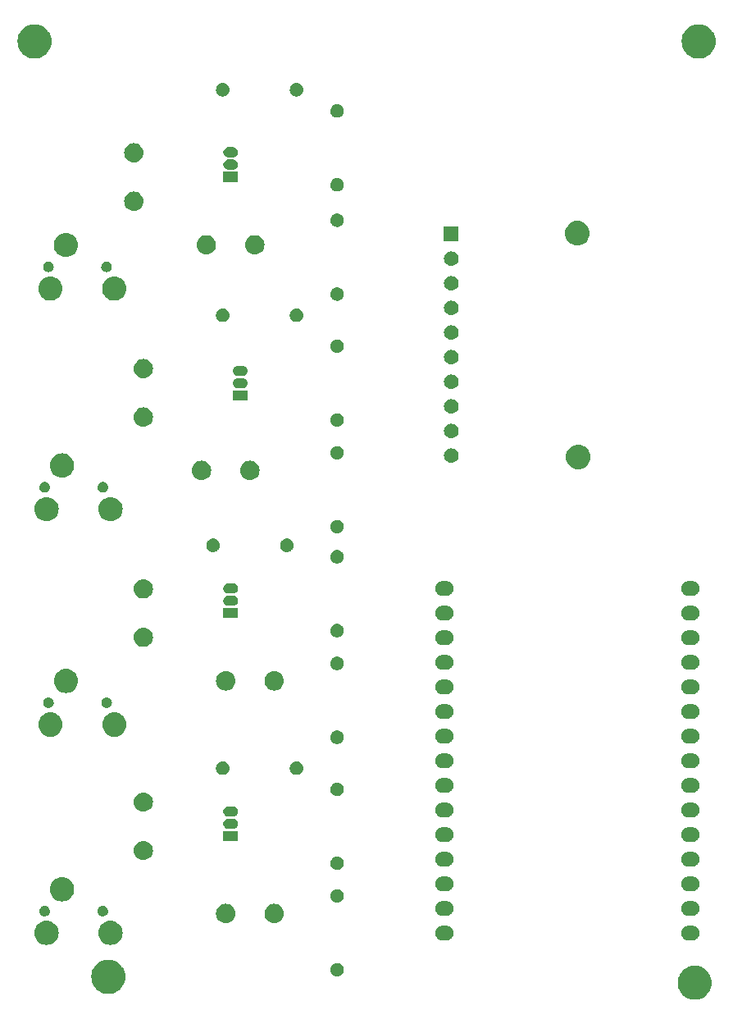
<source format=gts>
%TF.GenerationSoftware,KiCad,Pcbnew,8.0.2*%
%TF.CreationDate,2025-12-22T10:01:20-05:00*%
%TF.ProjectId,ct4,6374342e-6b69-4636-9164-5f7063625858,rev?*%
%TF.SameCoordinates,Original*%
%TF.FileFunction,Soldermask,Top*%
%TF.FilePolarity,Negative*%
%FSLAX46Y46*%
G04 Gerber Fmt 4.6, Leading zero omitted, Abs format (unit mm)*
G04 Created by KiCad (PCBNEW 8.0.2) date 2025-12-22 10:01:20*
%MOMM*%
%LPD*%
G01*
G04 APERTURE LIST*
G04 APERTURE END LIST*
G36*
X100320504Y-175429092D02*
G01*
X100571140Y-175506403D01*
X100807454Y-175620206D01*
X101024167Y-175767958D01*
X101216438Y-175946360D01*
X101269368Y-176012733D01*
X101379972Y-176151425D01*
X101411225Y-176205557D01*
X101511117Y-176378574D01*
X101606941Y-176622732D01*
X101665306Y-176878445D01*
X101684907Y-177140000D01*
X101665306Y-177401555D01*
X101606941Y-177657268D01*
X101511117Y-177901426D01*
X101379972Y-178128574D01*
X101216438Y-178333640D01*
X101024167Y-178512042D01*
X100807454Y-178659794D01*
X100571140Y-178773597D01*
X100320504Y-178850908D01*
X100061144Y-178890000D01*
X100061143Y-178890000D01*
X99798857Y-178890000D01*
X99798856Y-178890000D01*
X99539496Y-178850908D01*
X99288860Y-178773597D01*
X99052547Y-178659794D01*
X98835833Y-178512042D01*
X98643562Y-178333640D01*
X98561795Y-178231107D01*
X98480027Y-178128574D01*
X98425895Y-178034814D01*
X98348883Y-177901426D01*
X98253059Y-177657268D01*
X98194694Y-177401555D01*
X98194693Y-177401552D01*
X98175093Y-177140000D01*
X98194693Y-176878447D01*
X98253059Y-176622733D01*
X98253059Y-176622732D01*
X98348883Y-176378574D01*
X98412465Y-176268447D01*
X98480027Y-176151425D01*
X98643563Y-175946359D01*
X98835830Y-175767961D01*
X98835833Y-175767958D01*
X99052547Y-175620206D01*
X99052547Y-175620205D01*
X99052550Y-175620204D01*
X99288862Y-175506402D01*
X99539492Y-175429093D01*
X99539493Y-175429092D01*
X99539496Y-175429092D01*
X99798856Y-175390000D01*
X100061144Y-175390000D01*
X100320504Y-175429092D01*
G37*
G36*
X39760504Y-174819092D02*
G01*
X40011140Y-174896403D01*
X40247454Y-175010206D01*
X40464167Y-175157958D01*
X40656438Y-175336360D01*
X40754764Y-175459658D01*
X40819972Y-175541425D01*
X40851225Y-175595557D01*
X40951117Y-175768574D01*
X41046941Y-176012732D01*
X41105306Y-176268445D01*
X41124907Y-176530000D01*
X41105306Y-176791555D01*
X41046941Y-177047268D01*
X40951117Y-177291426D01*
X40819972Y-177518574D01*
X40656438Y-177723640D01*
X40464167Y-177902042D01*
X40247454Y-178049794D01*
X40011140Y-178163597D01*
X39760504Y-178240908D01*
X39501144Y-178280000D01*
X39501143Y-178280000D01*
X39238857Y-178280000D01*
X39238856Y-178280000D01*
X38979496Y-178240908D01*
X38728860Y-178163597D01*
X38492547Y-178049794D01*
X38275833Y-177902042D01*
X38083562Y-177723640D01*
X38001795Y-177621107D01*
X37920027Y-177518574D01*
X37852465Y-177401552D01*
X37788883Y-177291426D01*
X37693059Y-177047268D01*
X37634694Y-176791555D01*
X37634693Y-176791552D01*
X37615093Y-176530000D01*
X37634693Y-176268447D01*
X37693059Y-176012733D01*
X37693059Y-176012732D01*
X37788883Y-175768574D01*
X37834642Y-175689317D01*
X37920027Y-175541425D01*
X38083563Y-175336359D01*
X38162610Y-175263014D01*
X38275833Y-175157958D01*
X38492547Y-175010206D01*
X38492547Y-175010205D01*
X38492550Y-175010204D01*
X38728862Y-174896402D01*
X38979492Y-174819093D01*
X38979493Y-174819092D01*
X38979496Y-174819092D01*
X39238856Y-174780000D01*
X39501144Y-174780000D01*
X39760504Y-174819092D01*
G37*
G36*
X63041933Y-175115104D02*
G01*
X63084376Y-175115104D01*
X63120119Y-175123914D01*
X63155680Y-175127921D01*
X63201679Y-175144017D01*
X63248223Y-175155489D01*
X63275745Y-175169933D01*
X63303553Y-175179664D01*
X63350549Y-175209193D01*
X63397645Y-175233911D01*
X63416568Y-175250675D01*
X63436205Y-175263014D01*
X63480541Y-175307350D01*
X63523958Y-175345814D01*
X63534994Y-175361803D01*
X63546985Y-175373794D01*
X63584680Y-175433786D01*
X63619819Y-175484694D01*
X63624617Y-175497346D01*
X63630335Y-175506446D01*
X63657370Y-175583710D01*
X63679659Y-175642479D01*
X63680575Y-175650024D01*
X63682078Y-175654319D01*
X63694723Y-175766543D01*
X63700000Y-175810000D01*
X63694722Y-175853459D01*
X63682078Y-175965680D01*
X63680575Y-175969974D01*
X63679659Y-175977521D01*
X63657366Y-176036301D01*
X63630335Y-176113553D01*
X63624618Y-176122650D01*
X63619819Y-176135306D01*
X63584673Y-176186223D01*
X63546985Y-176246205D01*
X63534997Y-176258192D01*
X63523958Y-176274186D01*
X63480532Y-176312657D01*
X63436205Y-176356985D01*
X63416572Y-176369320D01*
X63397645Y-176386089D01*
X63350540Y-176410811D01*
X63303553Y-176440335D01*
X63275750Y-176450063D01*
X63248223Y-176464511D01*
X63201670Y-176475985D01*
X63155680Y-176492078D01*
X63120126Y-176496084D01*
X63084376Y-176504896D01*
X63041924Y-176504896D01*
X63000000Y-176509620D01*
X62958076Y-176504896D01*
X62915624Y-176504896D01*
X62879873Y-176496084D01*
X62844319Y-176492078D01*
X62798326Y-176475984D01*
X62751777Y-176464511D01*
X62724251Y-176450064D01*
X62696446Y-176440335D01*
X62649453Y-176410808D01*
X62602355Y-176386089D01*
X62583430Y-176369323D01*
X62563794Y-176356985D01*
X62519458Y-176312649D01*
X62476042Y-176274186D01*
X62465005Y-176258196D01*
X62453014Y-176246205D01*
X62415315Y-176186207D01*
X62380181Y-176135306D01*
X62375383Y-176122654D01*
X62369664Y-176113553D01*
X62342620Y-176036267D01*
X62320341Y-175977521D01*
X62319425Y-175969978D01*
X62317921Y-175965680D01*
X62305263Y-175853345D01*
X62300000Y-175810000D01*
X62305262Y-175766658D01*
X62317921Y-175654319D01*
X62319425Y-175650019D01*
X62320341Y-175642479D01*
X62342616Y-175583744D01*
X62369664Y-175506446D01*
X62375384Y-175497342D01*
X62380181Y-175484694D01*
X62415308Y-175433802D01*
X62453014Y-175373794D01*
X62465007Y-175361800D01*
X62476042Y-175345814D01*
X62519449Y-175307358D01*
X62563794Y-175263014D01*
X62583433Y-175250673D01*
X62602355Y-175233911D01*
X62649444Y-175209196D01*
X62696446Y-175179664D01*
X62724256Y-175169932D01*
X62751777Y-175155489D01*
X62798316Y-175144017D01*
X62844319Y-175127921D01*
X62879881Y-175123913D01*
X62915624Y-175115104D01*
X62958067Y-175115104D01*
X63000000Y-175110379D01*
X63041933Y-175115104D01*
G37*
G36*
X33217060Y-170768990D02*
G01*
X33427525Y-170825384D01*
X33625000Y-170917468D01*
X33803485Y-171042444D01*
X33957556Y-171196515D01*
X34082532Y-171375000D01*
X34174616Y-171572475D01*
X34231010Y-171782940D01*
X34250000Y-172000000D01*
X34231010Y-172217060D01*
X34174616Y-172427525D01*
X34082532Y-172625000D01*
X33957556Y-172803485D01*
X33803485Y-172957556D01*
X33625000Y-173082532D01*
X33427525Y-173174616D01*
X33217060Y-173231010D01*
X33000000Y-173250000D01*
X32782940Y-173231010D01*
X32572475Y-173174616D01*
X32375000Y-173082532D01*
X32196515Y-172957556D01*
X32042444Y-172803485D01*
X31917468Y-172625000D01*
X31825384Y-172427525D01*
X31768990Y-172217060D01*
X31750000Y-172000000D01*
X31768990Y-171782940D01*
X31825384Y-171572475D01*
X31917468Y-171375000D01*
X32042444Y-171196515D01*
X32196515Y-171042444D01*
X32375000Y-170917468D01*
X32572475Y-170825384D01*
X32782940Y-170768990D01*
X33000000Y-170750000D01*
X33217060Y-170768990D01*
G37*
G36*
X39817060Y-170768990D02*
G01*
X40027525Y-170825384D01*
X40225000Y-170917468D01*
X40403485Y-171042444D01*
X40557556Y-171196515D01*
X40682532Y-171375000D01*
X40774616Y-171572475D01*
X40831010Y-171782940D01*
X40850000Y-172000000D01*
X40831010Y-172217060D01*
X40774616Y-172427525D01*
X40682532Y-172625000D01*
X40557556Y-172803485D01*
X40403485Y-172957556D01*
X40225000Y-173082532D01*
X40027525Y-173174616D01*
X39817060Y-173231010D01*
X39600000Y-173250000D01*
X39382940Y-173231010D01*
X39172475Y-173174616D01*
X38975000Y-173082532D01*
X38796515Y-172957556D01*
X38642444Y-172803485D01*
X38517468Y-172625000D01*
X38425384Y-172427525D01*
X38368990Y-172217060D01*
X38350000Y-172000000D01*
X38368990Y-171782940D01*
X38425384Y-171572475D01*
X38517468Y-171375000D01*
X38642444Y-171196515D01*
X38796515Y-171042444D01*
X38975000Y-170917468D01*
X39172475Y-170825384D01*
X39382940Y-170768990D01*
X39600000Y-170750000D01*
X39817060Y-170768990D01*
G37*
G36*
X74335149Y-171261482D02*
G01*
X74481657Y-171290624D01*
X74619664Y-171347789D01*
X74743868Y-171430779D01*
X74849494Y-171536405D01*
X74932484Y-171660609D01*
X74989649Y-171798616D01*
X75018791Y-171945124D01*
X75018791Y-172094502D01*
X74989649Y-172241010D01*
X74932484Y-172379017D01*
X74849494Y-172503221D01*
X74743868Y-172608847D01*
X74619664Y-172691837D01*
X74481657Y-172749002D01*
X74335149Y-172778144D01*
X73884460Y-172781813D01*
X73809771Y-172778144D01*
X73663263Y-172749002D01*
X73525256Y-172691837D01*
X73401052Y-172608847D01*
X73295426Y-172503221D01*
X73212436Y-172379017D01*
X73155271Y-172241010D01*
X73126129Y-172094502D01*
X73126129Y-171945124D01*
X73155271Y-171798616D01*
X73212436Y-171660609D01*
X73295426Y-171536405D01*
X73401052Y-171430779D01*
X73525256Y-171347789D01*
X73663263Y-171290624D01*
X73809771Y-171261482D01*
X74260460Y-171257813D01*
X74335149Y-171261482D01*
G37*
G36*
X99735149Y-171261482D02*
G01*
X99881657Y-171290624D01*
X100019664Y-171347789D01*
X100143868Y-171430779D01*
X100249494Y-171536405D01*
X100332484Y-171660609D01*
X100389649Y-171798616D01*
X100418791Y-171945124D01*
X100418791Y-172094502D01*
X100389649Y-172241010D01*
X100332484Y-172379017D01*
X100249494Y-172503221D01*
X100143868Y-172608847D01*
X100019664Y-172691837D01*
X99881657Y-172749002D01*
X99735149Y-172778144D01*
X99284460Y-172781813D01*
X99209771Y-172778144D01*
X99063263Y-172749002D01*
X98925256Y-172691837D01*
X98801052Y-172608847D01*
X98695426Y-172503221D01*
X98612436Y-172379017D01*
X98555271Y-172241010D01*
X98526129Y-172094502D01*
X98526129Y-171945124D01*
X98555271Y-171798616D01*
X98612436Y-171660609D01*
X98695426Y-171536405D01*
X98801052Y-171430779D01*
X98925256Y-171347789D01*
X99063263Y-171290624D01*
X99209771Y-171261482D01*
X99660460Y-171257813D01*
X99735149Y-171261482D01*
G37*
G36*
X51695090Y-169019215D02*
G01*
X51882683Y-169076120D01*
X52055570Y-169168530D01*
X52207107Y-169292893D01*
X52331470Y-169444430D01*
X52423880Y-169617317D01*
X52480785Y-169804910D01*
X52500000Y-170000000D01*
X52480785Y-170195090D01*
X52423880Y-170382683D01*
X52331470Y-170555570D01*
X52207107Y-170707107D01*
X52055570Y-170831470D01*
X51882683Y-170923880D01*
X51695090Y-170980785D01*
X51500000Y-171000000D01*
X51304910Y-170980785D01*
X51117317Y-170923880D01*
X50944430Y-170831470D01*
X50792893Y-170707107D01*
X50668530Y-170555570D01*
X50576120Y-170382683D01*
X50519215Y-170195090D01*
X50500000Y-170000000D01*
X50519215Y-169804910D01*
X50576120Y-169617317D01*
X50668530Y-169444430D01*
X50792893Y-169292893D01*
X50944430Y-169168530D01*
X51117317Y-169076120D01*
X51304910Y-169019215D01*
X51500000Y-169000000D01*
X51695090Y-169019215D01*
G37*
G36*
X56695090Y-169019215D02*
G01*
X56882683Y-169076120D01*
X57055570Y-169168530D01*
X57207107Y-169292893D01*
X57331470Y-169444430D01*
X57423880Y-169617317D01*
X57480785Y-169804910D01*
X57500000Y-170000000D01*
X57480785Y-170195090D01*
X57423880Y-170382683D01*
X57331470Y-170555570D01*
X57207107Y-170707107D01*
X57055570Y-170831470D01*
X56882683Y-170923880D01*
X56695090Y-170980785D01*
X56500000Y-171000000D01*
X56304910Y-170980785D01*
X56117317Y-170923880D01*
X55944430Y-170831470D01*
X55792893Y-170707107D01*
X55668530Y-170555570D01*
X55576120Y-170382683D01*
X55519215Y-170195090D01*
X55500000Y-170000000D01*
X55519215Y-169804910D01*
X55576120Y-169617317D01*
X55668530Y-169444430D01*
X55792893Y-169292893D01*
X55944430Y-169168530D01*
X56117317Y-169076120D01*
X56304910Y-169019215D01*
X56500000Y-169000000D01*
X56695090Y-169019215D01*
G37*
G36*
X32833785Y-169204448D02*
G01*
X32866241Y-169204448D01*
X32903454Y-169213620D01*
X32942350Y-169218741D01*
X32968974Y-169229769D01*
X32994879Y-169236154D01*
X33034154Y-169256767D01*
X33075000Y-169273686D01*
X33093635Y-169287985D01*
X33112183Y-169297720D01*
X33150106Y-169331317D01*
X33188909Y-169361091D01*
X33199935Y-169375461D01*
X33211353Y-169385576D01*
X33244090Y-169433005D01*
X33276314Y-169475000D01*
X33281171Y-169486727D01*
X33286609Y-169494605D01*
X33310199Y-169556807D01*
X33331259Y-169607650D01*
X33332204Y-169614828D01*
X33333589Y-169618480D01*
X33344314Y-169706817D01*
X33350000Y-169750000D01*
X33344314Y-169793186D01*
X33333589Y-169881519D01*
X33332204Y-169885170D01*
X33331259Y-169892350D01*
X33310194Y-169943203D01*
X33286609Y-170005394D01*
X33281172Y-170013269D01*
X33276314Y-170025000D01*
X33244083Y-170067003D01*
X33211353Y-170114423D01*
X33199937Y-170124535D01*
X33188909Y-170138909D01*
X33150098Y-170168689D01*
X33112183Y-170202279D01*
X33093639Y-170212011D01*
X33075000Y-170226314D01*
X33034145Y-170243236D01*
X32994879Y-170263845D01*
X32968979Y-170270228D01*
X32942350Y-170281259D01*
X32903452Y-170286380D01*
X32866241Y-170295552D01*
X32833785Y-170295552D01*
X32800000Y-170300000D01*
X32766215Y-170295552D01*
X32733759Y-170295552D01*
X32696546Y-170286379D01*
X32657650Y-170281259D01*
X32631021Y-170270229D01*
X32605120Y-170263845D01*
X32565850Y-170243234D01*
X32525000Y-170226314D01*
X32506362Y-170212012D01*
X32487816Y-170202279D01*
X32449894Y-170168683D01*
X32411091Y-170138909D01*
X32400064Y-170124538D01*
X32388646Y-170114423D01*
X32355906Y-170066990D01*
X32323686Y-170025000D01*
X32318828Y-170013273D01*
X32313390Y-170005394D01*
X32289793Y-169943175D01*
X32268741Y-169892350D01*
X32267796Y-169885174D01*
X32266410Y-169881519D01*
X32255672Y-169793088D01*
X32250000Y-169750000D01*
X32255672Y-169706914D01*
X32266410Y-169618480D01*
X32267796Y-169614824D01*
X32268741Y-169607650D01*
X32289788Y-169556835D01*
X32313390Y-169494605D01*
X32318829Y-169486723D01*
X32323686Y-169475000D01*
X32355899Y-169433018D01*
X32388646Y-169385576D01*
X32400066Y-169375458D01*
X32411091Y-169361091D01*
X32449885Y-169331322D01*
X32487816Y-169297720D01*
X32506366Y-169287983D01*
X32525000Y-169273686D01*
X32565841Y-169256769D01*
X32605120Y-169236154D01*
X32631026Y-169229768D01*
X32657650Y-169218741D01*
X32696544Y-169213620D01*
X32733759Y-169204448D01*
X32766215Y-169204448D01*
X32800000Y-169200000D01*
X32833785Y-169204448D01*
G37*
G36*
X38833785Y-169204448D02*
G01*
X38866241Y-169204448D01*
X38903454Y-169213620D01*
X38942350Y-169218741D01*
X38968974Y-169229769D01*
X38994879Y-169236154D01*
X39034154Y-169256767D01*
X39075000Y-169273686D01*
X39093635Y-169287985D01*
X39112183Y-169297720D01*
X39150106Y-169331317D01*
X39188909Y-169361091D01*
X39199935Y-169375461D01*
X39211353Y-169385576D01*
X39244090Y-169433005D01*
X39276314Y-169475000D01*
X39281171Y-169486727D01*
X39286609Y-169494605D01*
X39310199Y-169556807D01*
X39331259Y-169607650D01*
X39332204Y-169614828D01*
X39333589Y-169618480D01*
X39344314Y-169706817D01*
X39350000Y-169750000D01*
X39344314Y-169793186D01*
X39333589Y-169881519D01*
X39332204Y-169885170D01*
X39331259Y-169892350D01*
X39310194Y-169943203D01*
X39286609Y-170005394D01*
X39281172Y-170013269D01*
X39276314Y-170025000D01*
X39244083Y-170067003D01*
X39211353Y-170114423D01*
X39199937Y-170124535D01*
X39188909Y-170138909D01*
X39150098Y-170168689D01*
X39112183Y-170202279D01*
X39093639Y-170212011D01*
X39075000Y-170226314D01*
X39034145Y-170243236D01*
X38994879Y-170263845D01*
X38968979Y-170270228D01*
X38942350Y-170281259D01*
X38903452Y-170286380D01*
X38866241Y-170295552D01*
X38833785Y-170295552D01*
X38800000Y-170300000D01*
X38766215Y-170295552D01*
X38733759Y-170295552D01*
X38696546Y-170286379D01*
X38657650Y-170281259D01*
X38631021Y-170270229D01*
X38605120Y-170263845D01*
X38565850Y-170243234D01*
X38525000Y-170226314D01*
X38506362Y-170212012D01*
X38487816Y-170202279D01*
X38449894Y-170168683D01*
X38411091Y-170138909D01*
X38400064Y-170124538D01*
X38388646Y-170114423D01*
X38355906Y-170066990D01*
X38323686Y-170025000D01*
X38318828Y-170013273D01*
X38313390Y-170005394D01*
X38289793Y-169943175D01*
X38268741Y-169892350D01*
X38267796Y-169885174D01*
X38266410Y-169881519D01*
X38255672Y-169793088D01*
X38250000Y-169750000D01*
X38255672Y-169706914D01*
X38266410Y-169618480D01*
X38267796Y-169614824D01*
X38268741Y-169607650D01*
X38289788Y-169556835D01*
X38313390Y-169494605D01*
X38318829Y-169486723D01*
X38323686Y-169475000D01*
X38355899Y-169433018D01*
X38388646Y-169385576D01*
X38400066Y-169375458D01*
X38411091Y-169361091D01*
X38449885Y-169331322D01*
X38487816Y-169297720D01*
X38506366Y-169287983D01*
X38525000Y-169273686D01*
X38565841Y-169256769D01*
X38605120Y-169236154D01*
X38631026Y-169229768D01*
X38657650Y-169218741D01*
X38696544Y-169213620D01*
X38733759Y-169204448D01*
X38766215Y-169204448D01*
X38800000Y-169200000D01*
X38833785Y-169204448D01*
G37*
G36*
X74335149Y-168721482D02*
G01*
X74481657Y-168750624D01*
X74619664Y-168807789D01*
X74743868Y-168890779D01*
X74849494Y-168996405D01*
X74932484Y-169120609D01*
X74989649Y-169258616D01*
X75018791Y-169405124D01*
X75018791Y-169554502D01*
X74989649Y-169701010D01*
X74932484Y-169839017D01*
X74849494Y-169963221D01*
X74743868Y-170068847D01*
X74619664Y-170151837D01*
X74481657Y-170209002D01*
X74335149Y-170238144D01*
X73884460Y-170241813D01*
X73809771Y-170238144D01*
X73663263Y-170209002D01*
X73525256Y-170151837D01*
X73401052Y-170068847D01*
X73295426Y-169963221D01*
X73212436Y-169839017D01*
X73155271Y-169701010D01*
X73126129Y-169554502D01*
X73126129Y-169405124D01*
X73155271Y-169258616D01*
X73212436Y-169120609D01*
X73295426Y-168996405D01*
X73401052Y-168890779D01*
X73525256Y-168807789D01*
X73663263Y-168750624D01*
X73809771Y-168721482D01*
X74260460Y-168717813D01*
X74335149Y-168721482D01*
G37*
G36*
X99735149Y-168721482D02*
G01*
X99881657Y-168750624D01*
X100019664Y-168807789D01*
X100143868Y-168890779D01*
X100249494Y-168996405D01*
X100332484Y-169120609D01*
X100389649Y-169258616D01*
X100418791Y-169405124D01*
X100418791Y-169554502D01*
X100389649Y-169701010D01*
X100332484Y-169839017D01*
X100249494Y-169963221D01*
X100143868Y-170068847D01*
X100019664Y-170151837D01*
X99881657Y-170209002D01*
X99735149Y-170238144D01*
X99284460Y-170241813D01*
X99209771Y-170238144D01*
X99063263Y-170209002D01*
X98925256Y-170151837D01*
X98801052Y-170068847D01*
X98695426Y-169963221D01*
X98612436Y-169839017D01*
X98555271Y-169701010D01*
X98526129Y-169554502D01*
X98526129Y-169405124D01*
X98555271Y-169258616D01*
X98612436Y-169120609D01*
X98695426Y-168996405D01*
X98801052Y-168890779D01*
X98925256Y-168807789D01*
X99063263Y-168750624D01*
X99209771Y-168721482D01*
X99660460Y-168717813D01*
X99735149Y-168721482D01*
G37*
G36*
X63041933Y-167495104D02*
G01*
X63084376Y-167495104D01*
X63120119Y-167503914D01*
X63155680Y-167507921D01*
X63201679Y-167524017D01*
X63248223Y-167535489D01*
X63275745Y-167549933D01*
X63303553Y-167559664D01*
X63350549Y-167589193D01*
X63397645Y-167613911D01*
X63416568Y-167630675D01*
X63436205Y-167643014D01*
X63480541Y-167687350D01*
X63523958Y-167725814D01*
X63534994Y-167741803D01*
X63546985Y-167753794D01*
X63584680Y-167813786D01*
X63619819Y-167864694D01*
X63624617Y-167877346D01*
X63630335Y-167886446D01*
X63657370Y-167963710D01*
X63679659Y-168022479D01*
X63680575Y-168030024D01*
X63682078Y-168034319D01*
X63694723Y-168146543D01*
X63700000Y-168190000D01*
X63694722Y-168233459D01*
X63682078Y-168345680D01*
X63680575Y-168349974D01*
X63679659Y-168357521D01*
X63657366Y-168416301D01*
X63630335Y-168493553D01*
X63624618Y-168502650D01*
X63619819Y-168515306D01*
X63584673Y-168566223D01*
X63546985Y-168626205D01*
X63534997Y-168638192D01*
X63523958Y-168654186D01*
X63480532Y-168692657D01*
X63436205Y-168736985D01*
X63416572Y-168749320D01*
X63397645Y-168766089D01*
X63350540Y-168790811D01*
X63303553Y-168820335D01*
X63275750Y-168830063D01*
X63248223Y-168844511D01*
X63201670Y-168855985D01*
X63155680Y-168872078D01*
X63120126Y-168876084D01*
X63084376Y-168884896D01*
X63041924Y-168884896D01*
X63000000Y-168889620D01*
X62958076Y-168884896D01*
X62915624Y-168884896D01*
X62879873Y-168876084D01*
X62844319Y-168872078D01*
X62798326Y-168855984D01*
X62751777Y-168844511D01*
X62724251Y-168830064D01*
X62696446Y-168820335D01*
X62649453Y-168790808D01*
X62602355Y-168766089D01*
X62583430Y-168749323D01*
X62563794Y-168736985D01*
X62519458Y-168692649D01*
X62476042Y-168654186D01*
X62465005Y-168638196D01*
X62453014Y-168626205D01*
X62415315Y-168566207D01*
X62380181Y-168515306D01*
X62375383Y-168502654D01*
X62369664Y-168493553D01*
X62342620Y-168416267D01*
X62320341Y-168357521D01*
X62319425Y-168349978D01*
X62317921Y-168345680D01*
X62305263Y-168233345D01*
X62300000Y-168190000D01*
X62305262Y-168146658D01*
X62317921Y-168034319D01*
X62319425Y-168030019D01*
X62320341Y-168022479D01*
X62342616Y-167963744D01*
X62369664Y-167886446D01*
X62375384Y-167877342D01*
X62380181Y-167864694D01*
X62415308Y-167813802D01*
X62453014Y-167753794D01*
X62465007Y-167741800D01*
X62476042Y-167725814D01*
X62519449Y-167687358D01*
X62563794Y-167643014D01*
X62583433Y-167630673D01*
X62602355Y-167613911D01*
X62649444Y-167589196D01*
X62696446Y-167559664D01*
X62724256Y-167549932D01*
X62751777Y-167535489D01*
X62798316Y-167524017D01*
X62844319Y-167507921D01*
X62879881Y-167503913D01*
X62915624Y-167495104D01*
X62958067Y-167495104D01*
X63000000Y-167490379D01*
X63041933Y-167495104D01*
G37*
G36*
X34817060Y-166268990D02*
G01*
X35027525Y-166325384D01*
X35225000Y-166417468D01*
X35403485Y-166542444D01*
X35557556Y-166696515D01*
X35682532Y-166875000D01*
X35774616Y-167072475D01*
X35831010Y-167282940D01*
X35850000Y-167500000D01*
X35831010Y-167717060D01*
X35774616Y-167927525D01*
X35682532Y-168125000D01*
X35557556Y-168303485D01*
X35403485Y-168457556D01*
X35225000Y-168582532D01*
X35027525Y-168674616D01*
X34817060Y-168731010D01*
X34600000Y-168750000D01*
X34382940Y-168731010D01*
X34172475Y-168674616D01*
X33975000Y-168582532D01*
X33796515Y-168457556D01*
X33642444Y-168303485D01*
X33517468Y-168125000D01*
X33425384Y-167927525D01*
X33368990Y-167717060D01*
X33350000Y-167500000D01*
X33368990Y-167282940D01*
X33425384Y-167072475D01*
X33517468Y-166875000D01*
X33642444Y-166696515D01*
X33796515Y-166542444D01*
X33975000Y-166417468D01*
X34172475Y-166325384D01*
X34382940Y-166268990D01*
X34600000Y-166250000D01*
X34817060Y-166268990D01*
G37*
G36*
X74335149Y-166181482D02*
G01*
X74481657Y-166210624D01*
X74619664Y-166267789D01*
X74743868Y-166350779D01*
X74849494Y-166456405D01*
X74932484Y-166580609D01*
X74989649Y-166718616D01*
X75018791Y-166865124D01*
X75018791Y-167014502D01*
X74989649Y-167161010D01*
X74932484Y-167299017D01*
X74849494Y-167423221D01*
X74743868Y-167528847D01*
X74619664Y-167611837D01*
X74481657Y-167669002D01*
X74335149Y-167698144D01*
X73884460Y-167701813D01*
X73809771Y-167698144D01*
X73663263Y-167669002D01*
X73525256Y-167611837D01*
X73401052Y-167528847D01*
X73295426Y-167423221D01*
X73212436Y-167299017D01*
X73155271Y-167161010D01*
X73126129Y-167014502D01*
X73126129Y-166865124D01*
X73155271Y-166718616D01*
X73212436Y-166580609D01*
X73295426Y-166456405D01*
X73401052Y-166350779D01*
X73525256Y-166267789D01*
X73663263Y-166210624D01*
X73809771Y-166181482D01*
X74260460Y-166177813D01*
X74335149Y-166181482D01*
G37*
G36*
X99735149Y-166181482D02*
G01*
X99881657Y-166210624D01*
X100019664Y-166267789D01*
X100143868Y-166350779D01*
X100249494Y-166456405D01*
X100332484Y-166580609D01*
X100389649Y-166718616D01*
X100418791Y-166865124D01*
X100418791Y-167014502D01*
X100389649Y-167161010D01*
X100332484Y-167299017D01*
X100249494Y-167423221D01*
X100143868Y-167528847D01*
X100019664Y-167611837D01*
X99881657Y-167669002D01*
X99735149Y-167698144D01*
X99284460Y-167701813D01*
X99209771Y-167698144D01*
X99063263Y-167669002D01*
X98925256Y-167611837D01*
X98801052Y-167528847D01*
X98695426Y-167423221D01*
X98612436Y-167299017D01*
X98555271Y-167161010D01*
X98526129Y-167014502D01*
X98526129Y-166865124D01*
X98555271Y-166718616D01*
X98612436Y-166580609D01*
X98695426Y-166456405D01*
X98801052Y-166350779D01*
X98925256Y-166267789D01*
X99063263Y-166210624D01*
X99209771Y-166181482D01*
X99660460Y-166177813D01*
X99735149Y-166181482D01*
G37*
G36*
X63041933Y-164115104D02*
G01*
X63084376Y-164115104D01*
X63120119Y-164123914D01*
X63155680Y-164127921D01*
X63201679Y-164144017D01*
X63248223Y-164155489D01*
X63275745Y-164169933D01*
X63303553Y-164179664D01*
X63350549Y-164209193D01*
X63397645Y-164233911D01*
X63416568Y-164250675D01*
X63436205Y-164263014D01*
X63480541Y-164307350D01*
X63523958Y-164345814D01*
X63534994Y-164361803D01*
X63546985Y-164373794D01*
X63584680Y-164433786D01*
X63619819Y-164484694D01*
X63624617Y-164497346D01*
X63630335Y-164506446D01*
X63657370Y-164583710D01*
X63679659Y-164642479D01*
X63680575Y-164650024D01*
X63682078Y-164654319D01*
X63694723Y-164766543D01*
X63700000Y-164810000D01*
X63694722Y-164853459D01*
X63682078Y-164965680D01*
X63680575Y-164969974D01*
X63679659Y-164977521D01*
X63657366Y-165036301D01*
X63630335Y-165113553D01*
X63624618Y-165122650D01*
X63619819Y-165135306D01*
X63584673Y-165186223D01*
X63546985Y-165246205D01*
X63534997Y-165258192D01*
X63523958Y-165274186D01*
X63480532Y-165312657D01*
X63436205Y-165356985D01*
X63416572Y-165369320D01*
X63397645Y-165386089D01*
X63350540Y-165410811D01*
X63303553Y-165440335D01*
X63275750Y-165450063D01*
X63248223Y-165464511D01*
X63201670Y-165475985D01*
X63155680Y-165492078D01*
X63120126Y-165496084D01*
X63084376Y-165504896D01*
X63041924Y-165504896D01*
X63000000Y-165509620D01*
X62958076Y-165504896D01*
X62915624Y-165504896D01*
X62879873Y-165496084D01*
X62844319Y-165492078D01*
X62798326Y-165475984D01*
X62751777Y-165464511D01*
X62724251Y-165450064D01*
X62696446Y-165440335D01*
X62649453Y-165410808D01*
X62602355Y-165386089D01*
X62583430Y-165369323D01*
X62563794Y-165356985D01*
X62519458Y-165312649D01*
X62476042Y-165274186D01*
X62465005Y-165258196D01*
X62453014Y-165246205D01*
X62415315Y-165186207D01*
X62380181Y-165135306D01*
X62375383Y-165122654D01*
X62369664Y-165113553D01*
X62342620Y-165036267D01*
X62320341Y-164977521D01*
X62319425Y-164969978D01*
X62317921Y-164965680D01*
X62305263Y-164853345D01*
X62300000Y-164810000D01*
X62305262Y-164766658D01*
X62317921Y-164654319D01*
X62319425Y-164650019D01*
X62320341Y-164642479D01*
X62342616Y-164583744D01*
X62369664Y-164506446D01*
X62375384Y-164497342D01*
X62380181Y-164484694D01*
X62415308Y-164433802D01*
X62453014Y-164373794D01*
X62465007Y-164361800D01*
X62476042Y-164345814D01*
X62519449Y-164307358D01*
X62563794Y-164263014D01*
X62583433Y-164250673D01*
X62602355Y-164233911D01*
X62649444Y-164209196D01*
X62696446Y-164179664D01*
X62724256Y-164169932D01*
X62751777Y-164155489D01*
X62798316Y-164144017D01*
X62844319Y-164127921D01*
X62879881Y-164123913D01*
X62915624Y-164115104D01*
X62958067Y-164115104D01*
X63000000Y-164110379D01*
X63041933Y-164115104D01*
G37*
G36*
X74335149Y-163641482D02*
G01*
X74481657Y-163670624D01*
X74619664Y-163727789D01*
X74743868Y-163810779D01*
X74849494Y-163916405D01*
X74932484Y-164040609D01*
X74989649Y-164178616D01*
X75018791Y-164325124D01*
X75018791Y-164474502D01*
X74989649Y-164621010D01*
X74932484Y-164759017D01*
X74849494Y-164883221D01*
X74743868Y-164988847D01*
X74619664Y-165071837D01*
X74481657Y-165129002D01*
X74335149Y-165158144D01*
X73884460Y-165161813D01*
X73809771Y-165158144D01*
X73663263Y-165129002D01*
X73525256Y-165071837D01*
X73401052Y-164988847D01*
X73295426Y-164883221D01*
X73212436Y-164759017D01*
X73155271Y-164621010D01*
X73126129Y-164474502D01*
X73126129Y-164325124D01*
X73155271Y-164178616D01*
X73212436Y-164040609D01*
X73295426Y-163916405D01*
X73401052Y-163810779D01*
X73525256Y-163727789D01*
X73663263Y-163670624D01*
X73809771Y-163641482D01*
X74260460Y-163637813D01*
X74335149Y-163641482D01*
G37*
G36*
X99735149Y-163641482D02*
G01*
X99881657Y-163670624D01*
X100019664Y-163727789D01*
X100143868Y-163810779D01*
X100249494Y-163916405D01*
X100332484Y-164040609D01*
X100389649Y-164178616D01*
X100418791Y-164325124D01*
X100418791Y-164474502D01*
X100389649Y-164621010D01*
X100332484Y-164759017D01*
X100249494Y-164883221D01*
X100143868Y-164988847D01*
X100019664Y-165071837D01*
X99881657Y-165129002D01*
X99735149Y-165158144D01*
X99284460Y-165161813D01*
X99209771Y-165158144D01*
X99063263Y-165129002D01*
X98925256Y-165071837D01*
X98801052Y-164988847D01*
X98695426Y-164883221D01*
X98612436Y-164759017D01*
X98555271Y-164621010D01*
X98526129Y-164474502D01*
X98526129Y-164325124D01*
X98555271Y-164178616D01*
X98612436Y-164040609D01*
X98695426Y-163916405D01*
X98801052Y-163810779D01*
X98925256Y-163727789D01*
X99063263Y-163670624D01*
X99209771Y-163641482D01*
X99660460Y-163637813D01*
X99735149Y-163641482D01*
G37*
G36*
X43195090Y-162519215D02*
G01*
X43382683Y-162576120D01*
X43555570Y-162668530D01*
X43707107Y-162792893D01*
X43831470Y-162944430D01*
X43923880Y-163117317D01*
X43980785Y-163304910D01*
X44000000Y-163500000D01*
X43980785Y-163695090D01*
X43923880Y-163882683D01*
X43831470Y-164055570D01*
X43707107Y-164207107D01*
X43555570Y-164331470D01*
X43382683Y-164423880D01*
X43195090Y-164480785D01*
X43000000Y-164500000D01*
X42804910Y-164480785D01*
X42617317Y-164423880D01*
X42444430Y-164331470D01*
X42292893Y-164207107D01*
X42168530Y-164055570D01*
X42076120Y-163882683D01*
X42019215Y-163695090D01*
X42000000Y-163500000D01*
X42019215Y-163304910D01*
X42076120Y-163117317D01*
X42168530Y-162944430D01*
X42292893Y-162792893D01*
X42444430Y-162668530D01*
X42617317Y-162576120D01*
X42804910Y-162519215D01*
X43000000Y-162500000D01*
X43195090Y-162519215D01*
G37*
G36*
X74335149Y-161101482D02*
G01*
X74481657Y-161130624D01*
X74619664Y-161187789D01*
X74743868Y-161270779D01*
X74849494Y-161376405D01*
X74932484Y-161500609D01*
X74989649Y-161638616D01*
X75018791Y-161785124D01*
X75018791Y-161934502D01*
X74989649Y-162081010D01*
X74932484Y-162219017D01*
X74849494Y-162343221D01*
X74743868Y-162448847D01*
X74619664Y-162531837D01*
X74481657Y-162589002D01*
X74335149Y-162618144D01*
X73884460Y-162621813D01*
X73809771Y-162618144D01*
X73663263Y-162589002D01*
X73525256Y-162531837D01*
X73401052Y-162448847D01*
X73295426Y-162343221D01*
X73212436Y-162219017D01*
X73155271Y-162081010D01*
X73126129Y-161934502D01*
X73126129Y-161785124D01*
X73155271Y-161638616D01*
X73212436Y-161500609D01*
X73295426Y-161376405D01*
X73401052Y-161270779D01*
X73525256Y-161187789D01*
X73663263Y-161130624D01*
X73809771Y-161101482D01*
X74260460Y-161097813D01*
X74335149Y-161101482D01*
G37*
G36*
X99735149Y-161101482D02*
G01*
X99881657Y-161130624D01*
X100019664Y-161187789D01*
X100143868Y-161270779D01*
X100249494Y-161376405D01*
X100332484Y-161500609D01*
X100389649Y-161638616D01*
X100418791Y-161785124D01*
X100418791Y-161934502D01*
X100389649Y-162081010D01*
X100332484Y-162219017D01*
X100249494Y-162343221D01*
X100143868Y-162448847D01*
X100019664Y-162531837D01*
X99881657Y-162589002D01*
X99735149Y-162618144D01*
X99284460Y-162621813D01*
X99209771Y-162618144D01*
X99063263Y-162589002D01*
X98925256Y-162531837D01*
X98801052Y-162448847D01*
X98695426Y-162343221D01*
X98612436Y-162219017D01*
X98555271Y-162081010D01*
X98526129Y-161934502D01*
X98526129Y-161785124D01*
X98555271Y-161638616D01*
X98612436Y-161500609D01*
X98695426Y-161376405D01*
X98801052Y-161270779D01*
X98925256Y-161187789D01*
X99063263Y-161130624D01*
X99209771Y-161101482D01*
X99660460Y-161097813D01*
X99735149Y-161101482D01*
G37*
G36*
X52750000Y-162525000D02*
G01*
X51250000Y-162525000D01*
X51250000Y-161475000D01*
X52750000Y-161475000D01*
X52750000Y-162525000D01*
G37*
G36*
X52293526Y-160209491D02*
G01*
X52425909Y-160244963D01*
X52544600Y-160313489D01*
X52641511Y-160410400D01*
X52710037Y-160529091D01*
X52745509Y-160661474D01*
X52745509Y-160798526D01*
X52710037Y-160930909D01*
X52641511Y-161049600D01*
X52544600Y-161146511D01*
X52425909Y-161215037D01*
X52293526Y-161250509D01*
X51775000Y-161255000D01*
X51706474Y-161250509D01*
X51574091Y-161215037D01*
X51455400Y-161146511D01*
X51358489Y-161049600D01*
X51289963Y-160930909D01*
X51254491Y-160798526D01*
X51254491Y-160661474D01*
X51289963Y-160529091D01*
X51358489Y-160410400D01*
X51455400Y-160313489D01*
X51574091Y-160244963D01*
X51706474Y-160209491D01*
X52225000Y-160205000D01*
X52293526Y-160209491D01*
G37*
G36*
X74335149Y-158561482D02*
G01*
X74481657Y-158590624D01*
X74619664Y-158647789D01*
X74743868Y-158730779D01*
X74849494Y-158836405D01*
X74932484Y-158960609D01*
X74989649Y-159098616D01*
X75018791Y-159245124D01*
X75018791Y-159394502D01*
X74989649Y-159541010D01*
X74932484Y-159679017D01*
X74849494Y-159803221D01*
X74743868Y-159908847D01*
X74619664Y-159991837D01*
X74481657Y-160049002D01*
X74335149Y-160078144D01*
X73884460Y-160081813D01*
X73809771Y-160078144D01*
X73663263Y-160049002D01*
X73525256Y-159991837D01*
X73401052Y-159908847D01*
X73295426Y-159803221D01*
X73212436Y-159679017D01*
X73155271Y-159541010D01*
X73126129Y-159394502D01*
X73126129Y-159245124D01*
X73155271Y-159098616D01*
X73212436Y-158960609D01*
X73295426Y-158836405D01*
X73401052Y-158730779D01*
X73525256Y-158647789D01*
X73663263Y-158590624D01*
X73809771Y-158561482D01*
X74260460Y-158557813D01*
X74335149Y-158561482D01*
G37*
G36*
X99735149Y-158561482D02*
G01*
X99881657Y-158590624D01*
X100019664Y-158647789D01*
X100143868Y-158730779D01*
X100249494Y-158836405D01*
X100332484Y-158960609D01*
X100389649Y-159098616D01*
X100418791Y-159245124D01*
X100418791Y-159394502D01*
X100389649Y-159541010D01*
X100332484Y-159679017D01*
X100249494Y-159803221D01*
X100143868Y-159908847D01*
X100019664Y-159991837D01*
X99881657Y-160049002D01*
X99735149Y-160078144D01*
X99284460Y-160081813D01*
X99209771Y-160078144D01*
X99063263Y-160049002D01*
X98925256Y-159991837D01*
X98801052Y-159908847D01*
X98695426Y-159803221D01*
X98612436Y-159679017D01*
X98555271Y-159541010D01*
X98526129Y-159394502D01*
X98526129Y-159245124D01*
X98555271Y-159098616D01*
X98612436Y-158960609D01*
X98695426Y-158836405D01*
X98801052Y-158730779D01*
X98925256Y-158647789D01*
X99063263Y-158590624D01*
X99209771Y-158561482D01*
X99660460Y-158557813D01*
X99735149Y-158561482D01*
G37*
G36*
X52293526Y-158939491D02*
G01*
X52425909Y-158974963D01*
X52544600Y-159043489D01*
X52641511Y-159140400D01*
X52710037Y-159259091D01*
X52745509Y-159391474D01*
X52745509Y-159528526D01*
X52710037Y-159660909D01*
X52641511Y-159779600D01*
X52544600Y-159876511D01*
X52425909Y-159945037D01*
X52293526Y-159980509D01*
X51775000Y-159985000D01*
X51706474Y-159980509D01*
X51574091Y-159945037D01*
X51455400Y-159876511D01*
X51358489Y-159779600D01*
X51289963Y-159660909D01*
X51254491Y-159528526D01*
X51254491Y-159391474D01*
X51289963Y-159259091D01*
X51358489Y-159140400D01*
X51455400Y-159043489D01*
X51574091Y-158974963D01*
X51706474Y-158939491D01*
X52225000Y-158935000D01*
X52293526Y-158939491D01*
G37*
G36*
X43195090Y-157519215D02*
G01*
X43382683Y-157576120D01*
X43555570Y-157668530D01*
X43707107Y-157792893D01*
X43831470Y-157944430D01*
X43923880Y-158117317D01*
X43980785Y-158304910D01*
X44000000Y-158500000D01*
X43980785Y-158695090D01*
X43923880Y-158882683D01*
X43831470Y-159055570D01*
X43707107Y-159207107D01*
X43555570Y-159331470D01*
X43382683Y-159423880D01*
X43195090Y-159480785D01*
X43000000Y-159500000D01*
X42804910Y-159480785D01*
X42617317Y-159423880D01*
X42444430Y-159331470D01*
X42292893Y-159207107D01*
X42168530Y-159055570D01*
X42076120Y-158882683D01*
X42019215Y-158695090D01*
X42000000Y-158500000D01*
X42019215Y-158304910D01*
X42076120Y-158117317D01*
X42168530Y-157944430D01*
X42292893Y-157792893D01*
X42444430Y-157668530D01*
X42617317Y-157576120D01*
X42804910Y-157519215D01*
X43000000Y-157500000D01*
X43195090Y-157519215D01*
G37*
G36*
X63041933Y-156495104D02*
G01*
X63084376Y-156495104D01*
X63120119Y-156503914D01*
X63155680Y-156507921D01*
X63201679Y-156524017D01*
X63248223Y-156535489D01*
X63275745Y-156549933D01*
X63303553Y-156559664D01*
X63350549Y-156589193D01*
X63397645Y-156613911D01*
X63416568Y-156630675D01*
X63436205Y-156643014D01*
X63480541Y-156687350D01*
X63523958Y-156725814D01*
X63534994Y-156741803D01*
X63546985Y-156753794D01*
X63584680Y-156813786D01*
X63619819Y-156864694D01*
X63624617Y-156877346D01*
X63630335Y-156886446D01*
X63657370Y-156963710D01*
X63679659Y-157022479D01*
X63680575Y-157030024D01*
X63682078Y-157034319D01*
X63694723Y-157146543D01*
X63700000Y-157190000D01*
X63694722Y-157233459D01*
X63682078Y-157345680D01*
X63680575Y-157349974D01*
X63679659Y-157357521D01*
X63657366Y-157416301D01*
X63630335Y-157493553D01*
X63624618Y-157502650D01*
X63619819Y-157515306D01*
X63584673Y-157566223D01*
X63546985Y-157626205D01*
X63534997Y-157638192D01*
X63523958Y-157654186D01*
X63480532Y-157692657D01*
X63436205Y-157736985D01*
X63416572Y-157749320D01*
X63397645Y-157766089D01*
X63350540Y-157790811D01*
X63303553Y-157820335D01*
X63275750Y-157830063D01*
X63248223Y-157844511D01*
X63201670Y-157855985D01*
X63155680Y-157872078D01*
X63120126Y-157876084D01*
X63084376Y-157884896D01*
X63041924Y-157884896D01*
X63000000Y-157889620D01*
X62958076Y-157884896D01*
X62915624Y-157884896D01*
X62879873Y-157876084D01*
X62844319Y-157872078D01*
X62798326Y-157855984D01*
X62751777Y-157844511D01*
X62724251Y-157830064D01*
X62696446Y-157820335D01*
X62649453Y-157790808D01*
X62602355Y-157766089D01*
X62583430Y-157749323D01*
X62563794Y-157736985D01*
X62519458Y-157692649D01*
X62476042Y-157654186D01*
X62465005Y-157638196D01*
X62453014Y-157626205D01*
X62415315Y-157566207D01*
X62380181Y-157515306D01*
X62375383Y-157502654D01*
X62369664Y-157493553D01*
X62342620Y-157416267D01*
X62320341Y-157357521D01*
X62319425Y-157349978D01*
X62317921Y-157345680D01*
X62305263Y-157233345D01*
X62300000Y-157190000D01*
X62305262Y-157146658D01*
X62317921Y-157034319D01*
X62319425Y-157030019D01*
X62320341Y-157022479D01*
X62342616Y-156963744D01*
X62369664Y-156886446D01*
X62375384Y-156877342D01*
X62380181Y-156864694D01*
X62415308Y-156813802D01*
X62453014Y-156753794D01*
X62465007Y-156741800D01*
X62476042Y-156725814D01*
X62519449Y-156687358D01*
X62563794Y-156643014D01*
X62583433Y-156630673D01*
X62602355Y-156613911D01*
X62649444Y-156589196D01*
X62696446Y-156559664D01*
X62724256Y-156549932D01*
X62751777Y-156535489D01*
X62798316Y-156524017D01*
X62844319Y-156507921D01*
X62879881Y-156503913D01*
X62915624Y-156495104D01*
X62958067Y-156495104D01*
X63000000Y-156490379D01*
X63041933Y-156495104D01*
G37*
G36*
X74335149Y-156021482D02*
G01*
X74481657Y-156050624D01*
X74619664Y-156107789D01*
X74743868Y-156190779D01*
X74849494Y-156296405D01*
X74932484Y-156420609D01*
X74989649Y-156558616D01*
X75018791Y-156705124D01*
X75018791Y-156854502D01*
X74989649Y-157001010D01*
X74932484Y-157139017D01*
X74849494Y-157263221D01*
X74743868Y-157368847D01*
X74619664Y-157451837D01*
X74481657Y-157509002D01*
X74335149Y-157538144D01*
X73884460Y-157541813D01*
X73809771Y-157538144D01*
X73663263Y-157509002D01*
X73525256Y-157451837D01*
X73401052Y-157368847D01*
X73295426Y-157263221D01*
X73212436Y-157139017D01*
X73155271Y-157001010D01*
X73126129Y-156854502D01*
X73126129Y-156705124D01*
X73155271Y-156558616D01*
X73212436Y-156420609D01*
X73295426Y-156296405D01*
X73401052Y-156190779D01*
X73525256Y-156107789D01*
X73663263Y-156050624D01*
X73809771Y-156021482D01*
X74260460Y-156017813D01*
X74335149Y-156021482D01*
G37*
G36*
X99735149Y-156021482D02*
G01*
X99881657Y-156050624D01*
X100019664Y-156107789D01*
X100143868Y-156190779D01*
X100249494Y-156296405D01*
X100332484Y-156420609D01*
X100389649Y-156558616D01*
X100418791Y-156705124D01*
X100418791Y-156854502D01*
X100389649Y-157001010D01*
X100332484Y-157139017D01*
X100249494Y-157263221D01*
X100143868Y-157368847D01*
X100019664Y-157451837D01*
X99881657Y-157509002D01*
X99735149Y-157538144D01*
X99284460Y-157541813D01*
X99209771Y-157538144D01*
X99063263Y-157509002D01*
X98925256Y-157451837D01*
X98801052Y-157368847D01*
X98695426Y-157263221D01*
X98612436Y-157139017D01*
X98555271Y-157001010D01*
X98526129Y-156854502D01*
X98526129Y-156705124D01*
X98555271Y-156558616D01*
X98612436Y-156420609D01*
X98695426Y-156296405D01*
X98801052Y-156190779D01*
X98925256Y-156107789D01*
X99063263Y-156050624D01*
X99209771Y-156021482D01*
X99660460Y-156017813D01*
X99735149Y-156021482D01*
G37*
G36*
X51231933Y-154305104D02*
G01*
X51274376Y-154305104D01*
X51310119Y-154313914D01*
X51345680Y-154317921D01*
X51391679Y-154334017D01*
X51438223Y-154345489D01*
X51465745Y-154359933D01*
X51493553Y-154369664D01*
X51540549Y-154399193D01*
X51587645Y-154423911D01*
X51606568Y-154440675D01*
X51626205Y-154453014D01*
X51670541Y-154497350D01*
X51713958Y-154535814D01*
X51724994Y-154551803D01*
X51736985Y-154563794D01*
X51774680Y-154623786D01*
X51809819Y-154674694D01*
X51814617Y-154687346D01*
X51820335Y-154696446D01*
X51847370Y-154773710D01*
X51869659Y-154832479D01*
X51870575Y-154840024D01*
X51872078Y-154844319D01*
X51884723Y-154956543D01*
X51890000Y-155000000D01*
X51884722Y-155043459D01*
X51872078Y-155155680D01*
X51870575Y-155159974D01*
X51869659Y-155167521D01*
X51847366Y-155226301D01*
X51820335Y-155303553D01*
X51814618Y-155312650D01*
X51809819Y-155325306D01*
X51774673Y-155376223D01*
X51736985Y-155436205D01*
X51724997Y-155448192D01*
X51713958Y-155464186D01*
X51670532Y-155502657D01*
X51626205Y-155546985D01*
X51606572Y-155559320D01*
X51587645Y-155576089D01*
X51540540Y-155600811D01*
X51493553Y-155630335D01*
X51465750Y-155640063D01*
X51438223Y-155654511D01*
X51391670Y-155665985D01*
X51345680Y-155682078D01*
X51310126Y-155686084D01*
X51274376Y-155694896D01*
X51231924Y-155694896D01*
X51190000Y-155699620D01*
X51148076Y-155694896D01*
X51105624Y-155694896D01*
X51069873Y-155686084D01*
X51034319Y-155682078D01*
X50988326Y-155665984D01*
X50941777Y-155654511D01*
X50914251Y-155640064D01*
X50886446Y-155630335D01*
X50839453Y-155600808D01*
X50792355Y-155576089D01*
X50773430Y-155559323D01*
X50753794Y-155546985D01*
X50709458Y-155502649D01*
X50666042Y-155464186D01*
X50655005Y-155448196D01*
X50643014Y-155436205D01*
X50605315Y-155376207D01*
X50570181Y-155325306D01*
X50565383Y-155312654D01*
X50559664Y-155303553D01*
X50532620Y-155226267D01*
X50510341Y-155167521D01*
X50509425Y-155159978D01*
X50507921Y-155155680D01*
X50495263Y-155043345D01*
X50490000Y-155000000D01*
X50495262Y-154956658D01*
X50507921Y-154844319D01*
X50509425Y-154840019D01*
X50510341Y-154832479D01*
X50532616Y-154773744D01*
X50559664Y-154696446D01*
X50565384Y-154687342D01*
X50570181Y-154674694D01*
X50605308Y-154623802D01*
X50643014Y-154563794D01*
X50655007Y-154551800D01*
X50666042Y-154535814D01*
X50709449Y-154497358D01*
X50753794Y-154453014D01*
X50773433Y-154440673D01*
X50792355Y-154423911D01*
X50839444Y-154399196D01*
X50886446Y-154369664D01*
X50914256Y-154359932D01*
X50941777Y-154345489D01*
X50988316Y-154334017D01*
X51034319Y-154317921D01*
X51069881Y-154313913D01*
X51105624Y-154305104D01*
X51148067Y-154305104D01*
X51190000Y-154300379D01*
X51231933Y-154305104D01*
G37*
G36*
X58851933Y-154305104D02*
G01*
X58894376Y-154305104D01*
X58930119Y-154313914D01*
X58965680Y-154317921D01*
X59011679Y-154334017D01*
X59058223Y-154345489D01*
X59085745Y-154359933D01*
X59113553Y-154369664D01*
X59160549Y-154399193D01*
X59207645Y-154423911D01*
X59226568Y-154440675D01*
X59246205Y-154453014D01*
X59290541Y-154497350D01*
X59333958Y-154535814D01*
X59344994Y-154551803D01*
X59356985Y-154563794D01*
X59394680Y-154623786D01*
X59429819Y-154674694D01*
X59434617Y-154687346D01*
X59440335Y-154696446D01*
X59467370Y-154773710D01*
X59489659Y-154832479D01*
X59490575Y-154840024D01*
X59492078Y-154844319D01*
X59504723Y-154956543D01*
X59510000Y-155000000D01*
X59504722Y-155043459D01*
X59492078Y-155155680D01*
X59490575Y-155159974D01*
X59489659Y-155167521D01*
X59467366Y-155226301D01*
X59440335Y-155303553D01*
X59434618Y-155312650D01*
X59429819Y-155325306D01*
X59394673Y-155376223D01*
X59356985Y-155436205D01*
X59344997Y-155448192D01*
X59333958Y-155464186D01*
X59290532Y-155502657D01*
X59246205Y-155546985D01*
X59226572Y-155559320D01*
X59207645Y-155576089D01*
X59160540Y-155600811D01*
X59113553Y-155630335D01*
X59085750Y-155640063D01*
X59058223Y-155654511D01*
X59011670Y-155665985D01*
X58965680Y-155682078D01*
X58930126Y-155686084D01*
X58894376Y-155694896D01*
X58851924Y-155694896D01*
X58810000Y-155699620D01*
X58768076Y-155694896D01*
X58725624Y-155694896D01*
X58689873Y-155686084D01*
X58654319Y-155682078D01*
X58608326Y-155665984D01*
X58561777Y-155654511D01*
X58534251Y-155640064D01*
X58506446Y-155630335D01*
X58459453Y-155600808D01*
X58412355Y-155576089D01*
X58393430Y-155559323D01*
X58373794Y-155546985D01*
X58329458Y-155502649D01*
X58286042Y-155464186D01*
X58275005Y-155448196D01*
X58263014Y-155436205D01*
X58225315Y-155376207D01*
X58190181Y-155325306D01*
X58185383Y-155312654D01*
X58179664Y-155303553D01*
X58152620Y-155226267D01*
X58130341Y-155167521D01*
X58129425Y-155159978D01*
X58127921Y-155155680D01*
X58115263Y-155043345D01*
X58110000Y-155000000D01*
X58115262Y-154956658D01*
X58127921Y-154844319D01*
X58129425Y-154840019D01*
X58130341Y-154832479D01*
X58152616Y-154773744D01*
X58179664Y-154696446D01*
X58185384Y-154687342D01*
X58190181Y-154674694D01*
X58225308Y-154623802D01*
X58263014Y-154563794D01*
X58275007Y-154551800D01*
X58286042Y-154535814D01*
X58329449Y-154497358D01*
X58373794Y-154453014D01*
X58393433Y-154440673D01*
X58412355Y-154423911D01*
X58459444Y-154399196D01*
X58506446Y-154369664D01*
X58534256Y-154359932D01*
X58561777Y-154345489D01*
X58608316Y-154334017D01*
X58654319Y-154317921D01*
X58689881Y-154313913D01*
X58725624Y-154305104D01*
X58768067Y-154305104D01*
X58810000Y-154300379D01*
X58851933Y-154305104D01*
G37*
G36*
X74335149Y-153481482D02*
G01*
X74481657Y-153510624D01*
X74619664Y-153567789D01*
X74743868Y-153650779D01*
X74849494Y-153756405D01*
X74932484Y-153880609D01*
X74989649Y-154018616D01*
X75018791Y-154165124D01*
X75018791Y-154314502D01*
X74989649Y-154461010D01*
X74932484Y-154599017D01*
X74849494Y-154723221D01*
X74743868Y-154828847D01*
X74619664Y-154911837D01*
X74481657Y-154969002D01*
X74335149Y-154998144D01*
X73884460Y-155001813D01*
X73809771Y-154998144D01*
X73663263Y-154969002D01*
X73525256Y-154911837D01*
X73401052Y-154828847D01*
X73295426Y-154723221D01*
X73212436Y-154599017D01*
X73155271Y-154461010D01*
X73126129Y-154314502D01*
X73126129Y-154165124D01*
X73155271Y-154018616D01*
X73212436Y-153880609D01*
X73295426Y-153756405D01*
X73401052Y-153650779D01*
X73525256Y-153567789D01*
X73663263Y-153510624D01*
X73809771Y-153481482D01*
X74260460Y-153477813D01*
X74335149Y-153481482D01*
G37*
G36*
X99735149Y-153481482D02*
G01*
X99881657Y-153510624D01*
X100019664Y-153567789D01*
X100143868Y-153650779D01*
X100249494Y-153756405D01*
X100332484Y-153880609D01*
X100389649Y-154018616D01*
X100418791Y-154165124D01*
X100418791Y-154314502D01*
X100389649Y-154461010D01*
X100332484Y-154599017D01*
X100249494Y-154723221D01*
X100143868Y-154828847D01*
X100019664Y-154911837D01*
X99881657Y-154969002D01*
X99735149Y-154998144D01*
X99284460Y-155001813D01*
X99209771Y-154998144D01*
X99063263Y-154969002D01*
X98925256Y-154911837D01*
X98801052Y-154828847D01*
X98695426Y-154723221D01*
X98612436Y-154599017D01*
X98555271Y-154461010D01*
X98526129Y-154314502D01*
X98526129Y-154165124D01*
X98555271Y-154018616D01*
X98612436Y-153880609D01*
X98695426Y-153756405D01*
X98801052Y-153650779D01*
X98925256Y-153567789D01*
X99063263Y-153510624D01*
X99209771Y-153481482D01*
X99660460Y-153477813D01*
X99735149Y-153481482D01*
G37*
G36*
X63041933Y-151115104D02*
G01*
X63084376Y-151115104D01*
X63120119Y-151123914D01*
X63155680Y-151127921D01*
X63201679Y-151144017D01*
X63248223Y-151155489D01*
X63275745Y-151169933D01*
X63303553Y-151179664D01*
X63350549Y-151209193D01*
X63397645Y-151233911D01*
X63416568Y-151250675D01*
X63436205Y-151263014D01*
X63480541Y-151307350D01*
X63523958Y-151345814D01*
X63534994Y-151361803D01*
X63546985Y-151373794D01*
X63584680Y-151433786D01*
X63619819Y-151484694D01*
X63624617Y-151497346D01*
X63630335Y-151506446D01*
X63657370Y-151583710D01*
X63679659Y-151642479D01*
X63680575Y-151650024D01*
X63682078Y-151654319D01*
X63694724Y-151766553D01*
X63700000Y-151810000D01*
X63694721Y-151853469D01*
X63682078Y-151965680D01*
X63680575Y-151969974D01*
X63679659Y-151977521D01*
X63657366Y-152036301D01*
X63630335Y-152113553D01*
X63624618Y-152122650D01*
X63619819Y-152135306D01*
X63584673Y-152186223D01*
X63546985Y-152246205D01*
X63534997Y-152258192D01*
X63523958Y-152274186D01*
X63480532Y-152312657D01*
X63436205Y-152356985D01*
X63416572Y-152369320D01*
X63397645Y-152386089D01*
X63350540Y-152410811D01*
X63303553Y-152440335D01*
X63275750Y-152450063D01*
X63248223Y-152464511D01*
X63201670Y-152475985D01*
X63155680Y-152492078D01*
X63120126Y-152496084D01*
X63084376Y-152504896D01*
X63041924Y-152504896D01*
X63000000Y-152509620D01*
X62958076Y-152504896D01*
X62915624Y-152504896D01*
X62879873Y-152496084D01*
X62844319Y-152492078D01*
X62798326Y-152475984D01*
X62751777Y-152464511D01*
X62724251Y-152450064D01*
X62696446Y-152440335D01*
X62649453Y-152410808D01*
X62602355Y-152386089D01*
X62583430Y-152369323D01*
X62563794Y-152356985D01*
X62519458Y-152312649D01*
X62476042Y-152274186D01*
X62465005Y-152258196D01*
X62453014Y-152246205D01*
X62415315Y-152186207D01*
X62380181Y-152135306D01*
X62375383Y-152122654D01*
X62369664Y-152113553D01*
X62342620Y-152036267D01*
X62320341Y-151977521D01*
X62319425Y-151969978D01*
X62317921Y-151965680D01*
X62305274Y-151853437D01*
X62300000Y-151810000D01*
X62305271Y-151766585D01*
X62317921Y-151654319D01*
X62319425Y-151650019D01*
X62320341Y-151642479D01*
X62342616Y-151583744D01*
X62369664Y-151506446D01*
X62375384Y-151497342D01*
X62380181Y-151484694D01*
X62415308Y-151433802D01*
X62453014Y-151373794D01*
X62465007Y-151361800D01*
X62476042Y-151345814D01*
X62519449Y-151307358D01*
X62563794Y-151263014D01*
X62583433Y-151250673D01*
X62602355Y-151233911D01*
X62649444Y-151209196D01*
X62696446Y-151179664D01*
X62724256Y-151169932D01*
X62751777Y-151155489D01*
X62798316Y-151144017D01*
X62844319Y-151127921D01*
X62879881Y-151123913D01*
X62915624Y-151115104D01*
X62958067Y-151115104D01*
X63000000Y-151110379D01*
X63041933Y-151115104D01*
G37*
G36*
X74335149Y-150941482D02*
G01*
X74481657Y-150970624D01*
X74619664Y-151027789D01*
X74743868Y-151110779D01*
X74849494Y-151216405D01*
X74932484Y-151340609D01*
X74989649Y-151478616D01*
X75018791Y-151625124D01*
X75018791Y-151774502D01*
X74989649Y-151921010D01*
X74932484Y-152059017D01*
X74849494Y-152183221D01*
X74743868Y-152288847D01*
X74619664Y-152371837D01*
X74481657Y-152429002D01*
X74335149Y-152458144D01*
X73884460Y-152461813D01*
X73809771Y-152458144D01*
X73663263Y-152429002D01*
X73525256Y-152371837D01*
X73401052Y-152288847D01*
X73295426Y-152183221D01*
X73212436Y-152059017D01*
X73155271Y-151921010D01*
X73126129Y-151774502D01*
X73126129Y-151625124D01*
X73155271Y-151478616D01*
X73212436Y-151340609D01*
X73295426Y-151216405D01*
X73401052Y-151110779D01*
X73525256Y-151027789D01*
X73663263Y-150970624D01*
X73809771Y-150941482D01*
X74260460Y-150937813D01*
X74335149Y-150941482D01*
G37*
G36*
X99735149Y-150941482D02*
G01*
X99881657Y-150970624D01*
X100019664Y-151027789D01*
X100143868Y-151110779D01*
X100249494Y-151216405D01*
X100332484Y-151340609D01*
X100389649Y-151478616D01*
X100418791Y-151625124D01*
X100418791Y-151774502D01*
X100389649Y-151921010D01*
X100332484Y-152059017D01*
X100249494Y-152183221D01*
X100143868Y-152288847D01*
X100019664Y-152371837D01*
X99881657Y-152429002D01*
X99735149Y-152458144D01*
X99284460Y-152461813D01*
X99209771Y-152458144D01*
X99063263Y-152429002D01*
X98925256Y-152371837D01*
X98801052Y-152288847D01*
X98695426Y-152183221D01*
X98612436Y-152059017D01*
X98555271Y-151921010D01*
X98526129Y-151774502D01*
X98526129Y-151625124D01*
X98555271Y-151478616D01*
X98612436Y-151340609D01*
X98695426Y-151216405D01*
X98801052Y-151110779D01*
X98925256Y-151027789D01*
X99063263Y-150970624D01*
X99209771Y-150941482D01*
X99660460Y-150937813D01*
X99735149Y-150941482D01*
G37*
G36*
X33617060Y-149268990D02*
G01*
X33827525Y-149325384D01*
X34025000Y-149417468D01*
X34203485Y-149542444D01*
X34357556Y-149696515D01*
X34482532Y-149875000D01*
X34574616Y-150072475D01*
X34631010Y-150282940D01*
X34650000Y-150500000D01*
X34631010Y-150717060D01*
X34574616Y-150927525D01*
X34482532Y-151125000D01*
X34357556Y-151303485D01*
X34203485Y-151457556D01*
X34025000Y-151582532D01*
X33827525Y-151674616D01*
X33617060Y-151731010D01*
X33400000Y-151750000D01*
X33182940Y-151731010D01*
X32972475Y-151674616D01*
X32775000Y-151582532D01*
X32596515Y-151457556D01*
X32442444Y-151303485D01*
X32317468Y-151125000D01*
X32225384Y-150927525D01*
X32168990Y-150717060D01*
X32150000Y-150500000D01*
X32168990Y-150282940D01*
X32225384Y-150072475D01*
X32317468Y-149875000D01*
X32442444Y-149696515D01*
X32596515Y-149542444D01*
X32775000Y-149417468D01*
X32972475Y-149325384D01*
X33182940Y-149268990D01*
X33400000Y-149250000D01*
X33617060Y-149268990D01*
G37*
G36*
X40217060Y-149268990D02*
G01*
X40427525Y-149325384D01*
X40625000Y-149417468D01*
X40803485Y-149542444D01*
X40957556Y-149696515D01*
X41082532Y-149875000D01*
X41174616Y-150072475D01*
X41231010Y-150282940D01*
X41250000Y-150500000D01*
X41231010Y-150717060D01*
X41174616Y-150927525D01*
X41082532Y-151125000D01*
X40957556Y-151303485D01*
X40803485Y-151457556D01*
X40625000Y-151582532D01*
X40427525Y-151674616D01*
X40217060Y-151731010D01*
X40000000Y-151750000D01*
X39782940Y-151731010D01*
X39572475Y-151674616D01*
X39375000Y-151582532D01*
X39196515Y-151457556D01*
X39042444Y-151303485D01*
X38917468Y-151125000D01*
X38825384Y-150927525D01*
X38768990Y-150717060D01*
X38750000Y-150500000D01*
X38768990Y-150282940D01*
X38825384Y-150072475D01*
X38917468Y-149875000D01*
X39042444Y-149696515D01*
X39196515Y-149542444D01*
X39375000Y-149417468D01*
X39572475Y-149325384D01*
X39782940Y-149268990D01*
X40000000Y-149250000D01*
X40217060Y-149268990D01*
G37*
G36*
X74335149Y-148401482D02*
G01*
X74481657Y-148430624D01*
X74619664Y-148487789D01*
X74743868Y-148570779D01*
X74849494Y-148676405D01*
X74932484Y-148800609D01*
X74989649Y-148938616D01*
X75018791Y-149085124D01*
X75018791Y-149234502D01*
X74989649Y-149381010D01*
X74932484Y-149519017D01*
X74849494Y-149643221D01*
X74743868Y-149748847D01*
X74619664Y-149831837D01*
X74481657Y-149889002D01*
X74335149Y-149918144D01*
X73884460Y-149921813D01*
X73809771Y-149918144D01*
X73663263Y-149889002D01*
X73525256Y-149831837D01*
X73401052Y-149748847D01*
X73295426Y-149643221D01*
X73212436Y-149519017D01*
X73155271Y-149381010D01*
X73126129Y-149234502D01*
X73126129Y-149085124D01*
X73155271Y-148938616D01*
X73212436Y-148800609D01*
X73295426Y-148676405D01*
X73401052Y-148570779D01*
X73525256Y-148487789D01*
X73663263Y-148430624D01*
X73809771Y-148401482D01*
X74260460Y-148397813D01*
X74335149Y-148401482D01*
G37*
G36*
X99735149Y-148401482D02*
G01*
X99881657Y-148430624D01*
X100019664Y-148487789D01*
X100143868Y-148570779D01*
X100249494Y-148676405D01*
X100332484Y-148800609D01*
X100389649Y-148938616D01*
X100418791Y-149085124D01*
X100418791Y-149234502D01*
X100389649Y-149381010D01*
X100332484Y-149519017D01*
X100249494Y-149643221D01*
X100143868Y-149748847D01*
X100019664Y-149831837D01*
X99881657Y-149889002D01*
X99735149Y-149918144D01*
X99284460Y-149921813D01*
X99209771Y-149918144D01*
X99063263Y-149889002D01*
X98925256Y-149831837D01*
X98801052Y-149748847D01*
X98695426Y-149643221D01*
X98612436Y-149519017D01*
X98555271Y-149381010D01*
X98526129Y-149234502D01*
X98526129Y-149085124D01*
X98555271Y-148938616D01*
X98612436Y-148800609D01*
X98695426Y-148676405D01*
X98801052Y-148570779D01*
X98925256Y-148487789D01*
X99063263Y-148430624D01*
X99209771Y-148401482D01*
X99660460Y-148397813D01*
X99735149Y-148401482D01*
G37*
G36*
X33233785Y-147704448D02*
G01*
X33266241Y-147704448D01*
X33303454Y-147713620D01*
X33342350Y-147718741D01*
X33368974Y-147729769D01*
X33394879Y-147736154D01*
X33434154Y-147756767D01*
X33475000Y-147773686D01*
X33493635Y-147787985D01*
X33512183Y-147797720D01*
X33550106Y-147831317D01*
X33588909Y-147861091D01*
X33599935Y-147875461D01*
X33611353Y-147885576D01*
X33644090Y-147933005D01*
X33676314Y-147975000D01*
X33681171Y-147986727D01*
X33686609Y-147994605D01*
X33710199Y-148056807D01*
X33731259Y-148107650D01*
X33732204Y-148114828D01*
X33733589Y-148118480D01*
X33744314Y-148206817D01*
X33750000Y-148250000D01*
X33744314Y-148293186D01*
X33733589Y-148381519D01*
X33732204Y-148385170D01*
X33731259Y-148392350D01*
X33710194Y-148443203D01*
X33686609Y-148505394D01*
X33681172Y-148513269D01*
X33676314Y-148525000D01*
X33644083Y-148567003D01*
X33611353Y-148614423D01*
X33599937Y-148624535D01*
X33588909Y-148638909D01*
X33550098Y-148668689D01*
X33512183Y-148702279D01*
X33493639Y-148712011D01*
X33475000Y-148726314D01*
X33434145Y-148743236D01*
X33394879Y-148763845D01*
X33368979Y-148770228D01*
X33342350Y-148781259D01*
X33303452Y-148786380D01*
X33266241Y-148795552D01*
X33233785Y-148795552D01*
X33200000Y-148800000D01*
X33166215Y-148795552D01*
X33133759Y-148795552D01*
X33096546Y-148786379D01*
X33057650Y-148781259D01*
X33031021Y-148770229D01*
X33005120Y-148763845D01*
X32965850Y-148743234D01*
X32925000Y-148726314D01*
X32906362Y-148712012D01*
X32887816Y-148702279D01*
X32849894Y-148668683D01*
X32811091Y-148638909D01*
X32800064Y-148624538D01*
X32788646Y-148614423D01*
X32755906Y-148566990D01*
X32723686Y-148525000D01*
X32718828Y-148513273D01*
X32713390Y-148505394D01*
X32689793Y-148443175D01*
X32668741Y-148392350D01*
X32667796Y-148385174D01*
X32666410Y-148381519D01*
X32655672Y-148293088D01*
X32650000Y-148250000D01*
X32655672Y-148206914D01*
X32666410Y-148118480D01*
X32667796Y-148114824D01*
X32668741Y-148107650D01*
X32689788Y-148056835D01*
X32713390Y-147994605D01*
X32718829Y-147986723D01*
X32723686Y-147975000D01*
X32755899Y-147933018D01*
X32788646Y-147885576D01*
X32800066Y-147875458D01*
X32811091Y-147861091D01*
X32849885Y-147831322D01*
X32887816Y-147797720D01*
X32906366Y-147787983D01*
X32925000Y-147773686D01*
X32965841Y-147756769D01*
X33005120Y-147736154D01*
X33031026Y-147729768D01*
X33057650Y-147718741D01*
X33096544Y-147713620D01*
X33133759Y-147704448D01*
X33166215Y-147704448D01*
X33200000Y-147700000D01*
X33233785Y-147704448D01*
G37*
G36*
X39233785Y-147704448D02*
G01*
X39266241Y-147704448D01*
X39303454Y-147713620D01*
X39342350Y-147718741D01*
X39368974Y-147729769D01*
X39394879Y-147736154D01*
X39434154Y-147756767D01*
X39475000Y-147773686D01*
X39493635Y-147787985D01*
X39512183Y-147797720D01*
X39550106Y-147831317D01*
X39588909Y-147861091D01*
X39599935Y-147875461D01*
X39611353Y-147885576D01*
X39644090Y-147933005D01*
X39676314Y-147975000D01*
X39681171Y-147986727D01*
X39686609Y-147994605D01*
X39710199Y-148056807D01*
X39731259Y-148107650D01*
X39732204Y-148114828D01*
X39733589Y-148118480D01*
X39744314Y-148206817D01*
X39750000Y-148250000D01*
X39744314Y-148293186D01*
X39733589Y-148381519D01*
X39732204Y-148385170D01*
X39731259Y-148392350D01*
X39710194Y-148443203D01*
X39686609Y-148505394D01*
X39681172Y-148513269D01*
X39676314Y-148525000D01*
X39644083Y-148567003D01*
X39611353Y-148614423D01*
X39599937Y-148624535D01*
X39588909Y-148638909D01*
X39550098Y-148668689D01*
X39512183Y-148702279D01*
X39493639Y-148712011D01*
X39475000Y-148726314D01*
X39434145Y-148743236D01*
X39394879Y-148763845D01*
X39368979Y-148770228D01*
X39342350Y-148781259D01*
X39303452Y-148786380D01*
X39266241Y-148795552D01*
X39233785Y-148795552D01*
X39200000Y-148800000D01*
X39166215Y-148795552D01*
X39133759Y-148795552D01*
X39096546Y-148786379D01*
X39057650Y-148781259D01*
X39031021Y-148770229D01*
X39005120Y-148763845D01*
X38965850Y-148743234D01*
X38925000Y-148726314D01*
X38906362Y-148712012D01*
X38887816Y-148702279D01*
X38849894Y-148668683D01*
X38811091Y-148638909D01*
X38800064Y-148624538D01*
X38788646Y-148614423D01*
X38755906Y-148566990D01*
X38723686Y-148525000D01*
X38718828Y-148513273D01*
X38713390Y-148505394D01*
X38689793Y-148443175D01*
X38668741Y-148392350D01*
X38667796Y-148385174D01*
X38666410Y-148381519D01*
X38655672Y-148293088D01*
X38650000Y-148250000D01*
X38655672Y-148206914D01*
X38666410Y-148118480D01*
X38667796Y-148114824D01*
X38668741Y-148107650D01*
X38689788Y-148056835D01*
X38713390Y-147994605D01*
X38718829Y-147986723D01*
X38723686Y-147975000D01*
X38755899Y-147933018D01*
X38788646Y-147885576D01*
X38800066Y-147875458D01*
X38811091Y-147861091D01*
X38849885Y-147831322D01*
X38887816Y-147797720D01*
X38906366Y-147787983D01*
X38925000Y-147773686D01*
X38965841Y-147756769D01*
X39005120Y-147736154D01*
X39031026Y-147729768D01*
X39057650Y-147718741D01*
X39096544Y-147713620D01*
X39133759Y-147704448D01*
X39166215Y-147704448D01*
X39200000Y-147700000D01*
X39233785Y-147704448D01*
G37*
G36*
X74335149Y-145861482D02*
G01*
X74481657Y-145890624D01*
X74619664Y-145947789D01*
X74743868Y-146030779D01*
X74849494Y-146136405D01*
X74932484Y-146260609D01*
X74989649Y-146398616D01*
X75018791Y-146545124D01*
X75018791Y-146694502D01*
X74989649Y-146841010D01*
X74932484Y-146979017D01*
X74849494Y-147103221D01*
X74743868Y-147208847D01*
X74619664Y-147291837D01*
X74481657Y-147349002D01*
X74335149Y-147378144D01*
X73884460Y-147381813D01*
X73809771Y-147378144D01*
X73663263Y-147349002D01*
X73525256Y-147291837D01*
X73401052Y-147208847D01*
X73295426Y-147103221D01*
X73212436Y-146979017D01*
X73155271Y-146841010D01*
X73126129Y-146694502D01*
X73126129Y-146545124D01*
X73155271Y-146398616D01*
X73212436Y-146260609D01*
X73295426Y-146136405D01*
X73401052Y-146030779D01*
X73525256Y-145947789D01*
X73663263Y-145890624D01*
X73809771Y-145861482D01*
X74260460Y-145857813D01*
X74335149Y-145861482D01*
G37*
G36*
X99735149Y-145861482D02*
G01*
X99881657Y-145890624D01*
X100019664Y-145947789D01*
X100143868Y-146030779D01*
X100249494Y-146136405D01*
X100332484Y-146260609D01*
X100389649Y-146398616D01*
X100418791Y-146545124D01*
X100418791Y-146694502D01*
X100389649Y-146841010D01*
X100332484Y-146979017D01*
X100249494Y-147103221D01*
X100143868Y-147208847D01*
X100019664Y-147291837D01*
X99881657Y-147349002D01*
X99735149Y-147378144D01*
X99284460Y-147381813D01*
X99209771Y-147378144D01*
X99063263Y-147349002D01*
X98925256Y-147291837D01*
X98801052Y-147208847D01*
X98695426Y-147103221D01*
X98612436Y-146979017D01*
X98555271Y-146841010D01*
X98526129Y-146694502D01*
X98526129Y-146545124D01*
X98555271Y-146398616D01*
X98612436Y-146260609D01*
X98695426Y-146136405D01*
X98801052Y-146030779D01*
X98925256Y-145947789D01*
X99063263Y-145890624D01*
X99209771Y-145861482D01*
X99660460Y-145857813D01*
X99735149Y-145861482D01*
G37*
G36*
X35217060Y-144768990D02*
G01*
X35427525Y-144825384D01*
X35625000Y-144917468D01*
X35803485Y-145042444D01*
X35957556Y-145196515D01*
X36082532Y-145375000D01*
X36174616Y-145572475D01*
X36231010Y-145782940D01*
X36250000Y-146000000D01*
X36231010Y-146217060D01*
X36174616Y-146427525D01*
X36082532Y-146625000D01*
X35957556Y-146803485D01*
X35803485Y-146957556D01*
X35625000Y-147082532D01*
X35427525Y-147174616D01*
X35217060Y-147231010D01*
X35000000Y-147250000D01*
X34782940Y-147231010D01*
X34572475Y-147174616D01*
X34375000Y-147082532D01*
X34196515Y-146957556D01*
X34042444Y-146803485D01*
X33917468Y-146625000D01*
X33825384Y-146427525D01*
X33768990Y-146217060D01*
X33750000Y-146000000D01*
X33768990Y-145782940D01*
X33825384Y-145572475D01*
X33917468Y-145375000D01*
X34042444Y-145196515D01*
X34196515Y-145042444D01*
X34375000Y-144917468D01*
X34572475Y-144825384D01*
X34782940Y-144768990D01*
X35000000Y-144750000D01*
X35217060Y-144768990D01*
G37*
G36*
X51695090Y-145019215D02*
G01*
X51882683Y-145076120D01*
X52055570Y-145168530D01*
X52207107Y-145292893D01*
X52331470Y-145444430D01*
X52423880Y-145617317D01*
X52480785Y-145804910D01*
X52500000Y-146000000D01*
X52480785Y-146195090D01*
X52423880Y-146382683D01*
X52331470Y-146555570D01*
X52207107Y-146707107D01*
X52055570Y-146831470D01*
X51882683Y-146923880D01*
X51695090Y-146980785D01*
X51500000Y-147000000D01*
X51304910Y-146980785D01*
X51117317Y-146923880D01*
X50944430Y-146831470D01*
X50792893Y-146707107D01*
X50668530Y-146555570D01*
X50576120Y-146382683D01*
X50519215Y-146195090D01*
X50500000Y-146000000D01*
X50519215Y-145804910D01*
X50576120Y-145617317D01*
X50668530Y-145444430D01*
X50792893Y-145292893D01*
X50944430Y-145168530D01*
X51117317Y-145076120D01*
X51304910Y-145019215D01*
X51500000Y-145000000D01*
X51695090Y-145019215D01*
G37*
G36*
X56695090Y-145019215D02*
G01*
X56882683Y-145076120D01*
X57055570Y-145168530D01*
X57207107Y-145292893D01*
X57331470Y-145444430D01*
X57423880Y-145617317D01*
X57480785Y-145804910D01*
X57500000Y-146000000D01*
X57480785Y-146195090D01*
X57423880Y-146382683D01*
X57331470Y-146555570D01*
X57207107Y-146707107D01*
X57055570Y-146831470D01*
X56882683Y-146923880D01*
X56695090Y-146980785D01*
X56500000Y-147000000D01*
X56304910Y-146980785D01*
X56117317Y-146923880D01*
X55944430Y-146831470D01*
X55792893Y-146707107D01*
X55668530Y-146555570D01*
X55576120Y-146382683D01*
X55519215Y-146195090D01*
X55500000Y-146000000D01*
X55519215Y-145804910D01*
X55576120Y-145617317D01*
X55668530Y-145444430D01*
X55792893Y-145292893D01*
X55944430Y-145168530D01*
X56117317Y-145076120D01*
X56304910Y-145019215D01*
X56500000Y-145000000D01*
X56695090Y-145019215D01*
G37*
G36*
X63041933Y-143495104D02*
G01*
X63084376Y-143495104D01*
X63120119Y-143503914D01*
X63155680Y-143507921D01*
X63201679Y-143524017D01*
X63248223Y-143535489D01*
X63275745Y-143549933D01*
X63303553Y-143559664D01*
X63350549Y-143589193D01*
X63397645Y-143613911D01*
X63416568Y-143630675D01*
X63436205Y-143643014D01*
X63480541Y-143687350D01*
X63523958Y-143725814D01*
X63534994Y-143741803D01*
X63546985Y-143753794D01*
X63584680Y-143813786D01*
X63619819Y-143864694D01*
X63624617Y-143877346D01*
X63630335Y-143886446D01*
X63657370Y-143963710D01*
X63679659Y-144022479D01*
X63680575Y-144030024D01*
X63682078Y-144034319D01*
X63694723Y-144146543D01*
X63700000Y-144190000D01*
X63694722Y-144233459D01*
X63682078Y-144345680D01*
X63680575Y-144349974D01*
X63679659Y-144357521D01*
X63657366Y-144416301D01*
X63630335Y-144493553D01*
X63624618Y-144502650D01*
X63619819Y-144515306D01*
X63584673Y-144566223D01*
X63546985Y-144626205D01*
X63534997Y-144638192D01*
X63523958Y-144654186D01*
X63480532Y-144692657D01*
X63436205Y-144736985D01*
X63416572Y-144749320D01*
X63397645Y-144766089D01*
X63350540Y-144790811D01*
X63303553Y-144820335D01*
X63275750Y-144830063D01*
X63248223Y-144844511D01*
X63201670Y-144855985D01*
X63155680Y-144872078D01*
X63120126Y-144876084D01*
X63084376Y-144884896D01*
X63041924Y-144884896D01*
X63000000Y-144889620D01*
X62958076Y-144884896D01*
X62915624Y-144884896D01*
X62879873Y-144876084D01*
X62844319Y-144872078D01*
X62798326Y-144855984D01*
X62751777Y-144844511D01*
X62724251Y-144830064D01*
X62696446Y-144820335D01*
X62649453Y-144790808D01*
X62602355Y-144766089D01*
X62583430Y-144749323D01*
X62563794Y-144736985D01*
X62519458Y-144692649D01*
X62476042Y-144654186D01*
X62465005Y-144638196D01*
X62453014Y-144626205D01*
X62415315Y-144566207D01*
X62380181Y-144515306D01*
X62375383Y-144502654D01*
X62369664Y-144493553D01*
X62342620Y-144416267D01*
X62320341Y-144357521D01*
X62319425Y-144349978D01*
X62317921Y-144345680D01*
X62305263Y-144233345D01*
X62300000Y-144190000D01*
X62305262Y-144146658D01*
X62317921Y-144034319D01*
X62319425Y-144030019D01*
X62320341Y-144022479D01*
X62342616Y-143963744D01*
X62369664Y-143886446D01*
X62375384Y-143877342D01*
X62380181Y-143864694D01*
X62415308Y-143813802D01*
X62453014Y-143753794D01*
X62465007Y-143741800D01*
X62476042Y-143725814D01*
X62519449Y-143687358D01*
X62563794Y-143643014D01*
X62583433Y-143630673D01*
X62602355Y-143613911D01*
X62649444Y-143589196D01*
X62696446Y-143559664D01*
X62724256Y-143549932D01*
X62751777Y-143535489D01*
X62798316Y-143524017D01*
X62844319Y-143507921D01*
X62879881Y-143503913D01*
X62915624Y-143495104D01*
X62958067Y-143495104D01*
X63000000Y-143490379D01*
X63041933Y-143495104D01*
G37*
G36*
X74335149Y-143321482D02*
G01*
X74481657Y-143350624D01*
X74619664Y-143407789D01*
X74743868Y-143490779D01*
X74849494Y-143596405D01*
X74932484Y-143720609D01*
X74989649Y-143858616D01*
X75018791Y-144005124D01*
X75018791Y-144154502D01*
X74989649Y-144301010D01*
X74932484Y-144439017D01*
X74849494Y-144563221D01*
X74743868Y-144668847D01*
X74619664Y-144751837D01*
X74481657Y-144809002D01*
X74335149Y-144838144D01*
X73884460Y-144841813D01*
X73809771Y-144838144D01*
X73663263Y-144809002D01*
X73525256Y-144751837D01*
X73401052Y-144668847D01*
X73295426Y-144563221D01*
X73212436Y-144439017D01*
X73155271Y-144301010D01*
X73126129Y-144154502D01*
X73126129Y-144005124D01*
X73155271Y-143858616D01*
X73212436Y-143720609D01*
X73295426Y-143596405D01*
X73401052Y-143490779D01*
X73525256Y-143407789D01*
X73663263Y-143350624D01*
X73809771Y-143321482D01*
X74260460Y-143317813D01*
X74335149Y-143321482D01*
G37*
G36*
X99735149Y-143321482D02*
G01*
X99881657Y-143350624D01*
X100019664Y-143407789D01*
X100143868Y-143490779D01*
X100249494Y-143596405D01*
X100332484Y-143720609D01*
X100389649Y-143858616D01*
X100418791Y-144005124D01*
X100418791Y-144154502D01*
X100389649Y-144301010D01*
X100332484Y-144439017D01*
X100249494Y-144563221D01*
X100143868Y-144668847D01*
X100019664Y-144751837D01*
X99881657Y-144809002D01*
X99735149Y-144838144D01*
X99284460Y-144841813D01*
X99209771Y-144838144D01*
X99063263Y-144809002D01*
X98925256Y-144751837D01*
X98801052Y-144668847D01*
X98695426Y-144563221D01*
X98612436Y-144439017D01*
X98555271Y-144301010D01*
X98526129Y-144154502D01*
X98526129Y-144005124D01*
X98555271Y-143858616D01*
X98612436Y-143720609D01*
X98695426Y-143596405D01*
X98801052Y-143490779D01*
X98925256Y-143407789D01*
X99063263Y-143350624D01*
X99209771Y-143321482D01*
X99660460Y-143317813D01*
X99735149Y-143321482D01*
G37*
G36*
X43195090Y-140519215D02*
G01*
X43382683Y-140576120D01*
X43555570Y-140668530D01*
X43707107Y-140792893D01*
X43831470Y-140944430D01*
X43923880Y-141117317D01*
X43980785Y-141304910D01*
X44000000Y-141500000D01*
X43980785Y-141695090D01*
X43923880Y-141882683D01*
X43831470Y-142055570D01*
X43707107Y-142207107D01*
X43555570Y-142331470D01*
X43382683Y-142423880D01*
X43195090Y-142480785D01*
X43000000Y-142500000D01*
X42804910Y-142480785D01*
X42617317Y-142423880D01*
X42444430Y-142331470D01*
X42292893Y-142207107D01*
X42168530Y-142055570D01*
X42076120Y-141882683D01*
X42019215Y-141695090D01*
X42000000Y-141500000D01*
X42019215Y-141304910D01*
X42076120Y-141117317D01*
X42168530Y-140944430D01*
X42292893Y-140792893D01*
X42444430Y-140668530D01*
X42617317Y-140576120D01*
X42804910Y-140519215D01*
X43000000Y-140500000D01*
X43195090Y-140519215D01*
G37*
G36*
X74335149Y-140781482D02*
G01*
X74481657Y-140810624D01*
X74619664Y-140867789D01*
X74743868Y-140950779D01*
X74849494Y-141056405D01*
X74932484Y-141180609D01*
X74989649Y-141318616D01*
X75018791Y-141465124D01*
X75018791Y-141614502D01*
X74989649Y-141761010D01*
X74932484Y-141899017D01*
X74849494Y-142023221D01*
X74743868Y-142128847D01*
X74619664Y-142211837D01*
X74481657Y-142269002D01*
X74335149Y-142298144D01*
X73884460Y-142301813D01*
X73809771Y-142298144D01*
X73663263Y-142269002D01*
X73525256Y-142211837D01*
X73401052Y-142128847D01*
X73295426Y-142023221D01*
X73212436Y-141899017D01*
X73155271Y-141761010D01*
X73126129Y-141614502D01*
X73126129Y-141465124D01*
X73155271Y-141318616D01*
X73212436Y-141180609D01*
X73295426Y-141056405D01*
X73401052Y-140950779D01*
X73525256Y-140867789D01*
X73663263Y-140810624D01*
X73809771Y-140781482D01*
X74260460Y-140777813D01*
X74335149Y-140781482D01*
G37*
G36*
X99735149Y-140781482D02*
G01*
X99881657Y-140810624D01*
X100019664Y-140867789D01*
X100143868Y-140950779D01*
X100249494Y-141056405D01*
X100332484Y-141180609D01*
X100389649Y-141318616D01*
X100418791Y-141465124D01*
X100418791Y-141614502D01*
X100389649Y-141761010D01*
X100332484Y-141899017D01*
X100249494Y-142023221D01*
X100143868Y-142128847D01*
X100019664Y-142211837D01*
X99881657Y-142269002D01*
X99735149Y-142298144D01*
X99284460Y-142301813D01*
X99209771Y-142298144D01*
X99063263Y-142269002D01*
X98925256Y-142211837D01*
X98801052Y-142128847D01*
X98695426Y-142023221D01*
X98612436Y-141899017D01*
X98555271Y-141761010D01*
X98526129Y-141614502D01*
X98526129Y-141465124D01*
X98555271Y-141318616D01*
X98612436Y-141180609D01*
X98695426Y-141056405D01*
X98801052Y-140950779D01*
X98925256Y-140867789D01*
X99063263Y-140810624D01*
X99209771Y-140781482D01*
X99660460Y-140777813D01*
X99735149Y-140781482D01*
G37*
G36*
X63041933Y-140115104D02*
G01*
X63084376Y-140115104D01*
X63120119Y-140123914D01*
X63155680Y-140127921D01*
X63201679Y-140144017D01*
X63248223Y-140155489D01*
X63275745Y-140169933D01*
X63303553Y-140179664D01*
X63350549Y-140209193D01*
X63397645Y-140233911D01*
X63416568Y-140250675D01*
X63436205Y-140263014D01*
X63480541Y-140307350D01*
X63523958Y-140345814D01*
X63534994Y-140361803D01*
X63546985Y-140373794D01*
X63584680Y-140433786D01*
X63619819Y-140484694D01*
X63624617Y-140497346D01*
X63630335Y-140506446D01*
X63657370Y-140583710D01*
X63679659Y-140642479D01*
X63680575Y-140650024D01*
X63682078Y-140654319D01*
X63694723Y-140766543D01*
X63700000Y-140810000D01*
X63694722Y-140853459D01*
X63682078Y-140965680D01*
X63680575Y-140969974D01*
X63679659Y-140977521D01*
X63657366Y-141036301D01*
X63630335Y-141113553D01*
X63624618Y-141122650D01*
X63619819Y-141135306D01*
X63584673Y-141186223D01*
X63546985Y-141246205D01*
X63534997Y-141258192D01*
X63523958Y-141274186D01*
X63480532Y-141312657D01*
X63436205Y-141356985D01*
X63416572Y-141369320D01*
X63397645Y-141386089D01*
X63350540Y-141410811D01*
X63303553Y-141440335D01*
X63275750Y-141450063D01*
X63248223Y-141464511D01*
X63201670Y-141475985D01*
X63155680Y-141492078D01*
X63120126Y-141496084D01*
X63084376Y-141504896D01*
X63041924Y-141504896D01*
X63000000Y-141509620D01*
X62958076Y-141504896D01*
X62915624Y-141504896D01*
X62879873Y-141496084D01*
X62844319Y-141492078D01*
X62798326Y-141475984D01*
X62751777Y-141464511D01*
X62724251Y-141450064D01*
X62696446Y-141440335D01*
X62649453Y-141410808D01*
X62602355Y-141386089D01*
X62583430Y-141369323D01*
X62563794Y-141356985D01*
X62519458Y-141312649D01*
X62476042Y-141274186D01*
X62465005Y-141258196D01*
X62453014Y-141246205D01*
X62415315Y-141186207D01*
X62380181Y-141135306D01*
X62375383Y-141122654D01*
X62369664Y-141113553D01*
X62342620Y-141036267D01*
X62320341Y-140977521D01*
X62319425Y-140969978D01*
X62317921Y-140965680D01*
X62305263Y-140853345D01*
X62300000Y-140810000D01*
X62305262Y-140766658D01*
X62317921Y-140654319D01*
X62319425Y-140650019D01*
X62320341Y-140642479D01*
X62342616Y-140583744D01*
X62369664Y-140506446D01*
X62375384Y-140497342D01*
X62380181Y-140484694D01*
X62415308Y-140433802D01*
X62453014Y-140373794D01*
X62465007Y-140361800D01*
X62476042Y-140345814D01*
X62519449Y-140307358D01*
X62563794Y-140263014D01*
X62583433Y-140250673D01*
X62602355Y-140233911D01*
X62649444Y-140209196D01*
X62696446Y-140179664D01*
X62724256Y-140169932D01*
X62751777Y-140155489D01*
X62798316Y-140144017D01*
X62844319Y-140127921D01*
X62879881Y-140123913D01*
X62915624Y-140115104D01*
X62958067Y-140115104D01*
X63000000Y-140110379D01*
X63041933Y-140115104D01*
G37*
G36*
X74335149Y-138241482D02*
G01*
X74481657Y-138270624D01*
X74619664Y-138327789D01*
X74743868Y-138410779D01*
X74849494Y-138516405D01*
X74932484Y-138640609D01*
X74989649Y-138778616D01*
X75018791Y-138925124D01*
X75018791Y-139074502D01*
X74989649Y-139221010D01*
X74932484Y-139359017D01*
X74849494Y-139483221D01*
X74743868Y-139588847D01*
X74619664Y-139671837D01*
X74481657Y-139729002D01*
X74335149Y-139758144D01*
X73884460Y-139761813D01*
X73809771Y-139758144D01*
X73663263Y-139729002D01*
X73525256Y-139671837D01*
X73401052Y-139588847D01*
X73295426Y-139483221D01*
X73212436Y-139359017D01*
X73155271Y-139221010D01*
X73126129Y-139074502D01*
X73126129Y-138925124D01*
X73155271Y-138778616D01*
X73212436Y-138640609D01*
X73295426Y-138516405D01*
X73401052Y-138410779D01*
X73525256Y-138327789D01*
X73663263Y-138270624D01*
X73809771Y-138241482D01*
X74260460Y-138237813D01*
X74335149Y-138241482D01*
G37*
G36*
X99735149Y-138241482D02*
G01*
X99881657Y-138270624D01*
X100019664Y-138327789D01*
X100143868Y-138410779D01*
X100249494Y-138516405D01*
X100332484Y-138640609D01*
X100389649Y-138778616D01*
X100418791Y-138925124D01*
X100418791Y-139074502D01*
X100389649Y-139221010D01*
X100332484Y-139359017D01*
X100249494Y-139483221D01*
X100143868Y-139588847D01*
X100019664Y-139671837D01*
X99881657Y-139729002D01*
X99735149Y-139758144D01*
X99284460Y-139761813D01*
X99209771Y-139758144D01*
X99063263Y-139729002D01*
X98925256Y-139671837D01*
X98801052Y-139588847D01*
X98695426Y-139483221D01*
X98612436Y-139359017D01*
X98555271Y-139221010D01*
X98526129Y-139074502D01*
X98526129Y-138925124D01*
X98555271Y-138778616D01*
X98612436Y-138640609D01*
X98695426Y-138516405D01*
X98801052Y-138410779D01*
X98925256Y-138327789D01*
X99063263Y-138270624D01*
X99209771Y-138241482D01*
X99660460Y-138237813D01*
X99735149Y-138241482D01*
G37*
G36*
X52750000Y-139525000D02*
G01*
X51250000Y-139525000D01*
X51250000Y-138475000D01*
X52750000Y-138475000D01*
X52750000Y-139525000D01*
G37*
G36*
X52293526Y-137209491D02*
G01*
X52425909Y-137244963D01*
X52544600Y-137313489D01*
X52641511Y-137410400D01*
X52710037Y-137529091D01*
X52745509Y-137661474D01*
X52745509Y-137798526D01*
X52710037Y-137930909D01*
X52641511Y-138049600D01*
X52544600Y-138146511D01*
X52425909Y-138215037D01*
X52293526Y-138250509D01*
X51775000Y-138255000D01*
X51706474Y-138250509D01*
X51574091Y-138215037D01*
X51455400Y-138146511D01*
X51358489Y-138049600D01*
X51289963Y-137930909D01*
X51254491Y-137798526D01*
X51254491Y-137661474D01*
X51289963Y-137529091D01*
X51358489Y-137410400D01*
X51455400Y-137313489D01*
X51574091Y-137244963D01*
X51706474Y-137209491D01*
X52225000Y-137205000D01*
X52293526Y-137209491D01*
G37*
G36*
X43195090Y-135519215D02*
G01*
X43382683Y-135576120D01*
X43555570Y-135668530D01*
X43707107Y-135792893D01*
X43831470Y-135944430D01*
X43923880Y-136117317D01*
X43980785Y-136304910D01*
X44000000Y-136500000D01*
X43980785Y-136695090D01*
X43923880Y-136882683D01*
X43831470Y-137055570D01*
X43707107Y-137207107D01*
X43555570Y-137331470D01*
X43382683Y-137423880D01*
X43195090Y-137480785D01*
X43000000Y-137500000D01*
X42804910Y-137480785D01*
X42617317Y-137423880D01*
X42444430Y-137331470D01*
X42292893Y-137207107D01*
X42168530Y-137055570D01*
X42076120Y-136882683D01*
X42019215Y-136695090D01*
X42000000Y-136500000D01*
X42019215Y-136304910D01*
X42076120Y-136117317D01*
X42168530Y-135944430D01*
X42292893Y-135792893D01*
X42444430Y-135668530D01*
X42617317Y-135576120D01*
X42804910Y-135519215D01*
X43000000Y-135500000D01*
X43195090Y-135519215D01*
G37*
G36*
X74335149Y-135701482D02*
G01*
X74481657Y-135730624D01*
X74619664Y-135787789D01*
X74743868Y-135870779D01*
X74849494Y-135976405D01*
X74932484Y-136100609D01*
X74989649Y-136238616D01*
X75018791Y-136385124D01*
X75018791Y-136534502D01*
X74989649Y-136681010D01*
X74932484Y-136819017D01*
X74849494Y-136943221D01*
X74743868Y-137048847D01*
X74619664Y-137131837D01*
X74481657Y-137189002D01*
X74335149Y-137218144D01*
X73884460Y-137221813D01*
X73809771Y-137218144D01*
X73663263Y-137189002D01*
X73525256Y-137131837D01*
X73401052Y-137048847D01*
X73295426Y-136943221D01*
X73212436Y-136819017D01*
X73155271Y-136681010D01*
X73126129Y-136534502D01*
X73126129Y-136385124D01*
X73155271Y-136238616D01*
X73212436Y-136100609D01*
X73295426Y-135976405D01*
X73401052Y-135870779D01*
X73525256Y-135787789D01*
X73663263Y-135730624D01*
X73809771Y-135701482D01*
X74260460Y-135697813D01*
X74335149Y-135701482D01*
G37*
G36*
X99735149Y-135701482D02*
G01*
X99881657Y-135730624D01*
X100019664Y-135787789D01*
X100143868Y-135870779D01*
X100249494Y-135976405D01*
X100332484Y-136100609D01*
X100389649Y-136238616D01*
X100418791Y-136385124D01*
X100418791Y-136534502D01*
X100389649Y-136681010D01*
X100332484Y-136819017D01*
X100249494Y-136943221D01*
X100143868Y-137048847D01*
X100019664Y-137131837D01*
X99881657Y-137189002D01*
X99735149Y-137218144D01*
X99284460Y-137221813D01*
X99209771Y-137218144D01*
X99063263Y-137189002D01*
X98925256Y-137131837D01*
X98801052Y-137048847D01*
X98695426Y-136943221D01*
X98612436Y-136819017D01*
X98555271Y-136681010D01*
X98526129Y-136534502D01*
X98526129Y-136385124D01*
X98555271Y-136238616D01*
X98612436Y-136100609D01*
X98695426Y-135976405D01*
X98801052Y-135870779D01*
X98925256Y-135787789D01*
X99063263Y-135730624D01*
X99209771Y-135701482D01*
X99660460Y-135697813D01*
X99735149Y-135701482D01*
G37*
G36*
X52293526Y-135939491D02*
G01*
X52425909Y-135974963D01*
X52544600Y-136043489D01*
X52641511Y-136140400D01*
X52710037Y-136259091D01*
X52745509Y-136391474D01*
X52745509Y-136528526D01*
X52710037Y-136660909D01*
X52641511Y-136779600D01*
X52544600Y-136876511D01*
X52425909Y-136945037D01*
X52293526Y-136980509D01*
X51775000Y-136985000D01*
X51706474Y-136980509D01*
X51574091Y-136945037D01*
X51455400Y-136876511D01*
X51358489Y-136779600D01*
X51289963Y-136660909D01*
X51254491Y-136528526D01*
X51254491Y-136391474D01*
X51289963Y-136259091D01*
X51358489Y-136140400D01*
X51455400Y-136043489D01*
X51574091Y-135974963D01*
X51706474Y-135939491D01*
X52225000Y-135935000D01*
X52293526Y-135939491D01*
G37*
G36*
X63041933Y-132495104D02*
G01*
X63084376Y-132495104D01*
X63120119Y-132503914D01*
X63155680Y-132507921D01*
X63201679Y-132524017D01*
X63248223Y-132535489D01*
X63275745Y-132549933D01*
X63303553Y-132559664D01*
X63350549Y-132589193D01*
X63397645Y-132613911D01*
X63416568Y-132630675D01*
X63436205Y-132643014D01*
X63480541Y-132687350D01*
X63523958Y-132725814D01*
X63534994Y-132741803D01*
X63546985Y-132753794D01*
X63584680Y-132813786D01*
X63619819Y-132864694D01*
X63624617Y-132877346D01*
X63630335Y-132886446D01*
X63657370Y-132963710D01*
X63679659Y-133022479D01*
X63680575Y-133030024D01*
X63682078Y-133034319D01*
X63694723Y-133146543D01*
X63700000Y-133190000D01*
X63694722Y-133233459D01*
X63682078Y-133345680D01*
X63680575Y-133349974D01*
X63679659Y-133357521D01*
X63657366Y-133416301D01*
X63630335Y-133493553D01*
X63624618Y-133502650D01*
X63619819Y-133515306D01*
X63584673Y-133566223D01*
X63546985Y-133626205D01*
X63534997Y-133638192D01*
X63523958Y-133654186D01*
X63480532Y-133692657D01*
X63436205Y-133736985D01*
X63416572Y-133749320D01*
X63397645Y-133766089D01*
X63350540Y-133790811D01*
X63303553Y-133820335D01*
X63275750Y-133830063D01*
X63248223Y-133844511D01*
X63201670Y-133855985D01*
X63155680Y-133872078D01*
X63120126Y-133876084D01*
X63084376Y-133884896D01*
X63041924Y-133884896D01*
X63000000Y-133889620D01*
X62958076Y-133884896D01*
X62915624Y-133884896D01*
X62879873Y-133876084D01*
X62844319Y-133872078D01*
X62798326Y-133855984D01*
X62751777Y-133844511D01*
X62724251Y-133830064D01*
X62696446Y-133820335D01*
X62649453Y-133790808D01*
X62602355Y-133766089D01*
X62583430Y-133749323D01*
X62563794Y-133736985D01*
X62519458Y-133692649D01*
X62476042Y-133654186D01*
X62465005Y-133638196D01*
X62453014Y-133626205D01*
X62415315Y-133566207D01*
X62380181Y-133515306D01*
X62375383Y-133502654D01*
X62369664Y-133493553D01*
X62342620Y-133416267D01*
X62320341Y-133357521D01*
X62319425Y-133349978D01*
X62317921Y-133345680D01*
X62305263Y-133233345D01*
X62300000Y-133190000D01*
X62305262Y-133146658D01*
X62317921Y-133034319D01*
X62319425Y-133030019D01*
X62320341Y-133022479D01*
X62342616Y-132963744D01*
X62369664Y-132886446D01*
X62375384Y-132877342D01*
X62380181Y-132864694D01*
X62415308Y-132813802D01*
X62453014Y-132753794D01*
X62465007Y-132741800D01*
X62476042Y-132725814D01*
X62519449Y-132687358D01*
X62563794Y-132643014D01*
X62583433Y-132630673D01*
X62602355Y-132613911D01*
X62649444Y-132589196D01*
X62696446Y-132559664D01*
X62724256Y-132549932D01*
X62751777Y-132535489D01*
X62798316Y-132524017D01*
X62844319Y-132507921D01*
X62879881Y-132503913D01*
X62915624Y-132495104D01*
X62958067Y-132495104D01*
X63000000Y-132490379D01*
X63041933Y-132495104D01*
G37*
G36*
X50231933Y-131305104D02*
G01*
X50274376Y-131305104D01*
X50310119Y-131313914D01*
X50345680Y-131317921D01*
X50391679Y-131334017D01*
X50438223Y-131345489D01*
X50465745Y-131359933D01*
X50493553Y-131369664D01*
X50540549Y-131399193D01*
X50587645Y-131423911D01*
X50606568Y-131440675D01*
X50626205Y-131453014D01*
X50670541Y-131497350D01*
X50713958Y-131535814D01*
X50724994Y-131551803D01*
X50736985Y-131563794D01*
X50774680Y-131623786D01*
X50809819Y-131674694D01*
X50814617Y-131687346D01*
X50820335Y-131696446D01*
X50847370Y-131773710D01*
X50869659Y-131832479D01*
X50870575Y-131840024D01*
X50872078Y-131844319D01*
X50884723Y-131956543D01*
X50890000Y-132000000D01*
X50884722Y-132043459D01*
X50872078Y-132155680D01*
X50870575Y-132159974D01*
X50869659Y-132167521D01*
X50847366Y-132226301D01*
X50820335Y-132303553D01*
X50814618Y-132312650D01*
X50809819Y-132325306D01*
X50774673Y-132376223D01*
X50736985Y-132436205D01*
X50724997Y-132448192D01*
X50713958Y-132464186D01*
X50670532Y-132502657D01*
X50626205Y-132546985D01*
X50606572Y-132559320D01*
X50587645Y-132576089D01*
X50540540Y-132600811D01*
X50493553Y-132630335D01*
X50465750Y-132640063D01*
X50438223Y-132654511D01*
X50391670Y-132665985D01*
X50345680Y-132682078D01*
X50310126Y-132686084D01*
X50274376Y-132694896D01*
X50231924Y-132694896D01*
X50190000Y-132699620D01*
X50148076Y-132694896D01*
X50105624Y-132694896D01*
X50069873Y-132686084D01*
X50034319Y-132682078D01*
X49988326Y-132665984D01*
X49941777Y-132654511D01*
X49914251Y-132640064D01*
X49886446Y-132630335D01*
X49839453Y-132600808D01*
X49792355Y-132576089D01*
X49773430Y-132559323D01*
X49753794Y-132546985D01*
X49709458Y-132502649D01*
X49666042Y-132464186D01*
X49655005Y-132448196D01*
X49643014Y-132436205D01*
X49605315Y-132376207D01*
X49570181Y-132325306D01*
X49565383Y-132312654D01*
X49559664Y-132303553D01*
X49532620Y-132226267D01*
X49510341Y-132167521D01*
X49509425Y-132159978D01*
X49507921Y-132155680D01*
X49495263Y-132043345D01*
X49490000Y-132000000D01*
X49495262Y-131956658D01*
X49507921Y-131844319D01*
X49509425Y-131840019D01*
X49510341Y-131832479D01*
X49532616Y-131773744D01*
X49559664Y-131696446D01*
X49565384Y-131687342D01*
X49570181Y-131674694D01*
X49605308Y-131623802D01*
X49643014Y-131563794D01*
X49655007Y-131551800D01*
X49666042Y-131535814D01*
X49709449Y-131497358D01*
X49753794Y-131453014D01*
X49773433Y-131440673D01*
X49792355Y-131423911D01*
X49839444Y-131399196D01*
X49886446Y-131369664D01*
X49914256Y-131359932D01*
X49941777Y-131345489D01*
X49988316Y-131334017D01*
X50034319Y-131317921D01*
X50069881Y-131313913D01*
X50105624Y-131305104D01*
X50148067Y-131305104D01*
X50190000Y-131300379D01*
X50231933Y-131305104D01*
G37*
G36*
X57851933Y-131305104D02*
G01*
X57894376Y-131305104D01*
X57930119Y-131313914D01*
X57965680Y-131317921D01*
X58011679Y-131334017D01*
X58058223Y-131345489D01*
X58085745Y-131359933D01*
X58113553Y-131369664D01*
X58160549Y-131399193D01*
X58207645Y-131423911D01*
X58226568Y-131440675D01*
X58246205Y-131453014D01*
X58290541Y-131497350D01*
X58333958Y-131535814D01*
X58344994Y-131551803D01*
X58356985Y-131563794D01*
X58394680Y-131623786D01*
X58429819Y-131674694D01*
X58434617Y-131687346D01*
X58440335Y-131696446D01*
X58467370Y-131773710D01*
X58489659Y-131832479D01*
X58490575Y-131840024D01*
X58492078Y-131844319D01*
X58504723Y-131956543D01*
X58510000Y-132000000D01*
X58504722Y-132043459D01*
X58492078Y-132155680D01*
X58490575Y-132159974D01*
X58489659Y-132167521D01*
X58467366Y-132226301D01*
X58440335Y-132303553D01*
X58434618Y-132312650D01*
X58429819Y-132325306D01*
X58394673Y-132376223D01*
X58356985Y-132436205D01*
X58344997Y-132448192D01*
X58333958Y-132464186D01*
X58290532Y-132502657D01*
X58246205Y-132546985D01*
X58226572Y-132559320D01*
X58207645Y-132576089D01*
X58160540Y-132600811D01*
X58113553Y-132630335D01*
X58085750Y-132640063D01*
X58058223Y-132654511D01*
X58011670Y-132665985D01*
X57965680Y-132682078D01*
X57930126Y-132686084D01*
X57894376Y-132694896D01*
X57851924Y-132694896D01*
X57810000Y-132699620D01*
X57768076Y-132694896D01*
X57725624Y-132694896D01*
X57689873Y-132686084D01*
X57654319Y-132682078D01*
X57608326Y-132665984D01*
X57561777Y-132654511D01*
X57534251Y-132640064D01*
X57506446Y-132630335D01*
X57459453Y-132600808D01*
X57412355Y-132576089D01*
X57393430Y-132559323D01*
X57373794Y-132546985D01*
X57329458Y-132502649D01*
X57286042Y-132464186D01*
X57275005Y-132448196D01*
X57263014Y-132436205D01*
X57225315Y-132376207D01*
X57190181Y-132325306D01*
X57185383Y-132312654D01*
X57179664Y-132303553D01*
X57152620Y-132226267D01*
X57130341Y-132167521D01*
X57129425Y-132159978D01*
X57127921Y-132155680D01*
X57115263Y-132043345D01*
X57110000Y-132000000D01*
X57115262Y-131956658D01*
X57127921Y-131844319D01*
X57129425Y-131840019D01*
X57130341Y-131832479D01*
X57152616Y-131773744D01*
X57179664Y-131696446D01*
X57185384Y-131687342D01*
X57190181Y-131674694D01*
X57225308Y-131623802D01*
X57263014Y-131563794D01*
X57275007Y-131551800D01*
X57286042Y-131535814D01*
X57329449Y-131497358D01*
X57373794Y-131453014D01*
X57393433Y-131440673D01*
X57412355Y-131423911D01*
X57459444Y-131399196D01*
X57506446Y-131369664D01*
X57534256Y-131359932D01*
X57561777Y-131345489D01*
X57608316Y-131334017D01*
X57654319Y-131317921D01*
X57689881Y-131313913D01*
X57725624Y-131305104D01*
X57768067Y-131305104D01*
X57810000Y-131300379D01*
X57851933Y-131305104D01*
G37*
G36*
X63041933Y-129385104D02*
G01*
X63084376Y-129385104D01*
X63120119Y-129393914D01*
X63155680Y-129397921D01*
X63201679Y-129414017D01*
X63248223Y-129425489D01*
X63275745Y-129439933D01*
X63303553Y-129449664D01*
X63350549Y-129479193D01*
X63397645Y-129503911D01*
X63416568Y-129520675D01*
X63436205Y-129533014D01*
X63480541Y-129577350D01*
X63523958Y-129615814D01*
X63534994Y-129631803D01*
X63546985Y-129643794D01*
X63584680Y-129703786D01*
X63619819Y-129754694D01*
X63624617Y-129767346D01*
X63630335Y-129776446D01*
X63657370Y-129853710D01*
X63679659Y-129912479D01*
X63680575Y-129920024D01*
X63682078Y-129924319D01*
X63694723Y-130036543D01*
X63700000Y-130080000D01*
X63694722Y-130123459D01*
X63682078Y-130235680D01*
X63680575Y-130239974D01*
X63679659Y-130247521D01*
X63657366Y-130306301D01*
X63630335Y-130383553D01*
X63624618Y-130392650D01*
X63619819Y-130405306D01*
X63584673Y-130456223D01*
X63546985Y-130516205D01*
X63534997Y-130528192D01*
X63523958Y-130544186D01*
X63480532Y-130582657D01*
X63436205Y-130626985D01*
X63416572Y-130639320D01*
X63397645Y-130656089D01*
X63350540Y-130680811D01*
X63303553Y-130710335D01*
X63275750Y-130720063D01*
X63248223Y-130734511D01*
X63201670Y-130745985D01*
X63155680Y-130762078D01*
X63120126Y-130766084D01*
X63084376Y-130774896D01*
X63041924Y-130774896D01*
X63000000Y-130779620D01*
X62958076Y-130774896D01*
X62915624Y-130774896D01*
X62879873Y-130766084D01*
X62844319Y-130762078D01*
X62798326Y-130745984D01*
X62751777Y-130734511D01*
X62724251Y-130720064D01*
X62696446Y-130710335D01*
X62649453Y-130680808D01*
X62602355Y-130656089D01*
X62583430Y-130639323D01*
X62563794Y-130626985D01*
X62519458Y-130582649D01*
X62476042Y-130544186D01*
X62465005Y-130528196D01*
X62453014Y-130516205D01*
X62415315Y-130456207D01*
X62380181Y-130405306D01*
X62375383Y-130392654D01*
X62369664Y-130383553D01*
X62342620Y-130306267D01*
X62320341Y-130247521D01*
X62319425Y-130239978D01*
X62317921Y-130235680D01*
X62305263Y-130123345D01*
X62300000Y-130080000D01*
X62305262Y-130036658D01*
X62317921Y-129924319D01*
X62319425Y-129920019D01*
X62320341Y-129912479D01*
X62342616Y-129853744D01*
X62369664Y-129776446D01*
X62375384Y-129767342D01*
X62380181Y-129754694D01*
X62415308Y-129703802D01*
X62453014Y-129643794D01*
X62465007Y-129631800D01*
X62476042Y-129615814D01*
X62519449Y-129577358D01*
X62563794Y-129533014D01*
X62583433Y-129520673D01*
X62602355Y-129503911D01*
X62649444Y-129479196D01*
X62696446Y-129449664D01*
X62724256Y-129439932D01*
X62751777Y-129425489D01*
X62798316Y-129414017D01*
X62844319Y-129397921D01*
X62879881Y-129393913D01*
X62915624Y-129385104D01*
X62958067Y-129385104D01*
X63000000Y-129380379D01*
X63041933Y-129385104D01*
G37*
G36*
X33217060Y-127038990D02*
G01*
X33427525Y-127095384D01*
X33625000Y-127187468D01*
X33803485Y-127312444D01*
X33957556Y-127466515D01*
X34082532Y-127645000D01*
X34174616Y-127842475D01*
X34231010Y-128052940D01*
X34250000Y-128270000D01*
X34231010Y-128487060D01*
X34174616Y-128697525D01*
X34082532Y-128895000D01*
X33957556Y-129073485D01*
X33803485Y-129227556D01*
X33625000Y-129352532D01*
X33427525Y-129444616D01*
X33217060Y-129501010D01*
X33000000Y-129520000D01*
X32782940Y-129501010D01*
X32572475Y-129444616D01*
X32375000Y-129352532D01*
X32196515Y-129227556D01*
X32042444Y-129073485D01*
X31917468Y-128895000D01*
X31825384Y-128697525D01*
X31768990Y-128487060D01*
X31750000Y-128270000D01*
X31768990Y-128052940D01*
X31825384Y-127842475D01*
X31917468Y-127645000D01*
X32042444Y-127466515D01*
X32196515Y-127312444D01*
X32375000Y-127187468D01*
X32572475Y-127095384D01*
X32782940Y-127038990D01*
X33000000Y-127020000D01*
X33217060Y-127038990D01*
G37*
G36*
X39817060Y-127038990D02*
G01*
X40027525Y-127095384D01*
X40225000Y-127187468D01*
X40403485Y-127312444D01*
X40557556Y-127466515D01*
X40682532Y-127645000D01*
X40774616Y-127842475D01*
X40831010Y-128052940D01*
X40850000Y-128270000D01*
X40831010Y-128487060D01*
X40774616Y-128697525D01*
X40682532Y-128895000D01*
X40557556Y-129073485D01*
X40403485Y-129227556D01*
X40225000Y-129352532D01*
X40027525Y-129444616D01*
X39817060Y-129501010D01*
X39600000Y-129520000D01*
X39382940Y-129501010D01*
X39172475Y-129444616D01*
X38975000Y-129352532D01*
X38796515Y-129227556D01*
X38642444Y-129073485D01*
X38517468Y-128895000D01*
X38425384Y-128697525D01*
X38368990Y-128487060D01*
X38350000Y-128270000D01*
X38368990Y-128052940D01*
X38425384Y-127842475D01*
X38517468Y-127645000D01*
X38642444Y-127466515D01*
X38796515Y-127312444D01*
X38975000Y-127187468D01*
X39172475Y-127095384D01*
X39382940Y-127038990D01*
X39600000Y-127020000D01*
X39817060Y-127038990D01*
G37*
G36*
X32833785Y-125474448D02*
G01*
X32866241Y-125474448D01*
X32903454Y-125483620D01*
X32942350Y-125488741D01*
X32968974Y-125499769D01*
X32994879Y-125506154D01*
X33034154Y-125526767D01*
X33075000Y-125543686D01*
X33093635Y-125557985D01*
X33112183Y-125567720D01*
X33150106Y-125601317D01*
X33188909Y-125631091D01*
X33199935Y-125645461D01*
X33211353Y-125655576D01*
X33244090Y-125703005D01*
X33276314Y-125745000D01*
X33281171Y-125756727D01*
X33286609Y-125764605D01*
X33310199Y-125826807D01*
X33331259Y-125877650D01*
X33332204Y-125884828D01*
X33333589Y-125888480D01*
X33344314Y-125976817D01*
X33350000Y-126020000D01*
X33344314Y-126063186D01*
X33333589Y-126151519D01*
X33332204Y-126155170D01*
X33331259Y-126162350D01*
X33310194Y-126213203D01*
X33286609Y-126275394D01*
X33281172Y-126283269D01*
X33276314Y-126295000D01*
X33244083Y-126337003D01*
X33211353Y-126384423D01*
X33199937Y-126394535D01*
X33188909Y-126408909D01*
X33150098Y-126438689D01*
X33112183Y-126472279D01*
X33093639Y-126482011D01*
X33075000Y-126496314D01*
X33034145Y-126513236D01*
X32994879Y-126533845D01*
X32968979Y-126540228D01*
X32942350Y-126551259D01*
X32903452Y-126556380D01*
X32866241Y-126565552D01*
X32833785Y-126565552D01*
X32800000Y-126570000D01*
X32766215Y-126565552D01*
X32733759Y-126565552D01*
X32696546Y-126556379D01*
X32657650Y-126551259D01*
X32631021Y-126540229D01*
X32605120Y-126533845D01*
X32565850Y-126513234D01*
X32525000Y-126496314D01*
X32506362Y-126482012D01*
X32487816Y-126472279D01*
X32449894Y-126438683D01*
X32411091Y-126408909D01*
X32400064Y-126394538D01*
X32388646Y-126384423D01*
X32355906Y-126336990D01*
X32323686Y-126295000D01*
X32318828Y-126283273D01*
X32313390Y-126275394D01*
X32289793Y-126213175D01*
X32268741Y-126162350D01*
X32267796Y-126155174D01*
X32266410Y-126151519D01*
X32255672Y-126063088D01*
X32250000Y-126020000D01*
X32255672Y-125976914D01*
X32266410Y-125888480D01*
X32267796Y-125884824D01*
X32268741Y-125877650D01*
X32289788Y-125826835D01*
X32313390Y-125764605D01*
X32318829Y-125756723D01*
X32323686Y-125745000D01*
X32355899Y-125703018D01*
X32388646Y-125655576D01*
X32400066Y-125645458D01*
X32411091Y-125631091D01*
X32449885Y-125601322D01*
X32487816Y-125567720D01*
X32506366Y-125557983D01*
X32525000Y-125543686D01*
X32565841Y-125526769D01*
X32605120Y-125506154D01*
X32631026Y-125499768D01*
X32657650Y-125488741D01*
X32696544Y-125483620D01*
X32733759Y-125474448D01*
X32766215Y-125474448D01*
X32800000Y-125470000D01*
X32833785Y-125474448D01*
G37*
G36*
X38833785Y-125474448D02*
G01*
X38866241Y-125474448D01*
X38903454Y-125483620D01*
X38942350Y-125488741D01*
X38968974Y-125499769D01*
X38994879Y-125506154D01*
X39034154Y-125526767D01*
X39075000Y-125543686D01*
X39093635Y-125557985D01*
X39112183Y-125567720D01*
X39150106Y-125601317D01*
X39188909Y-125631091D01*
X39199935Y-125645461D01*
X39211353Y-125655576D01*
X39244090Y-125703005D01*
X39276314Y-125745000D01*
X39281171Y-125756727D01*
X39286609Y-125764605D01*
X39310199Y-125826807D01*
X39331259Y-125877650D01*
X39332204Y-125884828D01*
X39333589Y-125888480D01*
X39344314Y-125976817D01*
X39350000Y-126020000D01*
X39344314Y-126063186D01*
X39333589Y-126151519D01*
X39332204Y-126155170D01*
X39331259Y-126162350D01*
X39310194Y-126213203D01*
X39286609Y-126275394D01*
X39281172Y-126283269D01*
X39276314Y-126295000D01*
X39244083Y-126337003D01*
X39211353Y-126384423D01*
X39199937Y-126394535D01*
X39188909Y-126408909D01*
X39150098Y-126438689D01*
X39112183Y-126472279D01*
X39093639Y-126482011D01*
X39075000Y-126496314D01*
X39034145Y-126513236D01*
X38994879Y-126533845D01*
X38968979Y-126540228D01*
X38942350Y-126551259D01*
X38903452Y-126556380D01*
X38866241Y-126565552D01*
X38833785Y-126565552D01*
X38800000Y-126570000D01*
X38766215Y-126565552D01*
X38733759Y-126565552D01*
X38696546Y-126556379D01*
X38657650Y-126551259D01*
X38631021Y-126540229D01*
X38605120Y-126533845D01*
X38565850Y-126513234D01*
X38525000Y-126496314D01*
X38506362Y-126482012D01*
X38487816Y-126472279D01*
X38449894Y-126438683D01*
X38411091Y-126408909D01*
X38400064Y-126394538D01*
X38388646Y-126384423D01*
X38355906Y-126336990D01*
X38323686Y-126295000D01*
X38318828Y-126283273D01*
X38313390Y-126275394D01*
X38289793Y-126213175D01*
X38268741Y-126162350D01*
X38267796Y-126155174D01*
X38266410Y-126151519D01*
X38255672Y-126063088D01*
X38250000Y-126020000D01*
X38255672Y-125976914D01*
X38266410Y-125888480D01*
X38267796Y-125884824D01*
X38268741Y-125877650D01*
X38289788Y-125826835D01*
X38313390Y-125764605D01*
X38318829Y-125756723D01*
X38323686Y-125745000D01*
X38355899Y-125703018D01*
X38388646Y-125655576D01*
X38400066Y-125645458D01*
X38411091Y-125631091D01*
X38449885Y-125601322D01*
X38487816Y-125567720D01*
X38506366Y-125557983D01*
X38525000Y-125543686D01*
X38565841Y-125526769D01*
X38605120Y-125506154D01*
X38631026Y-125499768D01*
X38657650Y-125488741D01*
X38696544Y-125483620D01*
X38733759Y-125474448D01*
X38766215Y-125474448D01*
X38800000Y-125470000D01*
X38833785Y-125474448D01*
G37*
G36*
X49195090Y-123289215D02*
G01*
X49382683Y-123346120D01*
X49555570Y-123438530D01*
X49707107Y-123562893D01*
X49831470Y-123714430D01*
X49923880Y-123887317D01*
X49980785Y-124074910D01*
X50000000Y-124270000D01*
X49980785Y-124465090D01*
X49923880Y-124652683D01*
X49831470Y-124825570D01*
X49707107Y-124977107D01*
X49555570Y-125101470D01*
X49382683Y-125193880D01*
X49195090Y-125250785D01*
X49000000Y-125270000D01*
X48804910Y-125250785D01*
X48617317Y-125193880D01*
X48444430Y-125101470D01*
X48292893Y-124977107D01*
X48168530Y-124825570D01*
X48076120Y-124652683D01*
X48019215Y-124465090D01*
X48000000Y-124270000D01*
X48019215Y-124074910D01*
X48076120Y-123887317D01*
X48168530Y-123714430D01*
X48292893Y-123562893D01*
X48444430Y-123438530D01*
X48617317Y-123346120D01*
X48804910Y-123289215D01*
X49000000Y-123270000D01*
X49195090Y-123289215D01*
G37*
G36*
X54195090Y-123289215D02*
G01*
X54382683Y-123346120D01*
X54555570Y-123438530D01*
X54707107Y-123562893D01*
X54831470Y-123714430D01*
X54923880Y-123887317D01*
X54980785Y-124074910D01*
X55000000Y-124270000D01*
X54980785Y-124465090D01*
X54923880Y-124652683D01*
X54831470Y-124825570D01*
X54707107Y-124977107D01*
X54555570Y-125101470D01*
X54382683Y-125193880D01*
X54195090Y-125250785D01*
X54000000Y-125270000D01*
X53804910Y-125250785D01*
X53617317Y-125193880D01*
X53444430Y-125101470D01*
X53292893Y-124977107D01*
X53168530Y-124825570D01*
X53076120Y-124652683D01*
X53019215Y-124465090D01*
X53000000Y-124270000D01*
X53019215Y-124074910D01*
X53076120Y-123887317D01*
X53168530Y-123714430D01*
X53292893Y-123562893D01*
X53444430Y-123438530D01*
X53617317Y-123346120D01*
X53804910Y-123289215D01*
X54000000Y-123270000D01*
X54195090Y-123289215D01*
G37*
G36*
X34817060Y-122538990D02*
G01*
X35027525Y-122595384D01*
X35225000Y-122687468D01*
X35403485Y-122812444D01*
X35557556Y-122966515D01*
X35682532Y-123145000D01*
X35774616Y-123342475D01*
X35831010Y-123552940D01*
X35850000Y-123770000D01*
X35831010Y-123987060D01*
X35774616Y-124197525D01*
X35682532Y-124395000D01*
X35557556Y-124573485D01*
X35403485Y-124727556D01*
X35225000Y-124852532D01*
X35027525Y-124944616D01*
X34817060Y-125001010D01*
X34600000Y-125020000D01*
X34382940Y-125001010D01*
X34172475Y-124944616D01*
X33975000Y-124852532D01*
X33796515Y-124727556D01*
X33642444Y-124573485D01*
X33517468Y-124395000D01*
X33425384Y-124197525D01*
X33368990Y-123987060D01*
X33350000Y-123770000D01*
X33368990Y-123552940D01*
X33425384Y-123342475D01*
X33517468Y-123145000D01*
X33642444Y-122966515D01*
X33796515Y-122812444D01*
X33975000Y-122687468D01*
X34172475Y-122595384D01*
X34382940Y-122538990D01*
X34600000Y-122520000D01*
X34817060Y-122538990D01*
G37*
G36*
X88120533Y-121649294D02*
G01*
X88334366Y-121706590D01*
X88535000Y-121800148D01*
X88716340Y-121927124D01*
X88872876Y-122083660D01*
X88999852Y-122265000D01*
X89093410Y-122465634D01*
X89150706Y-122679467D01*
X89170000Y-122900000D01*
X89150706Y-123120533D01*
X89093410Y-123334366D01*
X88999852Y-123535000D01*
X88872876Y-123716340D01*
X88716340Y-123872876D01*
X88535000Y-123999852D01*
X88334366Y-124093410D01*
X88120533Y-124150706D01*
X87900000Y-124170000D01*
X87679467Y-124150706D01*
X87465634Y-124093410D01*
X87265000Y-123999852D01*
X87083660Y-123872876D01*
X86927124Y-123716340D01*
X86800148Y-123535000D01*
X86706590Y-123334366D01*
X86649294Y-123120533D01*
X86630000Y-122900000D01*
X86649294Y-122679467D01*
X86706590Y-122465634D01*
X86800148Y-122265000D01*
X86927124Y-122083660D01*
X87083660Y-121927124D01*
X87265000Y-121800148D01*
X87465634Y-121706590D01*
X87679467Y-121649294D01*
X87900000Y-121630000D01*
X88120533Y-121649294D01*
G37*
G36*
X74969561Y-122017105D02*
G01*
X75130619Y-122073462D01*
X75275099Y-122164244D01*
X75395756Y-122284901D01*
X75486538Y-122429381D01*
X75542895Y-122590439D01*
X75562000Y-122760000D01*
X75542895Y-122929561D01*
X75486538Y-123090619D01*
X75395756Y-123235099D01*
X75275099Y-123355756D01*
X75130619Y-123446538D01*
X74969561Y-123502895D01*
X74800000Y-123522000D01*
X74630439Y-123502895D01*
X74469381Y-123446538D01*
X74324901Y-123355756D01*
X74204244Y-123235099D01*
X74113462Y-123090619D01*
X74057105Y-122929561D01*
X74038000Y-122760000D01*
X74057105Y-122590439D01*
X74113462Y-122429381D01*
X74204244Y-122284901D01*
X74324901Y-122164244D01*
X74469381Y-122073462D01*
X74630439Y-122017105D01*
X74800000Y-121998000D01*
X74969561Y-122017105D01*
G37*
G36*
X63041933Y-121765104D02*
G01*
X63084376Y-121765104D01*
X63120119Y-121773914D01*
X63155680Y-121777921D01*
X63201679Y-121794017D01*
X63248223Y-121805489D01*
X63275745Y-121819933D01*
X63303553Y-121829664D01*
X63350549Y-121859193D01*
X63397645Y-121883911D01*
X63416568Y-121900675D01*
X63436205Y-121913014D01*
X63480541Y-121957350D01*
X63523958Y-121995814D01*
X63534994Y-122011803D01*
X63546985Y-122023794D01*
X63584680Y-122083786D01*
X63619819Y-122134694D01*
X63624617Y-122147346D01*
X63630335Y-122156446D01*
X63657370Y-122233710D01*
X63679659Y-122292479D01*
X63680575Y-122300024D01*
X63682078Y-122304319D01*
X63694723Y-122416543D01*
X63700000Y-122460000D01*
X63694722Y-122503459D01*
X63682078Y-122615680D01*
X63680575Y-122619974D01*
X63679659Y-122627521D01*
X63657366Y-122686301D01*
X63630335Y-122763553D01*
X63624618Y-122772650D01*
X63619819Y-122785306D01*
X63584673Y-122836223D01*
X63546985Y-122896205D01*
X63534997Y-122908192D01*
X63523958Y-122924186D01*
X63480532Y-122962657D01*
X63436205Y-123006985D01*
X63416572Y-123019320D01*
X63397645Y-123036089D01*
X63350540Y-123060811D01*
X63303553Y-123090335D01*
X63275750Y-123100063D01*
X63248223Y-123114511D01*
X63201670Y-123125985D01*
X63155680Y-123142078D01*
X63120126Y-123146084D01*
X63084376Y-123154896D01*
X63041924Y-123154896D01*
X63000000Y-123159620D01*
X62958076Y-123154896D01*
X62915624Y-123154896D01*
X62879873Y-123146084D01*
X62844319Y-123142078D01*
X62798326Y-123125984D01*
X62751777Y-123114511D01*
X62724251Y-123100064D01*
X62696446Y-123090335D01*
X62649453Y-123060808D01*
X62602355Y-123036089D01*
X62583430Y-123019323D01*
X62563794Y-123006985D01*
X62519458Y-122962649D01*
X62476042Y-122924186D01*
X62465005Y-122908196D01*
X62453014Y-122896205D01*
X62415315Y-122836207D01*
X62380181Y-122785306D01*
X62375383Y-122772654D01*
X62369664Y-122763553D01*
X62342620Y-122686267D01*
X62320341Y-122627521D01*
X62319425Y-122619978D01*
X62317921Y-122615680D01*
X62305263Y-122503345D01*
X62300000Y-122460000D01*
X62305262Y-122416658D01*
X62317921Y-122304319D01*
X62319425Y-122300019D01*
X62320341Y-122292479D01*
X62342616Y-122233744D01*
X62369664Y-122156446D01*
X62375384Y-122147342D01*
X62380181Y-122134694D01*
X62415308Y-122083802D01*
X62453014Y-122023794D01*
X62465007Y-122011800D01*
X62476042Y-121995814D01*
X62519449Y-121957358D01*
X62563794Y-121913014D01*
X62583433Y-121900673D01*
X62602355Y-121883911D01*
X62649444Y-121859196D01*
X62696446Y-121829664D01*
X62724256Y-121819932D01*
X62751777Y-121805489D01*
X62798316Y-121794017D01*
X62844319Y-121777921D01*
X62879881Y-121773913D01*
X62915624Y-121765104D01*
X62958067Y-121765104D01*
X63000000Y-121760379D01*
X63041933Y-121765104D01*
G37*
G36*
X74969561Y-119477105D02*
G01*
X75130619Y-119533462D01*
X75275099Y-119624244D01*
X75395756Y-119744901D01*
X75486538Y-119889381D01*
X75542895Y-120050439D01*
X75562000Y-120220000D01*
X75542895Y-120389561D01*
X75486538Y-120550619D01*
X75395756Y-120695099D01*
X75275099Y-120815756D01*
X75130619Y-120906538D01*
X74969561Y-120962895D01*
X74800000Y-120982000D01*
X74630439Y-120962895D01*
X74469381Y-120906538D01*
X74324901Y-120815756D01*
X74204244Y-120695099D01*
X74113462Y-120550619D01*
X74057105Y-120389561D01*
X74038000Y-120220000D01*
X74057105Y-120050439D01*
X74113462Y-119889381D01*
X74204244Y-119744901D01*
X74324901Y-119624244D01*
X74469381Y-119533462D01*
X74630439Y-119477105D01*
X74800000Y-119458000D01*
X74969561Y-119477105D01*
G37*
G36*
X63041933Y-118385104D02*
G01*
X63084376Y-118385104D01*
X63120119Y-118393914D01*
X63155680Y-118397921D01*
X63201679Y-118414017D01*
X63248223Y-118425489D01*
X63275745Y-118439933D01*
X63303553Y-118449664D01*
X63350549Y-118479193D01*
X63397645Y-118503911D01*
X63416568Y-118520675D01*
X63436205Y-118533014D01*
X63480541Y-118577350D01*
X63523958Y-118615814D01*
X63534994Y-118631803D01*
X63546985Y-118643794D01*
X63584680Y-118703786D01*
X63619819Y-118754694D01*
X63624617Y-118767346D01*
X63630335Y-118776446D01*
X63657370Y-118853710D01*
X63679659Y-118912479D01*
X63680575Y-118920024D01*
X63682078Y-118924319D01*
X63694723Y-119036543D01*
X63700000Y-119080000D01*
X63694722Y-119123459D01*
X63682078Y-119235680D01*
X63680575Y-119239974D01*
X63679659Y-119247521D01*
X63657366Y-119306301D01*
X63630335Y-119383553D01*
X63624618Y-119392650D01*
X63619819Y-119405306D01*
X63584673Y-119456223D01*
X63546985Y-119516205D01*
X63534997Y-119528192D01*
X63523958Y-119544186D01*
X63480532Y-119582657D01*
X63436205Y-119626985D01*
X63416572Y-119639320D01*
X63397645Y-119656089D01*
X63350540Y-119680811D01*
X63303553Y-119710335D01*
X63275750Y-119720063D01*
X63248223Y-119734511D01*
X63201670Y-119745985D01*
X63155680Y-119762078D01*
X63120126Y-119766084D01*
X63084376Y-119774896D01*
X63041924Y-119774896D01*
X63000000Y-119779620D01*
X62958076Y-119774896D01*
X62915624Y-119774896D01*
X62879873Y-119766084D01*
X62844319Y-119762078D01*
X62798326Y-119745984D01*
X62751777Y-119734511D01*
X62724251Y-119720064D01*
X62696446Y-119710335D01*
X62649453Y-119680808D01*
X62602355Y-119656089D01*
X62583430Y-119639323D01*
X62563794Y-119626985D01*
X62519458Y-119582649D01*
X62476042Y-119544186D01*
X62465005Y-119528196D01*
X62453014Y-119516205D01*
X62415315Y-119456207D01*
X62380181Y-119405306D01*
X62375383Y-119392654D01*
X62369664Y-119383553D01*
X62342620Y-119306267D01*
X62320341Y-119247521D01*
X62319425Y-119239978D01*
X62317921Y-119235680D01*
X62305263Y-119123345D01*
X62300000Y-119080000D01*
X62305262Y-119036658D01*
X62317921Y-118924319D01*
X62319425Y-118920019D01*
X62320341Y-118912479D01*
X62342616Y-118853744D01*
X62369664Y-118776446D01*
X62375384Y-118767342D01*
X62380181Y-118754694D01*
X62415308Y-118703802D01*
X62453014Y-118643794D01*
X62465007Y-118631800D01*
X62476042Y-118615814D01*
X62519449Y-118577358D01*
X62563794Y-118533014D01*
X62583433Y-118520673D01*
X62602355Y-118503911D01*
X62649444Y-118479196D01*
X62696446Y-118449664D01*
X62724256Y-118439932D01*
X62751777Y-118425489D01*
X62798316Y-118414017D01*
X62844319Y-118397921D01*
X62879881Y-118393913D01*
X62915624Y-118385104D01*
X62958067Y-118385104D01*
X63000000Y-118380379D01*
X63041933Y-118385104D01*
G37*
G36*
X43195090Y-117789215D02*
G01*
X43382683Y-117846120D01*
X43555570Y-117938530D01*
X43707107Y-118062893D01*
X43831470Y-118214430D01*
X43923880Y-118387317D01*
X43980785Y-118574910D01*
X44000000Y-118770000D01*
X43980785Y-118965090D01*
X43923880Y-119152683D01*
X43831470Y-119325570D01*
X43707107Y-119477107D01*
X43555570Y-119601470D01*
X43382683Y-119693880D01*
X43195090Y-119750785D01*
X43000000Y-119770000D01*
X42804910Y-119750785D01*
X42617317Y-119693880D01*
X42444430Y-119601470D01*
X42292893Y-119477107D01*
X42168530Y-119325570D01*
X42076120Y-119152683D01*
X42019215Y-118965090D01*
X42000000Y-118770000D01*
X42019215Y-118574910D01*
X42076120Y-118387317D01*
X42168530Y-118214430D01*
X42292893Y-118062893D01*
X42444430Y-117938530D01*
X42617317Y-117846120D01*
X42804910Y-117789215D01*
X43000000Y-117770000D01*
X43195090Y-117789215D01*
G37*
G36*
X74969561Y-116937105D02*
G01*
X75130619Y-116993462D01*
X75275099Y-117084244D01*
X75395756Y-117204901D01*
X75486538Y-117349381D01*
X75542895Y-117510439D01*
X75562000Y-117680000D01*
X75542895Y-117849561D01*
X75486538Y-118010619D01*
X75395756Y-118155099D01*
X75275099Y-118275756D01*
X75130619Y-118366538D01*
X74969561Y-118422895D01*
X74800000Y-118442000D01*
X74630439Y-118422895D01*
X74469381Y-118366538D01*
X74324901Y-118275756D01*
X74204244Y-118155099D01*
X74113462Y-118010619D01*
X74057105Y-117849561D01*
X74038000Y-117680000D01*
X74057105Y-117510439D01*
X74113462Y-117349381D01*
X74204244Y-117204901D01*
X74324901Y-117084244D01*
X74469381Y-116993462D01*
X74630439Y-116937105D01*
X74800000Y-116918000D01*
X74969561Y-116937105D01*
G37*
G36*
X53750000Y-117065000D02*
G01*
X52250000Y-117065000D01*
X52250000Y-116015000D01*
X53750000Y-116015000D01*
X53750000Y-117065000D01*
G37*
G36*
X74969561Y-114397105D02*
G01*
X75130619Y-114453462D01*
X75275099Y-114544244D01*
X75395756Y-114664901D01*
X75486538Y-114809381D01*
X75542895Y-114970439D01*
X75562000Y-115140000D01*
X75542895Y-115309561D01*
X75486538Y-115470619D01*
X75395756Y-115615099D01*
X75275099Y-115735756D01*
X75130619Y-115826538D01*
X74969561Y-115882895D01*
X74800000Y-115902000D01*
X74630439Y-115882895D01*
X74469381Y-115826538D01*
X74324901Y-115735756D01*
X74204244Y-115615099D01*
X74113462Y-115470619D01*
X74057105Y-115309561D01*
X74038000Y-115140000D01*
X74057105Y-114970439D01*
X74113462Y-114809381D01*
X74204244Y-114664901D01*
X74324901Y-114544244D01*
X74469381Y-114453462D01*
X74630439Y-114397105D01*
X74800000Y-114378000D01*
X74969561Y-114397105D01*
G37*
G36*
X53293526Y-114749491D02*
G01*
X53425909Y-114784963D01*
X53544600Y-114853489D01*
X53641511Y-114950400D01*
X53710037Y-115069091D01*
X53745509Y-115201474D01*
X53745509Y-115338526D01*
X53710037Y-115470909D01*
X53641511Y-115589600D01*
X53544600Y-115686511D01*
X53425909Y-115755037D01*
X53293526Y-115790509D01*
X52775000Y-115795000D01*
X52706474Y-115790509D01*
X52574091Y-115755037D01*
X52455400Y-115686511D01*
X52358489Y-115589600D01*
X52289963Y-115470909D01*
X52254491Y-115338526D01*
X52254491Y-115201474D01*
X52289963Y-115069091D01*
X52358489Y-114950400D01*
X52455400Y-114853489D01*
X52574091Y-114784963D01*
X52706474Y-114749491D01*
X53225000Y-114745000D01*
X53293526Y-114749491D01*
G37*
G36*
X43195090Y-112789215D02*
G01*
X43382683Y-112846120D01*
X43555570Y-112938530D01*
X43707107Y-113062893D01*
X43831470Y-113214430D01*
X43923880Y-113387317D01*
X43980785Y-113574910D01*
X44000000Y-113770000D01*
X43980785Y-113965090D01*
X43923880Y-114152683D01*
X43831470Y-114325570D01*
X43707107Y-114477107D01*
X43555570Y-114601470D01*
X43382683Y-114693880D01*
X43195090Y-114750785D01*
X43000000Y-114770000D01*
X42804910Y-114750785D01*
X42617317Y-114693880D01*
X42444430Y-114601470D01*
X42292893Y-114477107D01*
X42168530Y-114325570D01*
X42076120Y-114152683D01*
X42019215Y-113965090D01*
X42000000Y-113770000D01*
X42019215Y-113574910D01*
X42076120Y-113387317D01*
X42168530Y-113214430D01*
X42292893Y-113062893D01*
X42444430Y-112938530D01*
X42617317Y-112846120D01*
X42804910Y-112789215D01*
X43000000Y-112770000D01*
X43195090Y-112789215D01*
G37*
G36*
X53293526Y-113479491D02*
G01*
X53425909Y-113514963D01*
X53544600Y-113583489D01*
X53641511Y-113680400D01*
X53710037Y-113799091D01*
X53745509Y-113931474D01*
X53745509Y-114068526D01*
X53710037Y-114200909D01*
X53641511Y-114319600D01*
X53544600Y-114416511D01*
X53425909Y-114485037D01*
X53293526Y-114520509D01*
X52775000Y-114525000D01*
X52706474Y-114520509D01*
X52574091Y-114485037D01*
X52455400Y-114416511D01*
X52358489Y-114319600D01*
X52289963Y-114200909D01*
X52254491Y-114068526D01*
X52254491Y-113931474D01*
X52289963Y-113799091D01*
X52358489Y-113680400D01*
X52455400Y-113583489D01*
X52574091Y-113514963D01*
X52706474Y-113479491D01*
X53225000Y-113475000D01*
X53293526Y-113479491D01*
G37*
G36*
X74969561Y-111857105D02*
G01*
X75130619Y-111913462D01*
X75275099Y-112004244D01*
X75395756Y-112124901D01*
X75486538Y-112269381D01*
X75542895Y-112430439D01*
X75562000Y-112600000D01*
X75542895Y-112769561D01*
X75486538Y-112930619D01*
X75395756Y-113075099D01*
X75275099Y-113195756D01*
X75130619Y-113286538D01*
X74969561Y-113342895D01*
X74800000Y-113362000D01*
X74630439Y-113342895D01*
X74469381Y-113286538D01*
X74324901Y-113195756D01*
X74204244Y-113075099D01*
X74113462Y-112930619D01*
X74057105Y-112769561D01*
X74038000Y-112600000D01*
X74057105Y-112430439D01*
X74113462Y-112269381D01*
X74204244Y-112124901D01*
X74324901Y-112004244D01*
X74469381Y-111913462D01*
X74630439Y-111857105D01*
X74800000Y-111838000D01*
X74969561Y-111857105D01*
G37*
G36*
X63041933Y-110765104D02*
G01*
X63084376Y-110765104D01*
X63120119Y-110773914D01*
X63155680Y-110777921D01*
X63201679Y-110794017D01*
X63248223Y-110805489D01*
X63275745Y-110819933D01*
X63303553Y-110829664D01*
X63350549Y-110859193D01*
X63397645Y-110883911D01*
X63416568Y-110900675D01*
X63436205Y-110913014D01*
X63480541Y-110957350D01*
X63523958Y-110995814D01*
X63534994Y-111011803D01*
X63546985Y-111023794D01*
X63584680Y-111083786D01*
X63619819Y-111134694D01*
X63624617Y-111147346D01*
X63630335Y-111156446D01*
X63657370Y-111233710D01*
X63679659Y-111292479D01*
X63680575Y-111300024D01*
X63682078Y-111304319D01*
X63694723Y-111416543D01*
X63700000Y-111460000D01*
X63694722Y-111503459D01*
X63682078Y-111615680D01*
X63680575Y-111619974D01*
X63679659Y-111627521D01*
X63657366Y-111686301D01*
X63630335Y-111763553D01*
X63624618Y-111772650D01*
X63619819Y-111785306D01*
X63584673Y-111836223D01*
X63546985Y-111896205D01*
X63534997Y-111908192D01*
X63523958Y-111924186D01*
X63480532Y-111962657D01*
X63436205Y-112006985D01*
X63416572Y-112019320D01*
X63397645Y-112036089D01*
X63350540Y-112060811D01*
X63303553Y-112090335D01*
X63275750Y-112100063D01*
X63248223Y-112114511D01*
X63201670Y-112125985D01*
X63155680Y-112142078D01*
X63120126Y-112146084D01*
X63084376Y-112154896D01*
X63041924Y-112154896D01*
X63000000Y-112159620D01*
X62958076Y-112154896D01*
X62915624Y-112154896D01*
X62879873Y-112146084D01*
X62844319Y-112142078D01*
X62798326Y-112125984D01*
X62751777Y-112114511D01*
X62724251Y-112100064D01*
X62696446Y-112090335D01*
X62649453Y-112060808D01*
X62602355Y-112036089D01*
X62583430Y-112019323D01*
X62563794Y-112006985D01*
X62519458Y-111962649D01*
X62476042Y-111924186D01*
X62465005Y-111908196D01*
X62453014Y-111896205D01*
X62415315Y-111836207D01*
X62380181Y-111785306D01*
X62375383Y-111772654D01*
X62369664Y-111763553D01*
X62342620Y-111686267D01*
X62320341Y-111627521D01*
X62319425Y-111619978D01*
X62317921Y-111615680D01*
X62305263Y-111503345D01*
X62300000Y-111460000D01*
X62305262Y-111416658D01*
X62317921Y-111304319D01*
X62319425Y-111300019D01*
X62320341Y-111292479D01*
X62342616Y-111233744D01*
X62369664Y-111156446D01*
X62375384Y-111147342D01*
X62380181Y-111134694D01*
X62415308Y-111083802D01*
X62453014Y-111023794D01*
X62465007Y-111011800D01*
X62476042Y-110995814D01*
X62519449Y-110957358D01*
X62563794Y-110913014D01*
X62583433Y-110900673D01*
X62602355Y-110883911D01*
X62649444Y-110859196D01*
X62696446Y-110829664D01*
X62724256Y-110819932D01*
X62751777Y-110805489D01*
X62798316Y-110794017D01*
X62844319Y-110777921D01*
X62879881Y-110773913D01*
X62915624Y-110765104D01*
X62958067Y-110765104D01*
X63000000Y-110760379D01*
X63041933Y-110765104D01*
G37*
G36*
X74969561Y-109317105D02*
G01*
X75130619Y-109373462D01*
X75275099Y-109464244D01*
X75395756Y-109584901D01*
X75486538Y-109729381D01*
X75542895Y-109890439D01*
X75562000Y-110060000D01*
X75542895Y-110229561D01*
X75486538Y-110390619D01*
X75395756Y-110535099D01*
X75275099Y-110655756D01*
X75130619Y-110746538D01*
X74969561Y-110802895D01*
X74800000Y-110822000D01*
X74630439Y-110802895D01*
X74469381Y-110746538D01*
X74324901Y-110655756D01*
X74204244Y-110535099D01*
X74113462Y-110390619D01*
X74057105Y-110229561D01*
X74038000Y-110060000D01*
X74057105Y-109890439D01*
X74113462Y-109729381D01*
X74204244Y-109584901D01*
X74324901Y-109464244D01*
X74469381Y-109373462D01*
X74630439Y-109317105D01*
X74800000Y-109298000D01*
X74969561Y-109317105D01*
G37*
G36*
X51231933Y-107575104D02*
G01*
X51274376Y-107575104D01*
X51310119Y-107583914D01*
X51345680Y-107587921D01*
X51391679Y-107604017D01*
X51438223Y-107615489D01*
X51465745Y-107629933D01*
X51493553Y-107639664D01*
X51540549Y-107669193D01*
X51587645Y-107693911D01*
X51606568Y-107710675D01*
X51626205Y-107723014D01*
X51670541Y-107767350D01*
X51713958Y-107805814D01*
X51724994Y-107821803D01*
X51736985Y-107833794D01*
X51774680Y-107893786D01*
X51809819Y-107944694D01*
X51814617Y-107957346D01*
X51820335Y-107966446D01*
X51847370Y-108043710D01*
X51869659Y-108102479D01*
X51870575Y-108110024D01*
X51872078Y-108114319D01*
X51884723Y-108226543D01*
X51890000Y-108270000D01*
X51884722Y-108313459D01*
X51872078Y-108425680D01*
X51870575Y-108429974D01*
X51869659Y-108437521D01*
X51847366Y-108496301D01*
X51820335Y-108573553D01*
X51814618Y-108582650D01*
X51809819Y-108595306D01*
X51774673Y-108646223D01*
X51736985Y-108706205D01*
X51724997Y-108718192D01*
X51713958Y-108734186D01*
X51670532Y-108772657D01*
X51626205Y-108816985D01*
X51606572Y-108829320D01*
X51587645Y-108846089D01*
X51540540Y-108870811D01*
X51493553Y-108900335D01*
X51465750Y-108910063D01*
X51438223Y-108924511D01*
X51391670Y-108935985D01*
X51345680Y-108952078D01*
X51310126Y-108956084D01*
X51274376Y-108964896D01*
X51231924Y-108964896D01*
X51190000Y-108969620D01*
X51148076Y-108964896D01*
X51105624Y-108964896D01*
X51069873Y-108956084D01*
X51034319Y-108952078D01*
X50988326Y-108935984D01*
X50941777Y-108924511D01*
X50914251Y-108910064D01*
X50886446Y-108900335D01*
X50839453Y-108870808D01*
X50792355Y-108846089D01*
X50773430Y-108829323D01*
X50753794Y-108816985D01*
X50709458Y-108772649D01*
X50666042Y-108734186D01*
X50655005Y-108718196D01*
X50643014Y-108706205D01*
X50605315Y-108646207D01*
X50570181Y-108595306D01*
X50565383Y-108582654D01*
X50559664Y-108573553D01*
X50532620Y-108496267D01*
X50510341Y-108437521D01*
X50509425Y-108429978D01*
X50507921Y-108425680D01*
X50495263Y-108313345D01*
X50490000Y-108270000D01*
X50495262Y-108226658D01*
X50507921Y-108114319D01*
X50509425Y-108110019D01*
X50510341Y-108102479D01*
X50532616Y-108043744D01*
X50559664Y-107966446D01*
X50565384Y-107957342D01*
X50570181Y-107944694D01*
X50605308Y-107893802D01*
X50643014Y-107833794D01*
X50655007Y-107821800D01*
X50666042Y-107805814D01*
X50709449Y-107767358D01*
X50753794Y-107723014D01*
X50773433Y-107710673D01*
X50792355Y-107693911D01*
X50839444Y-107669196D01*
X50886446Y-107639664D01*
X50914256Y-107629932D01*
X50941777Y-107615489D01*
X50988316Y-107604017D01*
X51034319Y-107587921D01*
X51069881Y-107583913D01*
X51105624Y-107575104D01*
X51148067Y-107575104D01*
X51190000Y-107570379D01*
X51231933Y-107575104D01*
G37*
G36*
X58851933Y-107575104D02*
G01*
X58894376Y-107575104D01*
X58930119Y-107583914D01*
X58965680Y-107587921D01*
X59011679Y-107604017D01*
X59058223Y-107615489D01*
X59085745Y-107629933D01*
X59113553Y-107639664D01*
X59160549Y-107669193D01*
X59207645Y-107693911D01*
X59226568Y-107710675D01*
X59246205Y-107723014D01*
X59290541Y-107767350D01*
X59333958Y-107805814D01*
X59344994Y-107821803D01*
X59356985Y-107833794D01*
X59394680Y-107893786D01*
X59429819Y-107944694D01*
X59434617Y-107957346D01*
X59440335Y-107966446D01*
X59467370Y-108043710D01*
X59489659Y-108102479D01*
X59490575Y-108110024D01*
X59492078Y-108114319D01*
X59504723Y-108226543D01*
X59510000Y-108270000D01*
X59504722Y-108313459D01*
X59492078Y-108425680D01*
X59490575Y-108429974D01*
X59489659Y-108437521D01*
X59467366Y-108496301D01*
X59440335Y-108573553D01*
X59434618Y-108582650D01*
X59429819Y-108595306D01*
X59394673Y-108646223D01*
X59356985Y-108706205D01*
X59344997Y-108718192D01*
X59333958Y-108734186D01*
X59290532Y-108772657D01*
X59246205Y-108816985D01*
X59226572Y-108829320D01*
X59207645Y-108846089D01*
X59160540Y-108870811D01*
X59113553Y-108900335D01*
X59085750Y-108910063D01*
X59058223Y-108924511D01*
X59011670Y-108935985D01*
X58965680Y-108952078D01*
X58930126Y-108956084D01*
X58894376Y-108964896D01*
X58851924Y-108964896D01*
X58810000Y-108969620D01*
X58768076Y-108964896D01*
X58725624Y-108964896D01*
X58689873Y-108956084D01*
X58654319Y-108952078D01*
X58608326Y-108935984D01*
X58561777Y-108924511D01*
X58534251Y-108910064D01*
X58506446Y-108900335D01*
X58459453Y-108870808D01*
X58412355Y-108846089D01*
X58393430Y-108829323D01*
X58373794Y-108816985D01*
X58329458Y-108772649D01*
X58286042Y-108734186D01*
X58275005Y-108718196D01*
X58263014Y-108706205D01*
X58225315Y-108646207D01*
X58190181Y-108595306D01*
X58185383Y-108582654D01*
X58179664Y-108573553D01*
X58152620Y-108496267D01*
X58130341Y-108437521D01*
X58129425Y-108429978D01*
X58127921Y-108425680D01*
X58115263Y-108313345D01*
X58110000Y-108270000D01*
X58115262Y-108226658D01*
X58127921Y-108114319D01*
X58129425Y-108110019D01*
X58130341Y-108102479D01*
X58152616Y-108043744D01*
X58179664Y-107966446D01*
X58185384Y-107957342D01*
X58190181Y-107944694D01*
X58225308Y-107893802D01*
X58263014Y-107833794D01*
X58275007Y-107821800D01*
X58286042Y-107805814D01*
X58329449Y-107767358D01*
X58373794Y-107723014D01*
X58393433Y-107710673D01*
X58412355Y-107693911D01*
X58459444Y-107669196D01*
X58506446Y-107639664D01*
X58534256Y-107629932D01*
X58561777Y-107615489D01*
X58608316Y-107604017D01*
X58654319Y-107587921D01*
X58689881Y-107583913D01*
X58725624Y-107575104D01*
X58768067Y-107575104D01*
X58810000Y-107570379D01*
X58851933Y-107575104D01*
G37*
G36*
X74969561Y-106777105D02*
G01*
X75130619Y-106833462D01*
X75275099Y-106924244D01*
X75395756Y-107044901D01*
X75486538Y-107189381D01*
X75542895Y-107350439D01*
X75562000Y-107520000D01*
X75542895Y-107689561D01*
X75486538Y-107850619D01*
X75395756Y-107995099D01*
X75275099Y-108115756D01*
X75130619Y-108206538D01*
X74969561Y-108262895D01*
X74800000Y-108282000D01*
X74630439Y-108262895D01*
X74469381Y-108206538D01*
X74324901Y-108115756D01*
X74204244Y-107995099D01*
X74113462Y-107850619D01*
X74057105Y-107689561D01*
X74038000Y-107520000D01*
X74057105Y-107350439D01*
X74113462Y-107189381D01*
X74204244Y-107044901D01*
X74324901Y-106924244D01*
X74469381Y-106833462D01*
X74630439Y-106777105D01*
X74800000Y-106758000D01*
X74969561Y-106777105D01*
G37*
G36*
X63041933Y-105385104D02*
G01*
X63084376Y-105385104D01*
X63120119Y-105393914D01*
X63155680Y-105397921D01*
X63201679Y-105414017D01*
X63248223Y-105425489D01*
X63275745Y-105439933D01*
X63303553Y-105449664D01*
X63350549Y-105479193D01*
X63397645Y-105503911D01*
X63416568Y-105520675D01*
X63436205Y-105533014D01*
X63480541Y-105577350D01*
X63523958Y-105615814D01*
X63534994Y-105631803D01*
X63546985Y-105643794D01*
X63584680Y-105703786D01*
X63619819Y-105754694D01*
X63624617Y-105767346D01*
X63630335Y-105776446D01*
X63657370Y-105853710D01*
X63679659Y-105912479D01*
X63680575Y-105920024D01*
X63682078Y-105924319D01*
X63694723Y-106036543D01*
X63700000Y-106080000D01*
X63694722Y-106123459D01*
X63682078Y-106235680D01*
X63680575Y-106239974D01*
X63679659Y-106247521D01*
X63657366Y-106306301D01*
X63630335Y-106383553D01*
X63624618Y-106392650D01*
X63619819Y-106405306D01*
X63584673Y-106456223D01*
X63546985Y-106516205D01*
X63534997Y-106528192D01*
X63523958Y-106544186D01*
X63480532Y-106582657D01*
X63436205Y-106626985D01*
X63416572Y-106639320D01*
X63397645Y-106656089D01*
X63350540Y-106680811D01*
X63303553Y-106710335D01*
X63275750Y-106720063D01*
X63248223Y-106734511D01*
X63201670Y-106745985D01*
X63155680Y-106762078D01*
X63120126Y-106766084D01*
X63084376Y-106774896D01*
X63041924Y-106774896D01*
X63000000Y-106779620D01*
X62958076Y-106774896D01*
X62915624Y-106774896D01*
X62879873Y-106766084D01*
X62844319Y-106762078D01*
X62798326Y-106745984D01*
X62751777Y-106734511D01*
X62724251Y-106720064D01*
X62696446Y-106710335D01*
X62649453Y-106680808D01*
X62602355Y-106656089D01*
X62583430Y-106639323D01*
X62563794Y-106626985D01*
X62519458Y-106582649D01*
X62476042Y-106544186D01*
X62465005Y-106528196D01*
X62453014Y-106516205D01*
X62415315Y-106456207D01*
X62380181Y-106405306D01*
X62375383Y-106392654D01*
X62369664Y-106383553D01*
X62342620Y-106306267D01*
X62320341Y-106247521D01*
X62319425Y-106239978D01*
X62317921Y-106235680D01*
X62305263Y-106123345D01*
X62300000Y-106080000D01*
X62305262Y-106036658D01*
X62317921Y-105924319D01*
X62319425Y-105920019D01*
X62320341Y-105912479D01*
X62342616Y-105853744D01*
X62369664Y-105776446D01*
X62375384Y-105767342D01*
X62380181Y-105754694D01*
X62415308Y-105703802D01*
X62453014Y-105643794D01*
X62465007Y-105631800D01*
X62476042Y-105615814D01*
X62519449Y-105577358D01*
X62563794Y-105533014D01*
X62583433Y-105520673D01*
X62602355Y-105503911D01*
X62649444Y-105479196D01*
X62696446Y-105449664D01*
X62724256Y-105439932D01*
X62751777Y-105425489D01*
X62798316Y-105414017D01*
X62844319Y-105397921D01*
X62879881Y-105393913D01*
X62915624Y-105385104D01*
X62958067Y-105385104D01*
X63000000Y-105380379D01*
X63041933Y-105385104D01*
G37*
G36*
X33607060Y-104288990D02*
G01*
X33817525Y-104345384D01*
X34015000Y-104437468D01*
X34193485Y-104562444D01*
X34347556Y-104716515D01*
X34472532Y-104895000D01*
X34564616Y-105092475D01*
X34621010Y-105302940D01*
X34640000Y-105520000D01*
X34621010Y-105737060D01*
X34564616Y-105947525D01*
X34472532Y-106145000D01*
X34347556Y-106323485D01*
X34193485Y-106477556D01*
X34015000Y-106602532D01*
X33817525Y-106694616D01*
X33607060Y-106751010D01*
X33390000Y-106770000D01*
X33172940Y-106751010D01*
X32962475Y-106694616D01*
X32765000Y-106602532D01*
X32586515Y-106477556D01*
X32432444Y-106323485D01*
X32307468Y-106145000D01*
X32215384Y-105947525D01*
X32158990Y-105737060D01*
X32140000Y-105520000D01*
X32158990Y-105302940D01*
X32215384Y-105092475D01*
X32307468Y-104895000D01*
X32432444Y-104716515D01*
X32586515Y-104562444D01*
X32765000Y-104437468D01*
X32962475Y-104345384D01*
X33172940Y-104288990D01*
X33390000Y-104270000D01*
X33607060Y-104288990D01*
G37*
G36*
X40207060Y-104288990D02*
G01*
X40417525Y-104345384D01*
X40615000Y-104437468D01*
X40793485Y-104562444D01*
X40947556Y-104716515D01*
X41072532Y-104895000D01*
X41164616Y-105092475D01*
X41221010Y-105302940D01*
X41240000Y-105520000D01*
X41221010Y-105737060D01*
X41164616Y-105947525D01*
X41072532Y-106145000D01*
X40947556Y-106323485D01*
X40793485Y-106477556D01*
X40615000Y-106602532D01*
X40417525Y-106694616D01*
X40207060Y-106751010D01*
X39990000Y-106770000D01*
X39772940Y-106751010D01*
X39562475Y-106694616D01*
X39365000Y-106602532D01*
X39186515Y-106477556D01*
X39032444Y-106323485D01*
X38907468Y-106145000D01*
X38815384Y-105947525D01*
X38758990Y-105737060D01*
X38740000Y-105520000D01*
X38758990Y-105302940D01*
X38815384Y-105092475D01*
X38907468Y-104895000D01*
X39032444Y-104716515D01*
X39186515Y-104562444D01*
X39365000Y-104437468D01*
X39562475Y-104345384D01*
X39772940Y-104288990D01*
X39990000Y-104270000D01*
X40207060Y-104288990D01*
G37*
G36*
X74969561Y-104237105D02*
G01*
X75130619Y-104293462D01*
X75275099Y-104384244D01*
X75395756Y-104504901D01*
X75486538Y-104649381D01*
X75542895Y-104810439D01*
X75562000Y-104980000D01*
X75542895Y-105149561D01*
X75486538Y-105310619D01*
X75395756Y-105455099D01*
X75275099Y-105575756D01*
X75130619Y-105666538D01*
X74969561Y-105722895D01*
X74800000Y-105742000D01*
X74630439Y-105722895D01*
X74469381Y-105666538D01*
X74324901Y-105575756D01*
X74204244Y-105455099D01*
X74113462Y-105310619D01*
X74057105Y-105149561D01*
X74038000Y-104980000D01*
X74057105Y-104810439D01*
X74113462Y-104649381D01*
X74204244Y-104504901D01*
X74324901Y-104384244D01*
X74469381Y-104293462D01*
X74630439Y-104237105D01*
X74800000Y-104218000D01*
X74969561Y-104237105D01*
G37*
G36*
X33223785Y-102724448D02*
G01*
X33256241Y-102724448D01*
X33293454Y-102733620D01*
X33332350Y-102738741D01*
X33358974Y-102749769D01*
X33384879Y-102756154D01*
X33424154Y-102776767D01*
X33465000Y-102793686D01*
X33483635Y-102807985D01*
X33502183Y-102817720D01*
X33540106Y-102851317D01*
X33578909Y-102881091D01*
X33589935Y-102895461D01*
X33601353Y-102905576D01*
X33634090Y-102953005D01*
X33666314Y-102995000D01*
X33671171Y-103006727D01*
X33676609Y-103014605D01*
X33700199Y-103076807D01*
X33721259Y-103127650D01*
X33722204Y-103134828D01*
X33723589Y-103138480D01*
X33734314Y-103226817D01*
X33740000Y-103270000D01*
X33734314Y-103313186D01*
X33723589Y-103401519D01*
X33722204Y-103405170D01*
X33721259Y-103412350D01*
X33700194Y-103463203D01*
X33676609Y-103525394D01*
X33671172Y-103533269D01*
X33666314Y-103545000D01*
X33634083Y-103587003D01*
X33601353Y-103634423D01*
X33589937Y-103644535D01*
X33578909Y-103658909D01*
X33540098Y-103688689D01*
X33502183Y-103722279D01*
X33483639Y-103732011D01*
X33465000Y-103746314D01*
X33424145Y-103763236D01*
X33384879Y-103783845D01*
X33358979Y-103790228D01*
X33332350Y-103801259D01*
X33293452Y-103806380D01*
X33256241Y-103815552D01*
X33223785Y-103815552D01*
X33190000Y-103820000D01*
X33156215Y-103815552D01*
X33123759Y-103815552D01*
X33086546Y-103806379D01*
X33047650Y-103801259D01*
X33021021Y-103790229D01*
X32995120Y-103783845D01*
X32955850Y-103763234D01*
X32915000Y-103746314D01*
X32896362Y-103732012D01*
X32877816Y-103722279D01*
X32839894Y-103688683D01*
X32801091Y-103658909D01*
X32790064Y-103644538D01*
X32778646Y-103634423D01*
X32745906Y-103586990D01*
X32713686Y-103545000D01*
X32708828Y-103533273D01*
X32703390Y-103525394D01*
X32679793Y-103463175D01*
X32658741Y-103412350D01*
X32657796Y-103405174D01*
X32656410Y-103401519D01*
X32645672Y-103313088D01*
X32640000Y-103270000D01*
X32645672Y-103226914D01*
X32656410Y-103138480D01*
X32657796Y-103134824D01*
X32658741Y-103127650D01*
X32679788Y-103076835D01*
X32703390Y-103014605D01*
X32708829Y-103006723D01*
X32713686Y-102995000D01*
X32745899Y-102953018D01*
X32778646Y-102905576D01*
X32790066Y-102895458D01*
X32801091Y-102881091D01*
X32839885Y-102851322D01*
X32877816Y-102817720D01*
X32896366Y-102807983D01*
X32915000Y-102793686D01*
X32955841Y-102776769D01*
X32995120Y-102756154D01*
X33021026Y-102749768D01*
X33047650Y-102738741D01*
X33086544Y-102733620D01*
X33123759Y-102724448D01*
X33156215Y-102724448D01*
X33190000Y-102720000D01*
X33223785Y-102724448D01*
G37*
G36*
X39223785Y-102724448D02*
G01*
X39256241Y-102724448D01*
X39293454Y-102733620D01*
X39332350Y-102738741D01*
X39358974Y-102749769D01*
X39384879Y-102756154D01*
X39424154Y-102776767D01*
X39465000Y-102793686D01*
X39483635Y-102807985D01*
X39502183Y-102817720D01*
X39540106Y-102851317D01*
X39578909Y-102881091D01*
X39589935Y-102895461D01*
X39601353Y-102905576D01*
X39634090Y-102953005D01*
X39666314Y-102995000D01*
X39671171Y-103006727D01*
X39676609Y-103014605D01*
X39700199Y-103076807D01*
X39721259Y-103127650D01*
X39722204Y-103134828D01*
X39723589Y-103138480D01*
X39734314Y-103226817D01*
X39740000Y-103270000D01*
X39734314Y-103313186D01*
X39723589Y-103401519D01*
X39722204Y-103405170D01*
X39721259Y-103412350D01*
X39700194Y-103463203D01*
X39676609Y-103525394D01*
X39671172Y-103533269D01*
X39666314Y-103545000D01*
X39634083Y-103587003D01*
X39601353Y-103634423D01*
X39589937Y-103644535D01*
X39578909Y-103658909D01*
X39540098Y-103688689D01*
X39502183Y-103722279D01*
X39483639Y-103732011D01*
X39465000Y-103746314D01*
X39424145Y-103763236D01*
X39384879Y-103783845D01*
X39358979Y-103790228D01*
X39332350Y-103801259D01*
X39293452Y-103806380D01*
X39256241Y-103815552D01*
X39223785Y-103815552D01*
X39190000Y-103820000D01*
X39156215Y-103815552D01*
X39123759Y-103815552D01*
X39086546Y-103806379D01*
X39047650Y-103801259D01*
X39021021Y-103790229D01*
X38995120Y-103783845D01*
X38955850Y-103763234D01*
X38915000Y-103746314D01*
X38896362Y-103732012D01*
X38877816Y-103722279D01*
X38839894Y-103688683D01*
X38801091Y-103658909D01*
X38790064Y-103644538D01*
X38778646Y-103634423D01*
X38745906Y-103586990D01*
X38713686Y-103545000D01*
X38708828Y-103533273D01*
X38703390Y-103525394D01*
X38679793Y-103463175D01*
X38658741Y-103412350D01*
X38657796Y-103405174D01*
X38656410Y-103401519D01*
X38645672Y-103313088D01*
X38640000Y-103270000D01*
X38645672Y-103226914D01*
X38656410Y-103138480D01*
X38657796Y-103134824D01*
X38658741Y-103127650D01*
X38679788Y-103076835D01*
X38703390Y-103014605D01*
X38708829Y-103006723D01*
X38713686Y-102995000D01*
X38745899Y-102953018D01*
X38778646Y-102905576D01*
X38790066Y-102895458D01*
X38801091Y-102881091D01*
X38839885Y-102851322D01*
X38877816Y-102817720D01*
X38896366Y-102807983D01*
X38915000Y-102793686D01*
X38955841Y-102776769D01*
X38995120Y-102756154D01*
X39021026Y-102749768D01*
X39047650Y-102738741D01*
X39086544Y-102733620D01*
X39123759Y-102724448D01*
X39156215Y-102724448D01*
X39190000Y-102720000D01*
X39223785Y-102724448D01*
G37*
G36*
X74969561Y-101697105D02*
G01*
X75130619Y-101753462D01*
X75275099Y-101844244D01*
X75395756Y-101964901D01*
X75486538Y-102109381D01*
X75542895Y-102270439D01*
X75562000Y-102440000D01*
X75542895Y-102609561D01*
X75486538Y-102770619D01*
X75395756Y-102915099D01*
X75275099Y-103035756D01*
X75130619Y-103126538D01*
X74969561Y-103182895D01*
X74800000Y-103202000D01*
X74630439Y-103182895D01*
X74469381Y-103126538D01*
X74324901Y-103035756D01*
X74204244Y-102915099D01*
X74113462Y-102770619D01*
X74057105Y-102609561D01*
X74038000Y-102440000D01*
X74057105Y-102270439D01*
X74113462Y-102109381D01*
X74204244Y-101964901D01*
X74324901Y-101844244D01*
X74469381Y-101753462D01*
X74630439Y-101697105D01*
X74800000Y-101678000D01*
X74969561Y-101697105D01*
G37*
G36*
X35207060Y-99788990D02*
G01*
X35417525Y-99845384D01*
X35615000Y-99937468D01*
X35793485Y-100062444D01*
X35947556Y-100216515D01*
X36072532Y-100395000D01*
X36164616Y-100592475D01*
X36221010Y-100802940D01*
X36240000Y-101020000D01*
X36221010Y-101237060D01*
X36164616Y-101447525D01*
X36072532Y-101645000D01*
X35947556Y-101823485D01*
X35793485Y-101977556D01*
X35615000Y-102102532D01*
X35417525Y-102194616D01*
X35207060Y-102251010D01*
X34990000Y-102270000D01*
X34772940Y-102251010D01*
X34562475Y-102194616D01*
X34365000Y-102102532D01*
X34186515Y-101977556D01*
X34032444Y-101823485D01*
X33907468Y-101645000D01*
X33815384Y-101447525D01*
X33758990Y-101237060D01*
X33740000Y-101020000D01*
X33758990Y-100802940D01*
X33815384Y-100592475D01*
X33907468Y-100395000D01*
X34032444Y-100216515D01*
X34186515Y-100062444D01*
X34365000Y-99937468D01*
X34562475Y-99845384D01*
X34772940Y-99788990D01*
X34990000Y-99770000D01*
X35207060Y-99788990D01*
G37*
G36*
X49695090Y-100019215D02*
G01*
X49882683Y-100076120D01*
X50055570Y-100168530D01*
X50207107Y-100292893D01*
X50331470Y-100444430D01*
X50423880Y-100617317D01*
X50480785Y-100804910D01*
X50500000Y-101000000D01*
X50480785Y-101195090D01*
X50423880Y-101382683D01*
X50331470Y-101555570D01*
X50207107Y-101707107D01*
X50055570Y-101831470D01*
X49882683Y-101923880D01*
X49695090Y-101980785D01*
X49500000Y-102000000D01*
X49304910Y-101980785D01*
X49117317Y-101923880D01*
X48944430Y-101831470D01*
X48792893Y-101707107D01*
X48668530Y-101555570D01*
X48576120Y-101382683D01*
X48519215Y-101195090D01*
X48500000Y-101000000D01*
X48519215Y-100804910D01*
X48576120Y-100617317D01*
X48668530Y-100444430D01*
X48792893Y-100292893D01*
X48944430Y-100168530D01*
X49117317Y-100076120D01*
X49304910Y-100019215D01*
X49500000Y-100000000D01*
X49695090Y-100019215D01*
G37*
G36*
X54695090Y-100019215D02*
G01*
X54882683Y-100076120D01*
X55055570Y-100168530D01*
X55207107Y-100292893D01*
X55331470Y-100444430D01*
X55423880Y-100617317D01*
X55480785Y-100804910D01*
X55500000Y-101000000D01*
X55480785Y-101195090D01*
X55423880Y-101382683D01*
X55331470Y-101555570D01*
X55207107Y-101707107D01*
X55055570Y-101831470D01*
X54882683Y-101923880D01*
X54695090Y-101980785D01*
X54500000Y-102000000D01*
X54304910Y-101980785D01*
X54117317Y-101923880D01*
X53944430Y-101831470D01*
X53792893Y-101707107D01*
X53668530Y-101555570D01*
X53576120Y-101382683D01*
X53519215Y-101195090D01*
X53500000Y-101000000D01*
X53519215Y-100804910D01*
X53576120Y-100617317D01*
X53668530Y-100444430D01*
X53792893Y-100292893D01*
X53944430Y-100168530D01*
X54117317Y-100076120D01*
X54304910Y-100019215D01*
X54500000Y-100000000D01*
X54695090Y-100019215D01*
G37*
G36*
X88020533Y-98549294D02*
G01*
X88234366Y-98606590D01*
X88435000Y-98700148D01*
X88616340Y-98827124D01*
X88772876Y-98983660D01*
X88899852Y-99165000D01*
X88993410Y-99365634D01*
X89050706Y-99579467D01*
X89070000Y-99800000D01*
X89050706Y-100020533D01*
X88993410Y-100234366D01*
X88899852Y-100435000D01*
X88772876Y-100616340D01*
X88616340Y-100772876D01*
X88435000Y-100899852D01*
X88234366Y-100993410D01*
X88020533Y-101050706D01*
X87800000Y-101070000D01*
X87579467Y-101050706D01*
X87365634Y-100993410D01*
X87165000Y-100899852D01*
X86983660Y-100772876D01*
X86827124Y-100616340D01*
X86700148Y-100435000D01*
X86606590Y-100234366D01*
X86549294Y-100020533D01*
X86530000Y-99800000D01*
X86549294Y-99579467D01*
X86606590Y-99365634D01*
X86700148Y-99165000D01*
X86827124Y-98983660D01*
X86983660Y-98827124D01*
X87165000Y-98700148D01*
X87365634Y-98606590D01*
X87579467Y-98549294D01*
X87800000Y-98530000D01*
X88020533Y-98549294D01*
G37*
G36*
X75562000Y-100662000D02*
G01*
X74038000Y-100662000D01*
X74038000Y-99138000D01*
X75562000Y-99138000D01*
X75562000Y-100662000D01*
G37*
G36*
X63041933Y-97765104D02*
G01*
X63084376Y-97765104D01*
X63120119Y-97773914D01*
X63155680Y-97777921D01*
X63201679Y-97794017D01*
X63248223Y-97805489D01*
X63275745Y-97819933D01*
X63303553Y-97829664D01*
X63350549Y-97859193D01*
X63397645Y-97883911D01*
X63416568Y-97900675D01*
X63436205Y-97913014D01*
X63480541Y-97957350D01*
X63523958Y-97995814D01*
X63534994Y-98011803D01*
X63546985Y-98023794D01*
X63584680Y-98083786D01*
X63619819Y-98134694D01*
X63624617Y-98147346D01*
X63630335Y-98156446D01*
X63657370Y-98233710D01*
X63679659Y-98292479D01*
X63680575Y-98300024D01*
X63682078Y-98304319D01*
X63694723Y-98416543D01*
X63700000Y-98460000D01*
X63694722Y-98503459D01*
X63682078Y-98615680D01*
X63680575Y-98619974D01*
X63679659Y-98627521D01*
X63657366Y-98686301D01*
X63630335Y-98763553D01*
X63624618Y-98772650D01*
X63619819Y-98785306D01*
X63584673Y-98836223D01*
X63546985Y-98896205D01*
X63534997Y-98908192D01*
X63523958Y-98924186D01*
X63480532Y-98962657D01*
X63436205Y-99006985D01*
X63416572Y-99019320D01*
X63397645Y-99036089D01*
X63350540Y-99060811D01*
X63303553Y-99090335D01*
X63275750Y-99100063D01*
X63248223Y-99114511D01*
X63201670Y-99125985D01*
X63155680Y-99142078D01*
X63120126Y-99146084D01*
X63084376Y-99154896D01*
X63041924Y-99154896D01*
X63000000Y-99159620D01*
X62958076Y-99154896D01*
X62915624Y-99154896D01*
X62879873Y-99146084D01*
X62844319Y-99142078D01*
X62798326Y-99125984D01*
X62751777Y-99114511D01*
X62724251Y-99100064D01*
X62696446Y-99090335D01*
X62649453Y-99060808D01*
X62602355Y-99036089D01*
X62583430Y-99019323D01*
X62563794Y-99006985D01*
X62519458Y-98962649D01*
X62476042Y-98924186D01*
X62465005Y-98908196D01*
X62453014Y-98896205D01*
X62415315Y-98836207D01*
X62380181Y-98785306D01*
X62375383Y-98772654D01*
X62369664Y-98763553D01*
X62342620Y-98686267D01*
X62320341Y-98627521D01*
X62319425Y-98619978D01*
X62317921Y-98615680D01*
X62305263Y-98503345D01*
X62300000Y-98460000D01*
X62305262Y-98416658D01*
X62317921Y-98304319D01*
X62319425Y-98300019D01*
X62320341Y-98292479D01*
X62342616Y-98233744D01*
X62369664Y-98156446D01*
X62375384Y-98147342D01*
X62380181Y-98134694D01*
X62415308Y-98083802D01*
X62453014Y-98023794D01*
X62465007Y-98011800D01*
X62476042Y-97995814D01*
X62519449Y-97957358D01*
X62563794Y-97913014D01*
X62583433Y-97900673D01*
X62602355Y-97883911D01*
X62649444Y-97859196D01*
X62696446Y-97829664D01*
X62724256Y-97819932D01*
X62751777Y-97805489D01*
X62798316Y-97794017D01*
X62844319Y-97777921D01*
X62879881Y-97773913D01*
X62915624Y-97765104D01*
X62958067Y-97765104D01*
X63000000Y-97760379D01*
X63041933Y-97765104D01*
G37*
G36*
X42195090Y-95519215D02*
G01*
X42382683Y-95576120D01*
X42555570Y-95668530D01*
X42707107Y-95792893D01*
X42831470Y-95944430D01*
X42923880Y-96117317D01*
X42980785Y-96304910D01*
X43000000Y-96500000D01*
X42980785Y-96695090D01*
X42923880Y-96882683D01*
X42831470Y-97055570D01*
X42707107Y-97207107D01*
X42555570Y-97331470D01*
X42382683Y-97423880D01*
X42195090Y-97480785D01*
X42000000Y-97500000D01*
X41804910Y-97480785D01*
X41617317Y-97423880D01*
X41444430Y-97331470D01*
X41292893Y-97207107D01*
X41168530Y-97055570D01*
X41076120Y-96882683D01*
X41019215Y-96695090D01*
X41000000Y-96500000D01*
X41019215Y-96304910D01*
X41076120Y-96117317D01*
X41168530Y-95944430D01*
X41292893Y-95792893D01*
X41444430Y-95668530D01*
X41617317Y-95576120D01*
X41804910Y-95519215D01*
X42000000Y-95500000D01*
X42195090Y-95519215D01*
G37*
G36*
X63041933Y-94115104D02*
G01*
X63084376Y-94115104D01*
X63120119Y-94123914D01*
X63155680Y-94127921D01*
X63201679Y-94144017D01*
X63248223Y-94155489D01*
X63275745Y-94169933D01*
X63303553Y-94179664D01*
X63350549Y-94209193D01*
X63397645Y-94233911D01*
X63416568Y-94250675D01*
X63436205Y-94263014D01*
X63480541Y-94307350D01*
X63523958Y-94345814D01*
X63534994Y-94361803D01*
X63546985Y-94373794D01*
X63584680Y-94433786D01*
X63619819Y-94484694D01*
X63624617Y-94497346D01*
X63630335Y-94506446D01*
X63657370Y-94583710D01*
X63679659Y-94642479D01*
X63680575Y-94650024D01*
X63682078Y-94654319D01*
X63694723Y-94766543D01*
X63700000Y-94810000D01*
X63694722Y-94853459D01*
X63682078Y-94965680D01*
X63680575Y-94969974D01*
X63679659Y-94977521D01*
X63657366Y-95036301D01*
X63630335Y-95113553D01*
X63624618Y-95122650D01*
X63619819Y-95135306D01*
X63584673Y-95186223D01*
X63546985Y-95246205D01*
X63534997Y-95258192D01*
X63523958Y-95274186D01*
X63480532Y-95312657D01*
X63436205Y-95356985D01*
X63416572Y-95369320D01*
X63397645Y-95386089D01*
X63350540Y-95410811D01*
X63303553Y-95440335D01*
X63275750Y-95450063D01*
X63248223Y-95464511D01*
X63201670Y-95475985D01*
X63155680Y-95492078D01*
X63120126Y-95496084D01*
X63084376Y-95504896D01*
X63041924Y-95504896D01*
X63000000Y-95509620D01*
X62958076Y-95504896D01*
X62915624Y-95504896D01*
X62879873Y-95496084D01*
X62844319Y-95492078D01*
X62798326Y-95475984D01*
X62751777Y-95464511D01*
X62724251Y-95450064D01*
X62696446Y-95440335D01*
X62649453Y-95410808D01*
X62602355Y-95386089D01*
X62583430Y-95369323D01*
X62563794Y-95356985D01*
X62519458Y-95312649D01*
X62476042Y-95274186D01*
X62465005Y-95258196D01*
X62453014Y-95246205D01*
X62415315Y-95186207D01*
X62380181Y-95135306D01*
X62375383Y-95122654D01*
X62369664Y-95113553D01*
X62342620Y-95036267D01*
X62320341Y-94977521D01*
X62319425Y-94969978D01*
X62317921Y-94965680D01*
X62305263Y-94853345D01*
X62300000Y-94810000D01*
X62305262Y-94766658D01*
X62317921Y-94654319D01*
X62319425Y-94650019D01*
X62320341Y-94642479D01*
X62342616Y-94583744D01*
X62369664Y-94506446D01*
X62375384Y-94497342D01*
X62380181Y-94484694D01*
X62415308Y-94433802D01*
X62453014Y-94373794D01*
X62465007Y-94361800D01*
X62476042Y-94345814D01*
X62519449Y-94307358D01*
X62563794Y-94263014D01*
X62583433Y-94250673D01*
X62602355Y-94233911D01*
X62649444Y-94209196D01*
X62696446Y-94179664D01*
X62724256Y-94169932D01*
X62751777Y-94155489D01*
X62798316Y-94144017D01*
X62844319Y-94127921D01*
X62879881Y-94123913D01*
X62915624Y-94115104D01*
X62958067Y-94115104D01*
X63000000Y-94110379D01*
X63041933Y-94115104D01*
G37*
G36*
X52750000Y-94525000D02*
G01*
X51250000Y-94525000D01*
X51250000Y-93475000D01*
X52750000Y-93475000D01*
X52750000Y-94525000D01*
G37*
G36*
X52293526Y-92209491D02*
G01*
X52425909Y-92244963D01*
X52544600Y-92313489D01*
X52641511Y-92410400D01*
X52710037Y-92529091D01*
X52745509Y-92661474D01*
X52745509Y-92798526D01*
X52710037Y-92930909D01*
X52641511Y-93049600D01*
X52544600Y-93146511D01*
X52425909Y-93215037D01*
X52293526Y-93250509D01*
X51775000Y-93255000D01*
X51706474Y-93250509D01*
X51574091Y-93215037D01*
X51455400Y-93146511D01*
X51358489Y-93049600D01*
X51289963Y-92930909D01*
X51254491Y-92798526D01*
X51254491Y-92661474D01*
X51289963Y-92529091D01*
X51358489Y-92410400D01*
X51455400Y-92313489D01*
X51574091Y-92244963D01*
X51706474Y-92209491D01*
X52225000Y-92205000D01*
X52293526Y-92209491D01*
G37*
G36*
X42195090Y-90519215D02*
G01*
X42382683Y-90576120D01*
X42555570Y-90668530D01*
X42707107Y-90792893D01*
X42831470Y-90944430D01*
X42923880Y-91117317D01*
X42980785Y-91304910D01*
X43000000Y-91500000D01*
X42980785Y-91695090D01*
X42923880Y-91882683D01*
X42831470Y-92055570D01*
X42707107Y-92207107D01*
X42555570Y-92331470D01*
X42382683Y-92423880D01*
X42195090Y-92480785D01*
X42000000Y-92500000D01*
X41804910Y-92480785D01*
X41617317Y-92423880D01*
X41444430Y-92331470D01*
X41292893Y-92207107D01*
X41168530Y-92055570D01*
X41076120Y-91882683D01*
X41019215Y-91695090D01*
X41000000Y-91500000D01*
X41019215Y-91304910D01*
X41076120Y-91117317D01*
X41168530Y-90944430D01*
X41292893Y-90792893D01*
X41444430Y-90668530D01*
X41617317Y-90576120D01*
X41804910Y-90519215D01*
X42000000Y-90500000D01*
X42195090Y-90519215D01*
G37*
G36*
X52293526Y-90939491D02*
G01*
X52425909Y-90974963D01*
X52544600Y-91043489D01*
X52641511Y-91140400D01*
X52710037Y-91259091D01*
X52745509Y-91391474D01*
X52745509Y-91528526D01*
X52710037Y-91660909D01*
X52641511Y-91779600D01*
X52544600Y-91876511D01*
X52425909Y-91945037D01*
X52293526Y-91980509D01*
X51775000Y-91985000D01*
X51706474Y-91980509D01*
X51574091Y-91945037D01*
X51455400Y-91876511D01*
X51358489Y-91779600D01*
X51289963Y-91660909D01*
X51254491Y-91528526D01*
X51254491Y-91391474D01*
X51289963Y-91259091D01*
X51358489Y-91140400D01*
X51455400Y-91043489D01*
X51574091Y-90974963D01*
X51706474Y-90939491D01*
X52225000Y-90935000D01*
X52293526Y-90939491D01*
G37*
G36*
X63041933Y-86495104D02*
G01*
X63084376Y-86495104D01*
X63120119Y-86503914D01*
X63155680Y-86507921D01*
X63201679Y-86524017D01*
X63248223Y-86535489D01*
X63275745Y-86549933D01*
X63303553Y-86559664D01*
X63350549Y-86589193D01*
X63397645Y-86613911D01*
X63416568Y-86630675D01*
X63436205Y-86643014D01*
X63480541Y-86687350D01*
X63523958Y-86725814D01*
X63534994Y-86741803D01*
X63546985Y-86753794D01*
X63584680Y-86813786D01*
X63619819Y-86864694D01*
X63624617Y-86877346D01*
X63630335Y-86886446D01*
X63657370Y-86963710D01*
X63679659Y-87022479D01*
X63680575Y-87030024D01*
X63682078Y-87034319D01*
X63694723Y-87146543D01*
X63700000Y-87190000D01*
X63694722Y-87233459D01*
X63682078Y-87345680D01*
X63680575Y-87349974D01*
X63679659Y-87357521D01*
X63657366Y-87416301D01*
X63630335Y-87493553D01*
X63624618Y-87502650D01*
X63619819Y-87515306D01*
X63584673Y-87566223D01*
X63546985Y-87626205D01*
X63534997Y-87638192D01*
X63523958Y-87654186D01*
X63480532Y-87692657D01*
X63436205Y-87736985D01*
X63416572Y-87749320D01*
X63397645Y-87766089D01*
X63350540Y-87790811D01*
X63303553Y-87820335D01*
X63275750Y-87830063D01*
X63248223Y-87844511D01*
X63201670Y-87855985D01*
X63155680Y-87872078D01*
X63120126Y-87876084D01*
X63084376Y-87884896D01*
X63041924Y-87884896D01*
X63000000Y-87889620D01*
X62958076Y-87884896D01*
X62915624Y-87884896D01*
X62879873Y-87876084D01*
X62844319Y-87872078D01*
X62798326Y-87855984D01*
X62751777Y-87844511D01*
X62724251Y-87830064D01*
X62696446Y-87820335D01*
X62649453Y-87790808D01*
X62602355Y-87766089D01*
X62583430Y-87749323D01*
X62563794Y-87736985D01*
X62519458Y-87692649D01*
X62476042Y-87654186D01*
X62465005Y-87638196D01*
X62453014Y-87626205D01*
X62415315Y-87566207D01*
X62380181Y-87515306D01*
X62375383Y-87502654D01*
X62369664Y-87493553D01*
X62342620Y-87416267D01*
X62320341Y-87357521D01*
X62319425Y-87349978D01*
X62317921Y-87345680D01*
X62305263Y-87233345D01*
X62300000Y-87190000D01*
X62305262Y-87146658D01*
X62317921Y-87034319D01*
X62319425Y-87030019D01*
X62320341Y-87022479D01*
X62342616Y-86963744D01*
X62369664Y-86886446D01*
X62375384Y-86877342D01*
X62380181Y-86864694D01*
X62415308Y-86813802D01*
X62453014Y-86753794D01*
X62465007Y-86741800D01*
X62476042Y-86725814D01*
X62519449Y-86687358D01*
X62563794Y-86643014D01*
X62583433Y-86630673D01*
X62602355Y-86613911D01*
X62649444Y-86589196D01*
X62696446Y-86559664D01*
X62724256Y-86549932D01*
X62751777Y-86535489D01*
X62798316Y-86524017D01*
X62844319Y-86507921D01*
X62879881Y-86503913D01*
X62915624Y-86495104D01*
X62958067Y-86495104D01*
X63000000Y-86490379D01*
X63041933Y-86495104D01*
G37*
G36*
X51231933Y-84305104D02*
G01*
X51274376Y-84305104D01*
X51310119Y-84313914D01*
X51345680Y-84317921D01*
X51391679Y-84334017D01*
X51438223Y-84345489D01*
X51465745Y-84359933D01*
X51493553Y-84369664D01*
X51540549Y-84399193D01*
X51587645Y-84423911D01*
X51606568Y-84440675D01*
X51626205Y-84453014D01*
X51670541Y-84497350D01*
X51713958Y-84535814D01*
X51724994Y-84551803D01*
X51736985Y-84563794D01*
X51774680Y-84623786D01*
X51809819Y-84674694D01*
X51814617Y-84687346D01*
X51820335Y-84696446D01*
X51847370Y-84773710D01*
X51869659Y-84832479D01*
X51870575Y-84840024D01*
X51872078Y-84844319D01*
X51884723Y-84956543D01*
X51890000Y-85000000D01*
X51884722Y-85043459D01*
X51872078Y-85155680D01*
X51870575Y-85159974D01*
X51869659Y-85167521D01*
X51847366Y-85226301D01*
X51820335Y-85303553D01*
X51814618Y-85312650D01*
X51809819Y-85325306D01*
X51774673Y-85376223D01*
X51736985Y-85436205D01*
X51724997Y-85448192D01*
X51713958Y-85464186D01*
X51670532Y-85502657D01*
X51626205Y-85546985D01*
X51606572Y-85559320D01*
X51587645Y-85576089D01*
X51540540Y-85600811D01*
X51493553Y-85630335D01*
X51465750Y-85640063D01*
X51438223Y-85654511D01*
X51391670Y-85665985D01*
X51345680Y-85682078D01*
X51310126Y-85686084D01*
X51274376Y-85694896D01*
X51231924Y-85694896D01*
X51190000Y-85699620D01*
X51148076Y-85694896D01*
X51105624Y-85694896D01*
X51069873Y-85686084D01*
X51034319Y-85682078D01*
X50988326Y-85665984D01*
X50941777Y-85654511D01*
X50914251Y-85640064D01*
X50886446Y-85630335D01*
X50839453Y-85600808D01*
X50792355Y-85576089D01*
X50773430Y-85559323D01*
X50753794Y-85546985D01*
X50709458Y-85502649D01*
X50666042Y-85464186D01*
X50655005Y-85448196D01*
X50643014Y-85436205D01*
X50605315Y-85376207D01*
X50570181Y-85325306D01*
X50565383Y-85312654D01*
X50559664Y-85303553D01*
X50532620Y-85226267D01*
X50510341Y-85167521D01*
X50509425Y-85159978D01*
X50507921Y-85155680D01*
X50495263Y-85043345D01*
X50490000Y-85000000D01*
X50495262Y-84956658D01*
X50507921Y-84844319D01*
X50509425Y-84840019D01*
X50510341Y-84832479D01*
X50532616Y-84773744D01*
X50559664Y-84696446D01*
X50565384Y-84687342D01*
X50570181Y-84674694D01*
X50605308Y-84623802D01*
X50643014Y-84563794D01*
X50655007Y-84551800D01*
X50666042Y-84535814D01*
X50709449Y-84497358D01*
X50753794Y-84453014D01*
X50773433Y-84440673D01*
X50792355Y-84423911D01*
X50839444Y-84399196D01*
X50886446Y-84369664D01*
X50914256Y-84359932D01*
X50941777Y-84345489D01*
X50988316Y-84334017D01*
X51034319Y-84317921D01*
X51069881Y-84313913D01*
X51105624Y-84305104D01*
X51148067Y-84305104D01*
X51190000Y-84300379D01*
X51231933Y-84305104D01*
G37*
G36*
X58851933Y-84305104D02*
G01*
X58894376Y-84305104D01*
X58930119Y-84313914D01*
X58965680Y-84317921D01*
X59011679Y-84334017D01*
X59058223Y-84345489D01*
X59085745Y-84359933D01*
X59113553Y-84369664D01*
X59160549Y-84399193D01*
X59207645Y-84423911D01*
X59226568Y-84440675D01*
X59246205Y-84453014D01*
X59290541Y-84497350D01*
X59333958Y-84535814D01*
X59344994Y-84551803D01*
X59356985Y-84563794D01*
X59394680Y-84623786D01*
X59429819Y-84674694D01*
X59434617Y-84687346D01*
X59440335Y-84696446D01*
X59467370Y-84773710D01*
X59489659Y-84832479D01*
X59490575Y-84840024D01*
X59492078Y-84844319D01*
X59504723Y-84956543D01*
X59510000Y-85000000D01*
X59504722Y-85043459D01*
X59492078Y-85155680D01*
X59490575Y-85159974D01*
X59489659Y-85167521D01*
X59467366Y-85226301D01*
X59440335Y-85303553D01*
X59434618Y-85312650D01*
X59429819Y-85325306D01*
X59394673Y-85376223D01*
X59356985Y-85436205D01*
X59344997Y-85448192D01*
X59333958Y-85464186D01*
X59290532Y-85502657D01*
X59246205Y-85546985D01*
X59226572Y-85559320D01*
X59207645Y-85576089D01*
X59160540Y-85600811D01*
X59113553Y-85630335D01*
X59085750Y-85640063D01*
X59058223Y-85654511D01*
X59011670Y-85665985D01*
X58965680Y-85682078D01*
X58930126Y-85686084D01*
X58894376Y-85694896D01*
X58851924Y-85694896D01*
X58810000Y-85699620D01*
X58768076Y-85694896D01*
X58725624Y-85694896D01*
X58689873Y-85686084D01*
X58654319Y-85682078D01*
X58608326Y-85665984D01*
X58561777Y-85654511D01*
X58534251Y-85640064D01*
X58506446Y-85630335D01*
X58459453Y-85600808D01*
X58412355Y-85576089D01*
X58393430Y-85559323D01*
X58373794Y-85546985D01*
X58329458Y-85502649D01*
X58286042Y-85464186D01*
X58275005Y-85448196D01*
X58263014Y-85436205D01*
X58225315Y-85376207D01*
X58190181Y-85325306D01*
X58185383Y-85312654D01*
X58179664Y-85303553D01*
X58152620Y-85226267D01*
X58130341Y-85167521D01*
X58129425Y-85159978D01*
X58127921Y-85155680D01*
X58115263Y-85043345D01*
X58110000Y-85000000D01*
X58115262Y-84956658D01*
X58127921Y-84844319D01*
X58129425Y-84840019D01*
X58130341Y-84832479D01*
X58152616Y-84773744D01*
X58179664Y-84696446D01*
X58185384Y-84687342D01*
X58190181Y-84674694D01*
X58225308Y-84623802D01*
X58263014Y-84563794D01*
X58275007Y-84551800D01*
X58286042Y-84535814D01*
X58329449Y-84497358D01*
X58373794Y-84453014D01*
X58393433Y-84440673D01*
X58412355Y-84423911D01*
X58459444Y-84399196D01*
X58506446Y-84369664D01*
X58534256Y-84359932D01*
X58561777Y-84345489D01*
X58608316Y-84334017D01*
X58654319Y-84317921D01*
X58689881Y-84313913D01*
X58725624Y-84305104D01*
X58768067Y-84305104D01*
X58810000Y-84300379D01*
X58851933Y-84305104D01*
G37*
G36*
X32140504Y-78299092D02*
G01*
X32391140Y-78376403D01*
X32627454Y-78490206D01*
X32844167Y-78637958D01*
X33036438Y-78816360D01*
X33134764Y-78939658D01*
X33199972Y-79021425D01*
X33231225Y-79075557D01*
X33331117Y-79248574D01*
X33426941Y-79492732D01*
X33485306Y-79748445D01*
X33504907Y-80010000D01*
X33485306Y-80271555D01*
X33426941Y-80527268D01*
X33331117Y-80771426D01*
X33199972Y-80998574D01*
X33036438Y-81203640D01*
X32844167Y-81382042D01*
X32627454Y-81529794D01*
X32391140Y-81643597D01*
X32140504Y-81720908D01*
X31881144Y-81760000D01*
X31881143Y-81760000D01*
X31618857Y-81760000D01*
X31618856Y-81760000D01*
X31359496Y-81720908D01*
X31108860Y-81643597D01*
X30872547Y-81529794D01*
X30655833Y-81382042D01*
X30463562Y-81203640D01*
X30381795Y-81101107D01*
X30300027Y-80998574D01*
X30245895Y-80904814D01*
X30168883Y-80771426D01*
X30073059Y-80527268D01*
X30014694Y-80271555D01*
X30014693Y-80271552D01*
X29995093Y-80010000D01*
X30014693Y-79748447D01*
X30073059Y-79492733D01*
X30073059Y-79492732D01*
X30168883Y-79248574D01*
X30214642Y-79169317D01*
X30300027Y-79021425D01*
X30463563Y-78816359D01*
X30655830Y-78637961D01*
X30655833Y-78637958D01*
X30872547Y-78490206D01*
X30872547Y-78490205D01*
X30872550Y-78490204D01*
X31108862Y-78376402D01*
X31359492Y-78299093D01*
X31359493Y-78299092D01*
X31359496Y-78299092D01*
X31618856Y-78260000D01*
X31881144Y-78260000D01*
X32140504Y-78299092D01*
G37*
G36*
X100720504Y-78299092D02*
G01*
X100971140Y-78376403D01*
X101207454Y-78490206D01*
X101424167Y-78637958D01*
X101616438Y-78816360D01*
X101714764Y-78939658D01*
X101779972Y-79021425D01*
X101811225Y-79075557D01*
X101911117Y-79248574D01*
X102006941Y-79492732D01*
X102065306Y-79748445D01*
X102084907Y-80010000D01*
X102065306Y-80271555D01*
X102006941Y-80527268D01*
X101911117Y-80771426D01*
X101779972Y-80998574D01*
X101616438Y-81203640D01*
X101424167Y-81382042D01*
X101207454Y-81529794D01*
X100971140Y-81643597D01*
X100720504Y-81720908D01*
X100461144Y-81760000D01*
X100461143Y-81760000D01*
X100198857Y-81760000D01*
X100198856Y-81760000D01*
X99939496Y-81720908D01*
X99688860Y-81643597D01*
X99452547Y-81529794D01*
X99235833Y-81382042D01*
X99043562Y-81203640D01*
X98961795Y-81101107D01*
X98880027Y-80998574D01*
X98825895Y-80904814D01*
X98748883Y-80771426D01*
X98653059Y-80527268D01*
X98594694Y-80271555D01*
X98594693Y-80271552D01*
X98575093Y-80010000D01*
X98594693Y-79748447D01*
X98653059Y-79492733D01*
X98653059Y-79492732D01*
X98748883Y-79248574D01*
X98794642Y-79169317D01*
X98880027Y-79021425D01*
X99043563Y-78816359D01*
X99235830Y-78637961D01*
X99235833Y-78637958D01*
X99452547Y-78490206D01*
X99452547Y-78490205D01*
X99452550Y-78490204D01*
X99688862Y-78376402D01*
X99939492Y-78299093D01*
X99939493Y-78299092D01*
X99939496Y-78299092D01*
X100198856Y-78260000D01*
X100461144Y-78260000D01*
X100720504Y-78299092D01*
G37*
M02*

</source>
